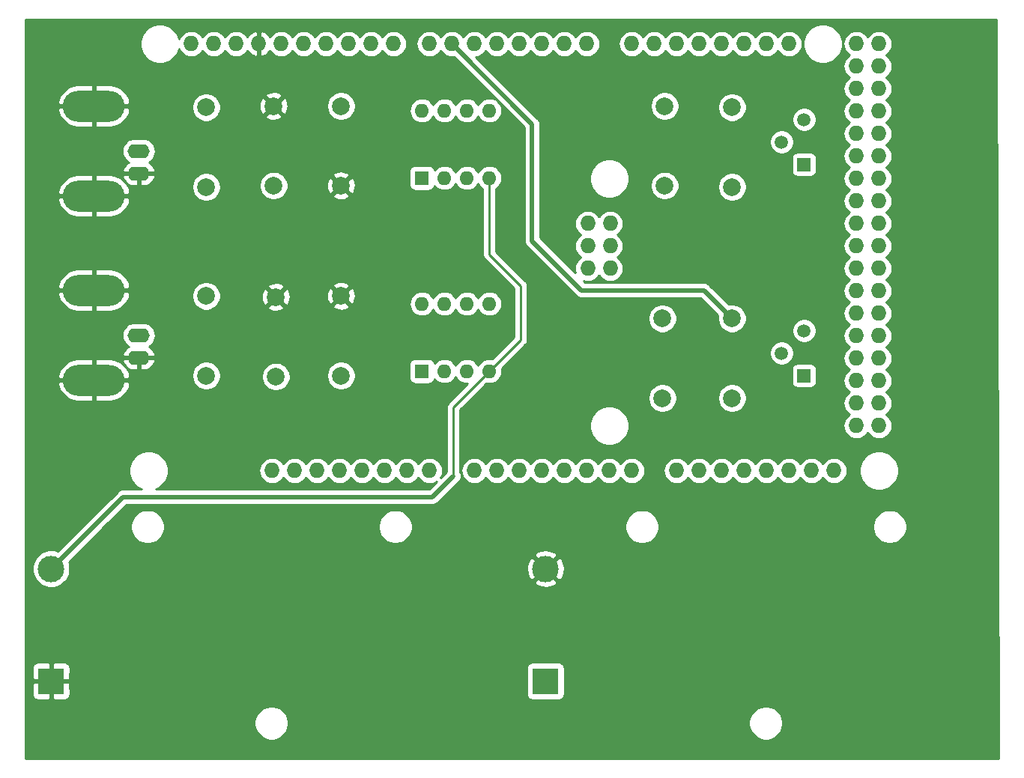
<source format=gbr>
G04 #@! TF.GenerationSoftware,KiCad,Pcbnew,5.1.4-e60b266~84~ubuntu18.04.1*
G04 #@! TF.CreationDate,2019-10-23T15:59:47+01:00*
G04 #@! TF.ProjectId,trans_switch_volt_amp,7472616e-735f-4737-9769-7463685f766f,rev?*
G04 #@! TF.SameCoordinates,Original*
G04 #@! TF.FileFunction,Copper,L2,Bot*
G04 #@! TF.FilePolarity,Positive*
%FSLAX46Y46*%
G04 Gerber Fmt 4.6, Leading zero omitted, Abs format (unit mm)*
G04 Created by KiCad (PCBNEW 5.1.4-e60b266~84~ubuntu18.04.1) date 2019-10-23 15:59:47*
%MOMM*%
%LPD*%
G04 APERTURE LIST*
%ADD10R,3.000000X3.000000*%
%ADD11C,3.000000*%
%ADD12O,1.727200X1.727200*%
%ADD13C,2.000000*%
%ADD14O,7.000000X3.500000*%
%ADD15O,2.500000X1.600000*%
%ADD16R,1.500000X1.500000*%
%ADD17C,1.500000*%
%ADD18R,1.600000X1.600000*%
%ADD19O,1.600000X1.600000*%
%ADD20C,0.250000*%
%ADD21C,0.500000*%
%ADD22C,0.254000*%
G04 APERTURE END LIST*
D10*
X138938000Y-140716000D03*
D11*
X138938000Y-128016000D03*
D12*
X143712001Y-94055001D03*
X146252001Y-94055001D03*
X146252001Y-91515001D03*
X143712001Y-91515001D03*
X146252001Y-88975001D03*
X130885001Y-116915001D03*
X125805001Y-116915001D03*
X123265001Y-116915001D03*
X120725001Y-116915001D03*
X118185001Y-116915001D03*
X115645001Y-116915001D03*
X113105001Y-116915001D03*
X110565001Y-116915001D03*
X166445001Y-68655001D03*
X163905001Y-68655001D03*
X161365001Y-68655001D03*
X158825001Y-68655001D03*
X156285001Y-68655001D03*
X153745001Y-68655001D03*
X151205001Y-68655001D03*
X148665001Y-68655001D03*
X143585001Y-68655001D03*
X141045001Y-68655001D03*
X138505001Y-68655001D03*
X135965001Y-68655001D03*
X133425001Y-68655001D03*
X130885001Y-68655001D03*
X128345001Y-68655001D03*
X125805001Y-68655001D03*
X106501001Y-68655001D03*
X121741001Y-68655001D03*
X119201001Y-68655001D03*
X116661001Y-68655001D03*
X98881001Y-68655001D03*
X101421001Y-68655001D03*
X103961001Y-68655001D03*
X109041001Y-68655001D03*
X111581001Y-68655001D03*
X114121001Y-68655001D03*
X108025001Y-116915001D03*
X133425001Y-116915001D03*
X135965001Y-116915001D03*
X138505001Y-116915001D03*
X141045001Y-116915001D03*
X143585001Y-116915001D03*
X146125001Y-116915001D03*
X148665001Y-116915001D03*
X153745001Y-116915001D03*
X156285001Y-116915001D03*
X158825001Y-116915001D03*
X161365001Y-116915001D03*
X163905001Y-116915001D03*
X166445001Y-116915001D03*
X168985001Y-116915001D03*
X171525001Y-116915001D03*
X174065001Y-68655001D03*
X176605001Y-68655001D03*
X174065001Y-71195001D03*
X176605001Y-71195001D03*
X174065001Y-73735001D03*
X176605001Y-73735001D03*
X174065001Y-76275001D03*
X176605001Y-76275001D03*
X174065001Y-78815001D03*
X176605001Y-78815001D03*
X174065001Y-81355001D03*
X176605001Y-81355001D03*
X174065001Y-83895001D03*
X176605001Y-83895001D03*
X174065001Y-86435001D03*
X176605001Y-86435001D03*
X174065001Y-88975001D03*
X176605001Y-88975001D03*
X174065001Y-91515001D03*
X176605001Y-91515001D03*
X174065001Y-94055001D03*
X176605001Y-94055001D03*
X174065001Y-96595001D03*
X176605001Y-96595001D03*
X174065001Y-99135001D03*
X176605001Y-99135001D03*
X174065001Y-101675001D03*
X176605001Y-101675001D03*
X174065001Y-104215001D03*
X176605001Y-104215001D03*
X174065001Y-106755001D03*
X176605001Y-106755001D03*
X174065001Y-109295001D03*
X176605001Y-109295001D03*
X174065001Y-111835001D03*
X176605001Y-111835001D03*
X143712001Y-88975001D03*
D13*
X108204000Y-84692000D03*
X108204000Y-75692000D03*
D11*
X83058000Y-128016000D03*
D10*
X83058000Y-140716000D03*
D14*
X87884000Y-106680000D03*
X87884000Y-96520000D03*
D15*
X92964000Y-101600000D03*
X92964000Y-104140000D03*
X92964000Y-83312000D03*
X92964000Y-80772000D03*
D14*
X87884000Y-75692000D03*
X87884000Y-85852000D03*
D16*
X168148000Y-106172000D03*
D17*
X168148000Y-101092000D03*
X165608000Y-103632000D03*
X165608000Y-79756000D03*
X168148000Y-77216000D03*
D16*
X168148000Y-82296000D03*
D13*
X160020000Y-99712000D03*
X160020000Y-108712000D03*
X115824000Y-106172000D03*
X115824000Y-97172000D03*
X152146000Y-99712000D03*
X152146000Y-108712000D03*
X100584000Y-106172000D03*
X100584000Y-97172000D03*
X108458000Y-97282000D03*
X108458000Y-106282000D03*
X152400000Y-75692000D03*
X152400000Y-84692000D03*
X100584000Y-75836000D03*
X100584000Y-84836000D03*
X115824000Y-84692000D03*
X115824000Y-75692000D03*
X160020000Y-84836000D03*
X160020000Y-75836000D03*
D18*
X124968000Y-105664000D03*
D19*
X132588000Y-98044000D03*
X127508000Y-105664000D03*
X130048000Y-98044000D03*
X130048000Y-105664000D03*
X127508000Y-98044000D03*
X132588000Y-105664000D03*
X124968000Y-98044000D03*
X124968000Y-76200000D03*
X132588000Y-83820000D03*
X127508000Y-76200000D03*
X130048000Y-83820000D03*
X130048000Y-76200000D03*
X127508000Y-83820000D03*
X132588000Y-76200000D03*
D18*
X124968000Y-83820000D03*
D20*
X128524000Y-117516872D02*
X128524000Y-109728000D01*
X128524000Y-109728000D02*
X132588000Y-105664000D01*
X132588000Y-105664000D02*
X136144000Y-102108000D01*
X136144000Y-102108000D02*
X136144000Y-96012000D01*
X136144000Y-96012000D02*
X132588000Y-92456000D01*
X132588000Y-91948000D02*
X132588000Y-83820000D01*
X132588000Y-92456000D02*
X132588000Y-91948000D01*
D21*
X91186000Y-119888000D02*
X83058000Y-128016000D01*
X128524000Y-117516872D02*
X126152872Y-119888000D01*
X126152872Y-119888000D02*
X91186000Y-119888000D01*
X156828000Y-96520000D02*
X160020000Y-99712000D01*
X143002000Y-96520000D02*
X156828000Y-96520000D01*
X137414000Y-90932000D02*
X143002000Y-96520000D01*
X128345001Y-68655001D02*
X137414000Y-77724000D01*
X137414000Y-77724000D02*
X137414000Y-90932000D01*
D22*
G36*
X190118539Y-149454000D02*
G01*
X80162000Y-149454000D01*
X80162000Y-145275419D01*
X106023000Y-145275419D01*
X106023000Y-145656581D01*
X106097361Y-146030419D01*
X106243225Y-146382566D01*
X106454987Y-146699491D01*
X106724509Y-146969013D01*
X107041434Y-147180775D01*
X107393581Y-147326639D01*
X107767419Y-147401000D01*
X108148581Y-147401000D01*
X108522419Y-147326639D01*
X108874566Y-147180775D01*
X109191491Y-146969013D01*
X109461013Y-146699491D01*
X109672775Y-146382566D01*
X109818639Y-146030419D01*
X109893000Y-145656581D01*
X109893000Y-145275419D01*
X161903000Y-145275419D01*
X161903000Y-145656581D01*
X161977361Y-146030419D01*
X162123225Y-146382566D01*
X162334987Y-146699491D01*
X162604509Y-146969013D01*
X162921434Y-147180775D01*
X163273581Y-147326639D01*
X163647419Y-147401000D01*
X164028581Y-147401000D01*
X164402419Y-147326639D01*
X164754566Y-147180775D01*
X165071491Y-146969013D01*
X165341013Y-146699491D01*
X165552775Y-146382566D01*
X165698639Y-146030419D01*
X165773000Y-145656581D01*
X165773000Y-145275419D01*
X165698639Y-144901581D01*
X165552775Y-144549434D01*
X165341013Y-144232509D01*
X165071491Y-143962987D01*
X164754566Y-143751225D01*
X164402419Y-143605361D01*
X164028581Y-143531000D01*
X163647419Y-143531000D01*
X163273581Y-143605361D01*
X162921434Y-143751225D01*
X162604509Y-143962987D01*
X162334987Y-144232509D01*
X162123225Y-144549434D01*
X161977361Y-144901581D01*
X161903000Y-145275419D01*
X109893000Y-145275419D01*
X109818639Y-144901581D01*
X109672775Y-144549434D01*
X109461013Y-144232509D01*
X109191491Y-143962987D01*
X108874566Y-143751225D01*
X108522419Y-143605361D01*
X108148581Y-143531000D01*
X107767419Y-143531000D01*
X107393581Y-143605361D01*
X107041434Y-143751225D01*
X106724509Y-143962987D01*
X106454987Y-144232509D01*
X106243225Y-144549434D01*
X106097361Y-144901581D01*
X106023000Y-145275419D01*
X80162000Y-145275419D01*
X80162000Y-142216000D01*
X80919928Y-142216000D01*
X80932188Y-142340482D01*
X80968498Y-142460180D01*
X81027463Y-142570494D01*
X81106815Y-142667185D01*
X81203506Y-142746537D01*
X81313820Y-142805502D01*
X81433518Y-142841812D01*
X81558000Y-142854072D01*
X82772250Y-142851000D01*
X82931000Y-142692250D01*
X82931000Y-140843000D01*
X83185000Y-140843000D01*
X83185000Y-142692250D01*
X83343750Y-142851000D01*
X84558000Y-142854072D01*
X84682482Y-142841812D01*
X84802180Y-142805502D01*
X84912494Y-142746537D01*
X85009185Y-142667185D01*
X85088537Y-142570494D01*
X85147502Y-142460180D01*
X85183812Y-142340482D01*
X85196072Y-142216000D01*
X85193000Y-141001750D01*
X85034250Y-140843000D01*
X83185000Y-140843000D01*
X82931000Y-140843000D01*
X81081750Y-140843000D01*
X80923000Y-141001750D01*
X80919928Y-142216000D01*
X80162000Y-142216000D01*
X80162000Y-139216000D01*
X80919928Y-139216000D01*
X80923000Y-140430250D01*
X81081750Y-140589000D01*
X82931000Y-140589000D01*
X82931000Y-138739750D01*
X83185000Y-138739750D01*
X83185000Y-140589000D01*
X85034250Y-140589000D01*
X85193000Y-140430250D01*
X85196072Y-139216000D01*
X136799928Y-139216000D01*
X136799928Y-142216000D01*
X136812188Y-142340482D01*
X136848498Y-142460180D01*
X136907463Y-142570494D01*
X136986815Y-142667185D01*
X137083506Y-142746537D01*
X137193820Y-142805502D01*
X137313518Y-142841812D01*
X137438000Y-142854072D01*
X140438000Y-142854072D01*
X140562482Y-142841812D01*
X140682180Y-142805502D01*
X140792494Y-142746537D01*
X140889185Y-142667185D01*
X140968537Y-142570494D01*
X141027502Y-142460180D01*
X141063812Y-142340482D01*
X141076072Y-142216000D01*
X141076072Y-139216000D01*
X141063812Y-139091518D01*
X141027502Y-138971820D01*
X140968537Y-138861506D01*
X140889185Y-138764815D01*
X140792494Y-138685463D01*
X140682180Y-138626498D01*
X140562482Y-138590188D01*
X140438000Y-138577928D01*
X137438000Y-138577928D01*
X137313518Y-138590188D01*
X137193820Y-138626498D01*
X137083506Y-138685463D01*
X136986815Y-138764815D01*
X136907463Y-138861506D01*
X136848498Y-138971820D01*
X136812188Y-139091518D01*
X136799928Y-139216000D01*
X85196072Y-139216000D01*
X85183812Y-139091518D01*
X85147502Y-138971820D01*
X85088537Y-138861506D01*
X85009185Y-138764815D01*
X84912494Y-138685463D01*
X84802180Y-138626498D01*
X84682482Y-138590188D01*
X84558000Y-138577928D01*
X83343750Y-138581000D01*
X83185000Y-138739750D01*
X82931000Y-138739750D01*
X82772250Y-138581000D01*
X81558000Y-138577928D01*
X81433518Y-138590188D01*
X81313820Y-138626498D01*
X81203506Y-138685463D01*
X81106815Y-138764815D01*
X81027463Y-138861506D01*
X80968498Y-138971820D01*
X80932188Y-139091518D01*
X80919928Y-139216000D01*
X80162000Y-139216000D01*
X80162000Y-127805721D01*
X80923000Y-127805721D01*
X80923000Y-128226279D01*
X81005047Y-128638756D01*
X81165988Y-129027302D01*
X81399637Y-129376983D01*
X81697017Y-129674363D01*
X82046698Y-129908012D01*
X82435244Y-130068953D01*
X82847721Y-130151000D01*
X83268279Y-130151000D01*
X83680756Y-130068953D01*
X84069302Y-129908012D01*
X84418983Y-129674363D01*
X84585693Y-129507653D01*
X137625952Y-129507653D01*
X137781962Y-129823214D01*
X138156745Y-130014020D01*
X138561551Y-130128044D01*
X138980824Y-130160902D01*
X139398451Y-130111334D01*
X139798383Y-129981243D01*
X140094038Y-129823214D01*
X140250048Y-129507653D01*
X138938000Y-128195605D01*
X137625952Y-129507653D01*
X84585693Y-129507653D01*
X84716363Y-129376983D01*
X84950012Y-129027302D01*
X85110953Y-128638756D01*
X85193000Y-128226279D01*
X85193000Y-128058824D01*
X136793098Y-128058824D01*
X136842666Y-128476451D01*
X136972757Y-128876383D01*
X137130786Y-129172038D01*
X137446347Y-129328048D01*
X138758395Y-128016000D01*
X139117605Y-128016000D01*
X140429653Y-129328048D01*
X140745214Y-129172038D01*
X140936020Y-128797255D01*
X141050044Y-128392449D01*
X141082902Y-127973176D01*
X141033334Y-127555549D01*
X140903243Y-127155617D01*
X140745214Y-126859962D01*
X140429653Y-126703952D01*
X139117605Y-128016000D01*
X138758395Y-128016000D01*
X137446347Y-126703952D01*
X137130786Y-126859962D01*
X136939980Y-127234745D01*
X136825956Y-127639551D01*
X136793098Y-128058824D01*
X85193000Y-128058824D01*
X85193000Y-127805721D01*
X85110953Y-127393244D01*
X85058637Y-127266941D01*
X85801231Y-126524347D01*
X137625952Y-126524347D01*
X138938000Y-127836395D01*
X140250048Y-126524347D01*
X140094038Y-126208786D01*
X139719255Y-126017980D01*
X139314449Y-125903956D01*
X138895176Y-125871098D01*
X138477549Y-125920666D01*
X138077617Y-126050757D01*
X137781962Y-126208786D01*
X137625952Y-126524347D01*
X85801231Y-126524347D01*
X89250159Y-123075419D01*
X92023000Y-123075419D01*
X92023000Y-123456581D01*
X92097361Y-123830419D01*
X92243225Y-124182566D01*
X92454987Y-124499491D01*
X92724509Y-124769013D01*
X93041434Y-124980775D01*
X93393581Y-125126639D01*
X93767419Y-125201000D01*
X94148581Y-125201000D01*
X94522419Y-125126639D01*
X94874566Y-124980775D01*
X95191491Y-124769013D01*
X95461013Y-124499491D01*
X95672775Y-124182566D01*
X95818639Y-123830419D01*
X95893000Y-123456581D01*
X95893000Y-123075419D01*
X120023000Y-123075419D01*
X120023000Y-123456581D01*
X120097361Y-123830419D01*
X120243225Y-124182566D01*
X120454987Y-124499491D01*
X120724509Y-124769013D01*
X121041434Y-124980775D01*
X121393581Y-125126639D01*
X121767419Y-125201000D01*
X122148581Y-125201000D01*
X122522419Y-125126639D01*
X122874566Y-124980775D01*
X123191491Y-124769013D01*
X123461013Y-124499491D01*
X123672775Y-124182566D01*
X123818639Y-123830419D01*
X123893000Y-123456581D01*
X123893000Y-123075419D01*
X147903000Y-123075419D01*
X147903000Y-123456581D01*
X147977361Y-123830419D01*
X148123225Y-124182566D01*
X148334987Y-124499491D01*
X148604509Y-124769013D01*
X148921434Y-124980775D01*
X149273581Y-125126639D01*
X149647419Y-125201000D01*
X150028581Y-125201000D01*
X150402419Y-125126639D01*
X150754566Y-124980775D01*
X151071491Y-124769013D01*
X151341013Y-124499491D01*
X151552775Y-124182566D01*
X151698639Y-123830419D01*
X151773000Y-123456581D01*
X151773000Y-123075419D01*
X175903000Y-123075419D01*
X175903000Y-123456581D01*
X175977361Y-123830419D01*
X176123225Y-124182566D01*
X176334987Y-124499491D01*
X176604509Y-124769013D01*
X176921434Y-124980775D01*
X177273581Y-125126639D01*
X177647419Y-125201000D01*
X178028581Y-125201000D01*
X178402419Y-125126639D01*
X178754566Y-124980775D01*
X179071491Y-124769013D01*
X179341013Y-124499491D01*
X179552775Y-124182566D01*
X179698639Y-123830419D01*
X179773000Y-123456581D01*
X179773000Y-123075419D01*
X179698639Y-122701581D01*
X179552775Y-122349434D01*
X179341013Y-122032509D01*
X179071491Y-121762987D01*
X178754566Y-121551225D01*
X178402419Y-121405361D01*
X178028581Y-121331000D01*
X177647419Y-121331000D01*
X177273581Y-121405361D01*
X176921434Y-121551225D01*
X176604509Y-121762987D01*
X176334987Y-122032509D01*
X176123225Y-122349434D01*
X175977361Y-122701581D01*
X175903000Y-123075419D01*
X151773000Y-123075419D01*
X151698639Y-122701581D01*
X151552775Y-122349434D01*
X151341013Y-122032509D01*
X151071491Y-121762987D01*
X150754566Y-121551225D01*
X150402419Y-121405361D01*
X150028581Y-121331000D01*
X149647419Y-121331000D01*
X149273581Y-121405361D01*
X148921434Y-121551225D01*
X148604509Y-121762987D01*
X148334987Y-122032509D01*
X148123225Y-122349434D01*
X147977361Y-122701581D01*
X147903000Y-123075419D01*
X123893000Y-123075419D01*
X123818639Y-122701581D01*
X123672775Y-122349434D01*
X123461013Y-122032509D01*
X123191491Y-121762987D01*
X122874566Y-121551225D01*
X122522419Y-121405361D01*
X122148581Y-121331000D01*
X121767419Y-121331000D01*
X121393581Y-121405361D01*
X121041434Y-121551225D01*
X120724509Y-121762987D01*
X120454987Y-122032509D01*
X120243225Y-122349434D01*
X120097361Y-122701581D01*
X120023000Y-123075419D01*
X95893000Y-123075419D01*
X95818639Y-122701581D01*
X95672775Y-122349434D01*
X95461013Y-122032509D01*
X95191491Y-121762987D01*
X94874566Y-121551225D01*
X94522419Y-121405361D01*
X94148581Y-121331000D01*
X93767419Y-121331000D01*
X93393581Y-121405361D01*
X93041434Y-121551225D01*
X92724509Y-121762987D01*
X92454987Y-122032509D01*
X92243225Y-122349434D01*
X92097361Y-122701581D01*
X92023000Y-123075419D01*
X89250159Y-123075419D01*
X91552579Y-120773000D01*
X126109403Y-120773000D01*
X126152872Y-120777281D01*
X126196341Y-120773000D01*
X126196349Y-120773000D01*
X126326362Y-120760195D01*
X126493185Y-120709589D01*
X126646931Y-120627411D01*
X126781689Y-120516817D01*
X126809406Y-120483044D01*
X129180532Y-118111919D01*
X129263410Y-118010932D01*
X129345588Y-117857186D01*
X129396194Y-117690363D01*
X129413281Y-117516873D01*
X129396194Y-117343383D01*
X129345588Y-117176559D01*
X129284000Y-117061335D01*
X129284000Y-116915001D01*
X129379150Y-116915001D01*
X129408085Y-117208778D01*
X129493776Y-117491265D01*
X129632932Y-117751607D01*
X129820204Y-117979798D01*
X130048395Y-118167070D01*
X130308737Y-118306226D01*
X130591224Y-118391917D01*
X130811382Y-118413601D01*
X130958620Y-118413601D01*
X131178778Y-118391917D01*
X131461265Y-118306226D01*
X131721607Y-118167070D01*
X131949798Y-117979798D01*
X132137070Y-117751607D01*
X132155001Y-117718061D01*
X132172932Y-117751607D01*
X132360204Y-117979798D01*
X132588395Y-118167070D01*
X132848737Y-118306226D01*
X133131224Y-118391917D01*
X133351382Y-118413601D01*
X133498620Y-118413601D01*
X133718778Y-118391917D01*
X134001265Y-118306226D01*
X134261607Y-118167070D01*
X134489798Y-117979798D01*
X134677070Y-117751607D01*
X134695001Y-117718061D01*
X134712932Y-117751607D01*
X134900204Y-117979798D01*
X135128395Y-118167070D01*
X135388737Y-118306226D01*
X135671224Y-118391917D01*
X135891382Y-118413601D01*
X136038620Y-118413601D01*
X136258778Y-118391917D01*
X136541265Y-118306226D01*
X136801607Y-118167070D01*
X137029798Y-117979798D01*
X137217070Y-117751607D01*
X137235001Y-117718061D01*
X137252932Y-117751607D01*
X137440204Y-117979798D01*
X137668395Y-118167070D01*
X137928737Y-118306226D01*
X138211224Y-118391917D01*
X138431382Y-118413601D01*
X138578620Y-118413601D01*
X138798778Y-118391917D01*
X139081265Y-118306226D01*
X139341607Y-118167070D01*
X139569798Y-117979798D01*
X139757070Y-117751607D01*
X139775001Y-117718061D01*
X139792932Y-117751607D01*
X139980204Y-117979798D01*
X140208395Y-118167070D01*
X140468737Y-118306226D01*
X140751224Y-118391917D01*
X140971382Y-118413601D01*
X141118620Y-118413601D01*
X141338778Y-118391917D01*
X141621265Y-118306226D01*
X141881607Y-118167070D01*
X142109798Y-117979798D01*
X142297070Y-117751607D01*
X142315001Y-117718061D01*
X142332932Y-117751607D01*
X142520204Y-117979798D01*
X142748395Y-118167070D01*
X143008737Y-118306226D01*
X143291224Y-118391917D01*
X143511382Y-118413601D01*
X143658620Y-118413601D01*
X143878778Y-118391917D01*
X144161265Y-118306226D01*
X144421607Y-118167070D01*
X144649798Y-117979798D01*
X144837070Y-117751607D01*
X144855001Y-117718061D01*
X144872932Y-117751607D01*
X145060204Y-117979798D01*
X145288395Y-118167070D01*
X145548737Y-118306226D01*
X145831224Y-118391917D01*
X146051382Y-118413601D01*
X146198620Y-118413601D01*
X146418778Y-118391917D01*
X146701265Y-118306226D01*
X146961607Y-118167070D01*
X147189798Y-117979798D01*
X147377070Y-117751607D01*
X147395001Y-117718061D01*
X147412932Y-117751607D01*
X147600204Y-117979798D01*
X147828395Y-118167070D01*
X148088737Y-118306226D01*
X148371224Y-118391917D01*
X148591382Y-118413601D01*
X148738620Y-118413601D01*
X148958778Y-118391917D01*
X149241265Y-118306226D01*
X149501607Y-118167070D01*
X149729798Y-117979798D01*
X149917070Y-117751607D01*
X150056226Y-117491265D01*
X150141917Y-117208778D01*
X150170852Y-116915001D01*
X152239150Y-116915001D01*
X152268085Y-117208778D01*
X152353776Y-117491265D01*
X152492932Y-117751607D01*
X152680204Y-117979798D01*
X152908395Y-118167070D01*
X153168737Y-118306226D01*
X153451224Y-118391917D01*
X153671382Y-118413601D01*
X153818620Y-118413601D01*
X154038778Y-118391917D01*
X154321265Y-118306226D01*
X154581607Y-118167070D01*
X154809798Y-117979798D01*
X154997070Y-117751607D01*
X155015001Y-117718061D01*
X155032932Y-117751607D01*
X155220204Y-117979798D01*
X155448395Y-118167070D01*
X155708737Y-118306226D01*
X155991224Y-118391917D01*
X156211382Y-118413601D01*
X156358620Y-118413601D01*
X156578778Y-118391917D01*
X156861265Y-118306226D01*
X157121607Y-118167070D01*
X157349798Y-117979798D01*
X157537070Y-117751607D01*
X157555001Y-117718061D01*
X157572932Y-117751607D01*
X157760204Y-117979798D01*
X157988395Y-118167070D01*
X158248737Y-118306226D01*
X158531224Y-118391917D01*
X158751382Y-118413601D01*
X158898620Y-118413601D01*
X159118778Y-118391917D01*
X159401265Y-118306226D01*
X159661607Y-118167070D01*
X159889798Y-117979798D01*
X160077070Y-117751607D01*
X160095001Y-117718061D01*
X160112932Y-117751607D01*
X160300204Y-117979798D01*
X160528395Y-118167070D01*
X160788737Y-118306226D01*
X161071224Y-118391917D01*
X161291382Y-118413601D01*
X161438620Y-118413601D01*
X161658778Y-118391917D01*
X161941265Y-118306226D01*
X162201607Y-118167070D01*
X162429798Y-117979798D01*
X162617070Y-117751607D01*
X162635001Y-117718061D01*
X162652932Y-117751607D01*
X162840204Y-117979798D01*
X163068395Y-118167070D01*
X163328737Y-118306226D01*
X163611224Y-118391917D01*
X163831382Y-118413601D01*
X163978620Y-118413601D01*
X164198778Y-118391917D01*
X164481265Y-118306226D01*
X164741607Y-118167070D01*
X164969798Y-117979798D01*
X165157070Y-117751607D01*
X165175001Y-117718061D01*
X165192932Y-117751607D01*
X165380204Y-117979798D01*
X165608395Y-118167070D01*
X165868737Y-118306226D01*
X166151224Y-118391917D01*
X166371382Y-118413601D01*
X166518620Y-118413601D01*
X166738778Y-118391917D01*
X167021265Y-118306226D01*
X167281607Y-118167070D01*
X167509798Y-117979798D01*
X167697070Y-117751607D01*
X167715001Y-117718061D01*
X167732932Y-117751607D01*
X167920204Y-117979798D01*
X168148395Y-118167070D01*
X168408737Y-118306226D01*
X168691224Y-118391917D01*
X168911382Y-118413601D01*
X169058620Y-118413601D01*
X169278778Y-118391917D01*
X169561265Y-118306226D01*
X169821607Y-118167070D01*
X170049798Y-117979798D01*
X170237070Y-117751607D01*
X170255001Y-117718061D01*
X170272932Y-117751607D01*
X170460204Y-117979798D01*
X170688395Y-118167070D01*
X170948737Y-118306226D01*
X171231224Y-118391917D01*
X171451382Y-118413601D01*
X171598620Y-118413601D01*
X171818778Y-118391917D01*
X172101265Y-118306226D01*
X172361607Y-118167070D01*
X172589798Y-117979798D01*
X172777070Y-117751607D01*
X172916226Y-117491265D01*
X173001917Y-117208778D01*
X173030852Y-116915001D01*
X173009171Y-116694873D01*
X174370001Y-116694873D01*
X174370001Y-117135129D01*
X174455891Y-117566926D01*
X174624370Y-117973670D01*
X174868963Y-118339730D01*
X175180272Y-118651039D01*
X175546332Y-118895632D01*
X175953076Y-119064111D01*
X176384873Y-119150001D01*
X176825129Y-119150001D01*
X177256926Y-119064111D01*
X177663670Y-118895632D01*
X178029730Y-118651039D01*
X178341039Y-118339730D01*
X178585632Y-117973670D01*
X178754111Y-117566926D01*
X178840001Y-117135129D01*
X178840001Y-116694873D01*
X178754111Y-116263076D01*
X178585632Y-115856332D01*
X178341039Y-115490272D01*
X178029730Y-115178963D01*
X177663670Y-114934370D01*
X177256926Y-114765891D01*
X176825129Y-114680001D01*
X176384873Y-114680001D01*
X175953076Y-114765891D01*
X175546332Y-114934370D01*
X175180272Y-115178963D01*
X174868963Y-115490272D01*
X174624370Y-115856332D01*
X174455891Y-116263076D01*
X174370001Y-116694873D01*
X173009171Y-116694873D01*
X173001917Y-116621224D01*
X172916226Y-116338737D01*
X172777070Y-116078395D01*
X172589798Y-115850204D01*
X172361607Y-115662932D01*
X172101265Y-115523776D01*
X171818778Y-115438085D01*
X171598620Y-115416401D01*
X171451382Y-115416401D01*
X171231224Y-115438085D01*
X170948737Y-115523776D01*
X170688395Y-115662932D01*
X170460204Y-115850204D01*
X170272932Y-116078395D01*
X170255001Y-116111941D01*
X170237070Y-116078395D01*
X170049798Y-115850204D01*
X169821607Y-115662932D01*
X169561265Y-115523776D01*
X169278778Y-115438085D01*
X169058620Y-115416401D01*
X168911382Y-115416401D01*
X168691224Y-115438085D01*
X168408737Y-115523776D01*
X168148395Y-115662932D01*
X167920204Y-115850204D01*
X167732932Y-116078395D01*
X167715001Y-116111941D01*
X167697070Y-116078395D01*
X167509798Y-115850204D01*
X167281607Y-115662932D01*
X167021265Y-115523776D01*
X166738778Y-115438085D01*
X166518620Y-115416401D01*
X166371382Y-115416401D01*
X166151224Y-115438085D01*
X165868737Y-115523776D01*
X165608395Y-115662932D01*
X165380204Y-115850204D01*
X165192932Y-116078395D01*
X165175001Y-116111941D01*
X165157070Y-116078395D01*
X164969798Y-115850204D01*
X164741607Y-115662932D01*
X164481265Y-115523776D01*
X164198778Y-115438085D01*
X163978620Y-115416401D01*
X163831382Y-115416401D01*
X163611224Y-115438085D01*
X163328737Y-115523776D01*
X163068395Y-115662932D01*
X162840204Y-115850204D01*
X162652932Y-116078395D01*
X162635001Y-116111941D01*
X162617070Y-116078395D01*
X162429798Y-115850204D01*
X162201607Y-115662932D01*
X161941265Y-115523776D01*
X161658778Y-115438085D01*
X161438620Y-115416401D01*
X161291382Y-115416401D01*
X161071224Y-115438085D01*
X160788737Y-115523776D01*
X160528395Y-115662932D01*
X160300204Y-115850204D01*
X160112932Y-116078395D01*
X160095001Y-116111941D01*
X160077070Y-116078395D01*
X159889798Y-115850204D01*
X159661607Y-115662932D01*
X159401265Y-115523776D01*
X159118778Y-115438085D01*
X158898620Y-115416401D01*
X158751382Y-115416401D01*
X158531224Y-115438085D01*
X158248737Y-115523776D01*
X157988395Y-115662932D01*
X157760204Y-115850204D01*
X157572932Y-116078395D01*
X157555001Y-116111941D01*
X157537070Y-116078395D01*
X157349798Y-115850204D01*
X157121607Y-115662932D01*
X156861265Y-115523776D01*
X156578778Y-115438085D01*
X156358620Y-115416401D01*
X156211382Y-115416401D01*
X155991224Y-115438085D01*
X155708737Y-115523776D01*
X155448395Y-115662932D01*
X155220204Y-115850204D01*
X155032932Y-116078395D01*
X155015001Y-116111941D01*
X154997070Y-116078395D01*
X154809798Y-115850204D01*
X154581607Y-115662932D01*
X154321265Y-115523776D01*
X154038778Y-115438085D01*
X153818620Y-115416401D01*
X153671382Y-115416401D01*
X153451224Y-115438085D01*
X153168737Y-115523776D01*
X152908395Y-115662932D01*
X152680204Y-115850204D01*
X152492932Y-116078395D01*
X152353776Y-116338737D01*
X152268085Y-116621224D01*
X152239150Y-116915001D01*
X150170852Y-116915001D01*
X150141917Y-116621224D01*
X150056226Y-116338737D01*
X149917070Y-116078395D01*
X149729798Y-115850204D01*
X149501607Y-115662932D01*
X149241265Y-115523776D01*
X148958778Y-115438085D01*
X148738620Y-115416401D01*
X148591382Y-115416401D01*
X148371224Y-115438085D01*
X148088737Y-115523776D01*
X147828395Y-115662932D01*
X147600204Y-115850204D01*
X147412932Y-116078395D01*
X147395001Y-116111941D01*
X147377070Y-116078395D01*
X147189798Y-115850204D01*
X146961607Y-115662932D01*
X146701265Y-115523776D01*
X146418778Y-115438085D01*
X146198620Y-115416401D01*
X146051382Y-115416401D01*
X145831224Y-115438085D01*
X145548737Y-115523776D01*
X145288395Y-115662932D01*
X145060204Y-115850204D01*
X144872932Y-116078395D01*
X144855001Y-116111941D01*
X144837070Y-116078395D01*
X144649798Y-115850204D01*
X144421607Y-115662932D01*
X144161265Y-115523776D01*
X143878778Y-115438085D01*
X143658620Y-115416401D01*
X143511382Y-115416401D01*
X143291224Y-115438085D01*
X143008737Y-115523776D01*
X142748395Y-115662932D01*
X142520204Y-115850204D01*
X142332932Y-116078395D01*
X142315001Y-116111941D01*
X142297070Y-116078395D01*
X142109798Y-115850204D01*
X141881607Y-115662932D01*
X141621265Y-115523776D01*
X141338778Y-115438085D01*
X141118620Y-115416401D01*
X140971382Y-115416401D01*
X140751224Y-115438085D01*
X140468737Y-115523776D01*
X140208395Y-115662932D01*
X139980204Y-115850204D01*
X139792932Y-116078395D01*
X139775001Y-116111941D01*
X139757070Y-116078395D01*
X139569798Y-115850204D01*
X139341607Y-115662932D01*
X139081265Y-115523776D01*
X138798778Y-115438085D01*
X138578620Y-115416401D01*
X138431382Y-115416401D01*
X138211224Y-115438085D01*
X137928737Y-115523776D01*
X137668395Y-115662932D01*
X137440204Y-115850204D01*
X137252932Y-116078395D01*
X137235001Y-116111941D01*
X137217070Y-116078395D01*
X137029798Y-115850204D01*
X136801607Y-115662932D01*
X136541265Y-115523776D01*
X136258778Y-115438085D01*
X136038620Y-115416401D01*
X135891382Y-115416401D01*
X135671224Y-115438085D01*
X135388737Y-115523776D01*
X135128395Y-115662932D01*
X134900204Y-115850204D01*
X134712932Y-116078395D01*
X134695001Y-116111941D01*
X134677070Y-116078395D01*
X134489798Y-115850204D01*
X134261607Y-115662932D01*
X134001265Y-115523776D01*
X133718778Y-115438085D01*
X133498620Y-115416401D01*
X133351382Y-115416401D01*
X133131224Y-115438085D01*
X132848737Y-115523776D01*
X132588395Y-115662932D01*
X132360204Y-115850204D01*
X132172932Y-116078395D01*
X132155001Y-116111941D01*
X132137070Y-116078395D01*
X131949798Y-115850204D01*
X131721607Y-115662932D01*
X131461265Y-115523776D01*
X131178778Y-115438085D01*
X130958620Y-115416401D01*
X130811382Y-115416401D01*
X130591224Y-115438085D01*
X130308737Y-115523776D01*
X130048395Y-115662932D01*
X129820204Y-115850204D01*
X129632932Y-116078395D01*
X129493776Y-116338737D01*
X129408085Y-116621224D01*
X129379150Y-116915001D01*
X129284000Y-116915001D01*
X129284000Y-111614873D01*
X143890001Y-111614873D01*
X143890001Y-112055129D01*
X143975891Y-112486926D01*
X144144370Y-112893670D01*
X144388963Y-113259730D01*
X144700272Y-113571039D01*
X145066332Y-113815632D01*
X145473076Y-113984111D01*
X145904873Y-114070001D01*
X146345129Y-114070001D01*
X146776926Y-113984111D01*
X147183670Y-113815632D01*
X147549730Y-113571039D01*
X147861039Y-113259730D01*
X148105632Y-112893670D01*
X148274111Y-112486926D01*
X148360001Y-112055129D01*
X148360001Y-111614873D01*
X148274111Y-111183076D01*
X148105632Y-110776332D01*
X147861039Y-110410272D01*
X147549730Y-110098963D01*
X147183670Y-109854370D01*
X146776926Y-109685891D01*
X146345129Y-109600001D01*
X145904873Y-109600001D01*
X145473076Y-109685891D01*
X145066332Y-109854370D01*
X144700272Y-110098963D01*
X144388963Y-110410272D01*
X144144370Y-110776332D01*
X143975891Y-111183076D01*
X143890001Y-111614873D01*
X129284000Y-111614873D01*
X129284000Y-110042801D01*
X130775834Y-108550967D01*
X150511000Y-108550967D01*
X150511000Y-108873033D01*
X150573832Y-109188912D01*
X150697082Y-109486463D01*
X150876013Y-109754252D01*
X151103748Y-109981987D01*
X151371537Y-110160918D01*
X151669088Y-110284168D01*
X151984967Y-110347000D01*
X152307033Y-110347000D01*
X152622912Y-110284168D01*
X152920463Y-110160918D01*
X153188252Y-109981987D01*
X153415987Y-109754252D01*
X153594918Y-109486463D01*
X153718168Y-109188912D01*
X153781000Y-108873033D01*
X153781000Y-108550967D01*
X158385000Y-108550967D01*
X158385000Y-108873033D01*
X158447832Y-109188912D01*
X158571082Y-109486463D01*
X158750013Y-109754252D01*
X158977748Y-109981987D01*
X159245537Y-110160918D01*
X159543088Y-110284168D01*
X159858967Y-110347000D01*
X160181033Y-110347000D01*
X160496912Y-110284168D01*
X160794463Y-110160918D01*
X161062252Y-109981987D01*
X161289987Y-109754252D01*
X161468918Y-109486463D01*
X161592168Y-109188912D01*
X161655000Y-108873033D01*
X161655000Y-108550967D01*
X161592168Y-108235088D01*
X161468918Y-107937537D01*
X161289987Y-107669748D01*
X161062252Y-107442013D01*
X160794463Y-107263082D01*
X160496912Y-107139832D01*
X160181033Y-107077000D01*
X159858967Y-107077000D01*
X159543088Y-107139832D01*
X159245537Y-107263082D01*
X158977748Y-107442013D01*
X158750013Y-107669748D01*
X158571082Y-107937537D01*
X158447832Y-108235088D01*
X158385000Y-108550967D01*
X153781000Y-108550967D01*
X153718168Y-108235088D01*
X153594918Y-107937537D01*
X153415987Y-107669748D01*
X153188252Y-107442013D01*
X152920463Y-107263082D01*
X152622912Y-107139832D01*
X152307033Y-107077000D01*
X151984967Y-107077000D01*
X151669088Y-107139832D01*
X151371537Y-107263082D01*
X151103748Y-107442013D01*
X150876013Y-107669748D01*
X150697082Y-107937537D01*
X150573832Y-108235088D01*
X150511000Y-108550967D01*
X130775834Y-108550967D01*
X132262094Y-107064708D01*
X132306691Y-107078236D01*
X132517508Y-107099000D01*
X132658492Y-107099000D01*
X132869309Y-107078236D01*
X133139808Y-106996182D01*
X133389101Y-106862932D01*
X133607608Y-106683608D01*
X133786932Y-106465101D01*
X133920182Y-106215808D01*
X134002236Y-105945309D01*
X134029943Y-105664000D01*
X134006108Y-105422000D01*
X166759928Y-105422000D01*
X166759928Y-106922000D01*
X166772188Y-107046482D01*
X166808498Y-107166180D01*
X166867463Y-107276494D01*
X166946815Y-107373185D01*
X167043506Y-107452537D01*
X167153820Y-107511502D01*
X167273518Y-107547812D01*
X167398000Y-107560072D01*
X168898000Y-107560072D01*
X169022482Y-107547812D01*
X169142180Y-107511502D01*
X169252494Y-107452537D01*
X169349185Y-107373185D01*
X169428537Y-107276494D01*
X169487502Y-107166180D01*
X169523812Y-107046482D01*
X169536072Y-106922000D01*
X169536072Y-105422000D01*
X169523812Y-105297518D01*
X169487502Y-105177820D01*
X169428537Y-105067506D01*
X169349185Y-104970815D01*
X169252494Y-104891463D01*
X169142180Y-104832498D01*
X169022482Y-104796188D01*
X168898000Y-104783928D01*
X167398000Y-104783928D01*
X167273518Y-104796188D01*
X167153820Y-104832498D01*
X167043506Y-104891463D01*
X166946815Y-104970815D01*
X166867463Y-105067506D01*
X166808498Y-105177820D01*
X166772188Y-105297518D01*
X166759928Y-105422000D01*
X134006108Y-105422000D01*
X134002236Y-105382691D01*
X133988708Y-105338094D01*
X135831213Y-103495589D01*
X164223000Y-103495589D01*
X164223000Y-103768411D01*
X164276225Y-104035989D01*
X164380629Y-104288043D01*
X164532201Y-104514886D01*
X164725114Y-104707799D01*
X164951957Y-104859371D01*
X165204011Y-104963775D01*
X165471589Y-105017000D01*
X165744411Y-105017000D01*
X166011989Y-104963775D01*
X166264043Y-104859371D01*
X166490886Y-104707799D01*
X166683799Y-104514886D01*
X166835371Y-104288043D01*
X166939775Y-104035989D01*
X166993000Y-103768411D01*
X166993000Y-103495589D01*
X166939775Y-103228011D01*
X166835371Y-102975957D01*
X166683799Y-102749114D01*
X166490886Y-102556201D01*
X166264043Y-102404629D01*
X166011989Y-102300225D01*
X165744411Y-102247000D01*
X165471589Y-102247000D01*
X165204011Y-102300225D01*
X164951957Y-102404629D01*
X164725114Y-102556201D01*
X164532201Y-102749114D01*
X164380629Y-102975957D01*
X164276225Y-103228011D01*
X164223000Y-103495589D01*
X135831213Y-103495589D01*
X136655009Y-102671794D01*
X136684001Y-102648001D01*
X136707795Y-102619008D01*
X136707799Y-102619004D01*
X136778973Y-102532277D01*
X136778974Y-102532276D01*
X136849546Y-102400247D01*
X136893003Y-102256986D01*
X136904000Y-102145333D01*
X136904000Y-102145324D01*
X136907676Y-102108001D01*
X136904000Y-102070678D01*
X136904000Y-99550967D01*
X150511000Y-99550967D01*
X150511000Y-99873033D01*
X150573832Y-100188912D01*
X150697082Y-100486463D01*
X150876013Y-100754252D01*
X151103748Y-100981987D01*
X151371537Y-101160918D01*
X151669088Y-101284168D01*
X151984967Y-101347000D01*
X152307033Y-101347000D01*
X152622912Y-101284168D01*
X152920463Y-101160918D01*
X153188252Y-100981987D01*
X153415987Y-100754252D01*
X153594918Y-100486463D01*
X153718168Y-100188912D01*
X153781000Y-99873033D01*
X153781000Y-99550967D01*
X153718168Y-99235088D01*
X153594918Y-98937537D01*
X153415987Y-98669748D01*
X153188252Y-98442013D01*
X152920463Y-98263082D01*
X152622912Y-98139832D01*
X152307033Y-98077000D01*
X151984967Y-98077000D01*
X151669088Y-98139832D01*
X151371537Y-98263082D01*
X151103748Y-98442013D01*
X150876013Y-98669748D01*
X150697082Y-98937537D01*
X150573832Y-99235088D01*
X150511000Y-99550967D01*
X136904000Y-99550967D01*
X136904000Y-96049322D01*
X136907676Y-96011999D01*
X136904000Y-95974676D01*
X136904000Y-95974667D01*
X136893003Y-95863014D01*
X136849546Y-95719753D01*
X136778974Y-95587724D01*
X136737346Y-95537000D01*
X136707799Y-95500996D01*
X136707795Y-95500992D01*
X136684001Y-95471999D01*
X136655008Y-95448205D01*
X133348000Y-92141199D01*
X133348000Y-85040901D01*
X133389101Y-85018932D01*
X133607608Y-84839608D01*
X133786932Y-84621101D01*
X133920182Y-84371808D01*
X134002236Y-84101309D01*
X134029943Y-83820000D01*
X134002236Y-83538691D01*
X133920182Y-83268192D01*
X133786932Y-83018899D01*
X133607608Y-82800392D01*
X133389101Y-82621068D01*
X133139808Y-82487818D01*
X132869309Y-82405764D01*
X132658492Y-82385000D01*
X132517508Y-82385000D01*
X132306691Y-82405764D01*
X132036192Y-82487818D01*
X131786899Y-82621068D01*
X131568392Y-82800392D01*
X131389068Y-83018899D01*
X131318000Y-83151858D01*
X131246932Y-83018899D01*
X131067608Y-82800392D01*
X130849101Y-82621068D01*
X130599808Y-82487818D01*
X130329309Y-82405764D01*
X130118492Y-82385000D01*
X129977508Y-82385000D01*
X129766691Y-82405764D01*
X129496192Y-82487818D01*
X129246899Y-82621068D01*
X129028392Y-82800392D01*
X128849068Y-83018899D01*
X128778000Y-83151858D01*
X128706932Y-83018899D01*
X128527608Y-82800392D01*
X128309101Y-82621068D01*
X128059808Y-82487818D01*
X127789309Y-82405764D01*
X127578492Y-82385000D01*
X127437508Y-82385000D01*
X127226691Y-82405764D01*
X126956192Y-82487818D01*
X126706899Y-82621068D01*
X126488392Y-82800392D01*
X126395581Y-82913482D01*
X126393812Y-82895518D01*
X126357502Y-82775820D01*
X126298537Y-82665506D01*
X126219185Y-82568815D01*
X126122494Y-82489463D01*
X126012180Y-82430498D01*
X125892482Y-82394188D01*
X125768000Y-82381928D01*
X124168000Y-82381928D01*
X124043518Y-82394188D01*
X123923820Y-82430498D01*
X123813506Y-82489463D01*
X123716815Y-82568815D01*
X123637463Y-82665506D01*
X123578498Y-82775820D01*
X123542188Y-82895518D01*
X123529928Y-83020000D01*
X123529928Y-84620000D01*
X123542188Y-84744482D01*
X123578498Y-84864180D01*
X123637463Y-84974494D01*
X123716815Y-85071185D01*
X123813506Y-85150537D01*
X123923820Y-85209502D01*
X124043518Y-85245812D01*
X124168000Y-85258072D01*
X125768000Y-85258072D01*
X125892482Y-85245812D01*
X126012180Y-85209502D01*
X126122494Y-85150537D01*
X126219185Y-85071185D01*
X126298537Y-84974494D01*
X126357502Y-84864180D01*
X126393812Y-84744482D01*
X126395581Y-84726518D01*
X126488392Y-84839608D01*
X126706899Y-85018932D01*
X126956192Y-85152182D01*
X127226691Y-85234236D01*
X127437508Y-85255000D01*
X127578492Y-85255000D01*
X127789309Y-85234236D01*
X128059808Y-85152182D01*
X128309101Y-85018932D01*
X128527608Y-84839608D01*
X128706932Y-84621101D01*
X128778000Y-84488142D01*
X128849068Y-84621101D01*
X129028392Y-84839608D01*
X129246899Y-85018932D01*
X129496192Y-85152182D01*
X129766691Y-85234236D01*
X129977508Y-85255000D01*
X130118492Y-85255000D01*
X130329309Y-85234236D01*
X130599808Y-85152182D01*
X130849101Y-85018932D01*
X131067608Y-84839608D01*
X131246932Y-84621101D01*
X131318000Y-84488142D01*
X131389068Y-84621101D01*
X131568392Y-84839608D01*
X131786899Y-85018932D01*
X131828001Y-85040901D01*
X131828000Y-91910667D01*
X131828000Y-92418678D01*
X131824324Y-92456000D01*
X131828000Y-92493322D01*
X131828000Y-92493332D01*
X131838997Y-92604985D01*
X131853728Y-92653546D01*
X131882454Y-92748246D01*
X131953026Y-92880276D01*
X131974323Y-92906226D01*
X132047999Y-92996001D01*
X132077003Y-93019804D01*
X135384001Y-96326804D01*
X135384000Y-101793197D01*
X132913906Y-104263292D01*
X132869309Y-104249764D01*
X132658492Y-104229000D01*
X132517508Y-104229000D01*
X132306691Y-104249764D01*
X132036192Y-104331818D01*
X131786899Y-104465068D01*
X131568392Y-104644392D01*
X131389068Y-104862899D01*
X131318000Y-104995858D01*
X131246932Y-104862899D01*
X131067608Y-104644392D01*
X130849101Y-104465068D01*
X130599808Y-104331818D01*
X130329309Y-104249764D01*
X130118492Y-104229000D01*
X129977508Y-104229000D01*
X129766691Y-104249764D01*
X129496192Y-104331818D01*
X129246899Y-104465068D01*
X129028392Y-104644392D01*
X128849068Y-104862899D01*
X128778000Y-104995858D01*
X128706932Y-104862899D01*
X128527608Y-104644392D01*
X128309101Y-104465068D01*
X128059808Y-104331818D01*
X127789309Y-104249764D01*
X127578492Y-104229000D01*
X127437508Y-104229000D01*
X127226691Y-104249764D01*
X126956192Y-104331818D01*
X126706899Y-104465068D01*
X126488392Y-104644392D01*
X126395581Y-104757482D01*
X126393812Y-104739518D01*
X126357502Y-104619820D01*
X126298537Y-104509506D01*
X126219185Y-104412815D01*
X126122494Y-104333463D01*
X126012180Y-104274498D01*
X125892482Y-104238188D01*
X125768000Y-104225928D01*
X124168000Y-104225928D01*
X124043518Y-104238188D01*
X123923820Y-104274498D01*
X123813506Y-104333463D01*
X123716815Y-104412815D01*
X123637463Y-104509506D01*
X123578498Y-104619820D01*
X123542188Y-104739518D01*
X123529928Y-104864000D01*
X123529928Y-106464000D01*
X123542188Y-106588482D01*
X123578498Y-106708180D01*
X123637463Y-106818494D01*
X123716815Y-106915185D01*
X123813506Y-106994537D01*
X123923820Y-107053502D01*
X124043518Y-107089812D01*
X124168000Y-107102072D01*
X125768000Y-107102072D01*
X125892482Y-107089812D01*
X126012180Y-107053502D01*
X126122494Y-106994537D01*
X126219185Y-106915185D01*
X126298537Y-106818494D01*
X126357502Y-106708180D01*
X126393812Y-106588482D01*
X126395581Y-106570518D01*
X126488392Y-106683608D01*
X126706899Y-106862932D01*
X126956192Y-106996182D01*
X127226691Y-107078236D01*
X127437508Y-107099000D01*
X127578492Y-107099000D01*
X127789309Y-107078236D01*
X128059808Y-106996182D01*
X128309101Y-106862932D01*
X128527608Y-106683608D01*
X128706932Y-106465101D01*
X128778000Y-106332142D01*
X128849068Y-106465101D01*
X129028392Y-106683608D01*
X129246899Y-106862932D01*
X129496192Y-106996182D01*
X129766691Y-107078236D01*
X129977508Y-107099000D01*
X130078198Y-107099000D01*
X128012998Y-109164201D01*
X127984000Y-109187999D01*
X127960202Y-109216997D01*
X127960201Y-109216998D01*
X127889026Y-109303724D01*
X127818454Y-109435754D01*
X127774998Y-109579015D01*
X127760324Y-109728000D01*
X127764001Y-109765332D01*
X127764000Y-117025293D01*
X127079328Y-117709965D01*
X127196226Y-117491265D01*
X127281917Y-117208778D01*
X127310852Y-116915001D01*
X127281917Y-116621224D01*
X127196226Y-116338737D01*
X127057070Y-116078395D01*
X126869798Y-115850204D01*
X126641607Y-115662932D01*
X126381265Y-115523776D01*
X126098778Y-115438085D01*
X125878620Y-115416401D01*
X125731382Y-115416401D01*
X125511224Y-115438085D01*
X125228737Y-115523776D01*
X124968395Y-115662932D01*
X124740204Y-115850204D01*
X124552932Y-116078395D01*
X124535001Y-116111941D01*
X124517070Y-116078395D01*
X124329798Y-115850204D01*
X124101607Y-115662932D01*
X123841265Y-115523776D01*
X123558778Y-115438085D01*
X123338620Y-115416401D01*
X123191382Y-115416401D01*
X122971224Y-115438085D01*
X122688737Y-115523776D01*
X122428395Y-115662932D01*
X122200204Y-115850204D01*
X122012932Y-116078395D01*
X121995001Y-116111941D01*
X121977070Y-116078395D01*
X121789798Y-115850204D01*
X121561607Y-115662932D01*
X121301265Y-115523776D01*
X121018778Y-115438085D01*
X120798620Y-115416401D01*
X120651382Y-115416401D01*
X120431224Y-115438085D01*
X120148737Y-115523776D01*
X119888395Y-115662932D01*
X119660204Y-115850204D01*
X119472932Y-116078395D01*
X119455001Y-116111941D01*
X119437070Y-116078395D01*
X119249798Y-115850204D01*
X119021607Y-115662932D01*
X118761265Y-115523776D01*
X118478778Y-115438085D01*
X118258620Y-115416401D01*
X118111382Y-115416401D01*
X117891224Y-115438085D01*
X117608737Y-115523776D01*
X117348395Y-115662932D01*
X117120204Y-115850204D01*
X116932932Y-116078395D01*
X116915001Y-116111941D01*
X116897070Y-116078395D01*
X116709798Y-115850204D01*
X116481607Y-115662932D01*
X116221265Y-115523776D01*
X115938778Y-115438085D01*
X115718620Y-115416401D01*
X115571382Y-115416401D01*
X115351224Y-115438085D01*
X115068737Y-115523776D01*
X114808395Y-115662932D01*
X114580204Y-115850204D01*
X114392932Y-116078395D01*
X114375001Y-116111941D01*
X114357070Y-116078395D01*
X114169798Y-115850204D01*
X113941607Y-115662932D01*
X113681265Y-115523776D01*
X113398778Y-115438085D01*
X113178620Y-115416401D01*
X113031382Y-115416401D01*
X112811224Y-115438085D01*
X112528737Y-115523776D01*
X112268395Y-115662932D01*
X112040204Y-115850204D01*
X111852932Y-116078395D01*
X111835001Y-116111941D01*
X111817070Y-116078395D01*
X111629798Y-115850204D01*
X111401607Y-115662932D01*
X111141265Y-115523776D01*
X110858778Y-115438085D01*
X110638620Y-115416401D01*
X110491382Y-115416401D01*
X110271224Y-115438085D01*
X109988737Y-115523776D01*
X109728395Y-115662932D01*
X109500204Y-115850204D01*
X109312932Y-116078395D01*
X109295001Y-116111941D01*
X109277070Y-116078395D01*
X109089798Y-115850204D01*
X108861607Y-115662932D01*
X108601265Y-115523776D01*
X108318778Y-115438085D01*
X108098620Y-115416401D01*
X107951382Y-115416401D01*
X107731224Y-115438085D01*
X107448737Y-115523776D01*
X107188395Y-115662932D01*
X106960204Y-115850204D01*
X106772932Y-116078395D01*
X106633776Y-116338737D01*
X106548085Y-116621224D01*
X106519150Y-116915001D01*
X106548085Y-117208778D01*
X106633776Y-117491265D01*
X106772932Y-117751607D01*
X106960204Y-117979798D01*
X107188395Y-118167070D01*
X107448737Y-118306226D01*
X107731224Y-118391917D01*
X107951382Y-118413601D01*
X108098620Y-118413601D01*
X108318778Y-118391917D01*
X108601265Y-118306226D01*
X108861607Y-118167070D01*
X109089798Y-117979798D01*
X109277070Y-117751607D01*
X109295001Y-117718061D01*
X109312932Y-117751607D01*
X109500204Y-117979798D01*
X109728395Y-118167070D01*
X109988737Y-118306226D01*
X110271224Y-118391917D01*
X110491382Y-118413601D01*
X110638620Y-118413601D01*
X110858778Y-118391917D01*
X111141265Y-118306226D01*
X111401607Y-118167070D01*
X111629798Y-117979798D01*
X111817070Y-117751607D01*
X111835001Y-117718061D01*
X111852932Y-117751607D01*
X112040204Y-117979798D01*
X112268395Y-118167070D01*
X112528737Y-118306226D01*
X112811224Y-118391917D01*
X113031382Y-118413601D01*
X113178620Y-118413601D01*
X113398778Y-118391917D01*
X113681265Y-118306226D01*
X113941607Y-118167070D01*
X114169798Y-117979798D01*
X114357070Y-117751607D01*
X114375001Y-117718061D01*
X114392932Y-117751607D01*
X114580204Y-117979798D01*
X114808395Y-118167070D01*
X115068737Y-118306226D01*
X115351224Y-118391917D01*
X115571382Y-118413601D01*
X115718620Y-118413601D01*
X115938778Y-118391917D01*
X116221265Y-118306226D01*
X116481607Y-118167070D01*
X116709798Y-117979798D01*
X116897070Y-117751607D01*
X116915001Y-117718061D01*
X116932932Y-117751607D01*
X117120204Y-117979798D01*
X117348395Y-118167070D01*
X117608737Y-118306226D01*
X117891224Y-118391917D01*
X118111382Y-118413601D01*
X118258620Y-118413601D01*
X118478778Y-118391917D01*
X118761265Y-118306226D01*
X119021607Y-118167070D01*
X119249798Y-117979798D01*
X119437070Y-117751607D01*
X119455001Y-117718061D01*
X119472932Y-117751607D01*
X119660204Y-117979798D01*
X119888395Y-118167070D01*
X120148737Y-118306226D01*
X120431224Y-118391917D01*
X120651382Y-118413601D01*
X120798620Y-118413601D01*
X121018778Y-118391917D01*
X121301265Y-118306226D01*
X121561607Y-118167070D01*
X121789798Y-117979798D01*
X121977070Y-117751607D01*
X121995001Y-117718061D01*
X122012932Y-117751607D01*
X122200204Y-117979798D01*
X122428395Y-118167070D01*
X122688737Y-118306226D01*
X122971224Y-118391917D01*
X123191382Y-118413601D01*
X123338620Y-118413601D01*
X123558778Y-118391917D01*
X123841265Y-118306226D01*
X124101607Y-118167070D01*
X124329798Y-117979798D01*
X124517070Y-117751607D01*
X124535001Y-117718061D01*
X124552932Y-117751607D01*
X124740204Y-117979798D01*
X124968395Y-118167070D01*
X125228737Y-118306226D01*
X125511224Y-118391917D01*
X125731382Y-118413601D01*
X125878620Y-118413601D01*
X126098778Y-118391917D01*
X126381265Y-118306226D01*
X126599966Y-118189328D01*
X125786294Y-119003000D01*
X94854461Y-119003000D01*
X95113670Y-118895632D01*
X95479730Y-118651039D01*
X95791039Y-118339730D01*
X96035632Y-117973670D01*
X96204111Y-117566926D01*
X96290001Y-117135129D01*
X96290001Y-116694873D01*
X96204111Y-116263076D01*
X96035632Y-115856332D01*
X95791039Y-115490272D01*
X95479730Y-115178963D01*
X95113670Y-114934370D01*
X94706926Y-114765891D01*
X94275129Y-114680001D01*
X93834873Y-114680001D01*
X93403076Y-114765891D01*
X92996332Y-114934370D01*
X92630272Y-115178963D01*
X92318963Y-115490272D01*
X92074370Y-115856332D01*
X91905891Y-116263076D01*
X91820001Y-116694873D01*
X91820001Y-117135129D01*
X91905891Y-117566926D01*
X92074370Y-117973670D01*
X92318963Y-118339730D01*
X92630272Y-118651039D01*
X92996332Y-118895632D01*
X93255541Y-119003000D01*
X91229469Y-119003000D01*
X91186000Y-118998719D01*
X91142531Y-119003000D01*
X91142523Y-119003000D01*
X91012510Y-119015805D01*
X90845687Y-119066411D01*
X90691941Y-119148589D01*
X90590953Y-119231468D01*
X90590951Y-119231470D01*
X90557183Y-119259183D01*
X90529470Y-119292951D01*
X83807059Y-126015363D01*
X83680756Y-125963047D01*
X83268279Y-125881000D01*
X82847721Y-125881000D01*
X82435244Y-125963047D01*
X82046698Y-126123988D01*
X81697017Y-126357637D01*
X81399637Y-126655017D01*
X81165988Y-127004698D01*
X81005047Y-127393244D01*
X80923000Y-127805721D01*
X80162000Y-127805721D01*
X80162000Y-107178003D01*
X83801573Y-107178003D01*
X83881947Y-107475368D01*
X84080388Y-107899439D01*
X84357748Y-108276648D01*
X84703369Y-108592498D01*
X85103968Y-108834852D01*
X85544150Y-108994396D01*
X86007000Y-109065000D01*
X87757000Y-109065000D01*
X87757000Y-106807000D01*
X88011000Y-106807000D01*
X88011000Y-109065000D01*
X89761000Y-109065000D01*
X90223850Y-108994396D01*
X90664032Y-108834852D01*
X91064631Y-108592498D01*
X91410252Y-108276648D01*
X91687612Y-107899439D01*
X91886053Y-107475368D01*
X91966427Y-107178003D01*
X91856625Y-106807000D01*
X88011000Y-106807000D01*
X87757000Y-106807000D01*
X83911375Y-106807000D01*
X83801573Y-107178003D01*
X80162000Y-107178003D01*
X80162000Y-106181997D01*
X83801573Y-106181997D01*
X83911375Y-106553000D01*
X87757000Y-106553000D01*
X87757000Y-104295000D01*
X88011000Y-104295000D01*
X88011000Y-106553000D01*
X91856625Y-106553000D01*
X91966427Y-106181997D01*
X91920200Y-106010967D01*
X98949000Y-106010967D01*
X98949000Y-106333033D01*
X99011832Y-106648912D01*
X99135082Y-106946463D01*
X99314013Y-107214252D01*
X99541748Y-107441987D01*
X99809537Y-107620918D01*
X100107088Y-107744168D01*
X100422967Y-107807000D01*
X100745033Y-107807000D01*
X101060912Y-107744168D01*
X101358463Y-107620918D01*
X101626252Y-107441987D01*
X101853987Y-107214252D01*
X102032918Y-106946463D01*
X102156168Y-106648912D01*
X102219000Y-106333033D01*
X102219000Y-106120967D01*
X106823000Y-106120967D01*
X106823000Y-106443033D01*
X106885832Y-106758912D01*
X107009082Y-107056463D01*
X107188013Y-107324252D01*
X107415748Y-107551987D01*
X107683537Y-107730918D01*
X107981088Y-107854168D01*
X108296967Y-107917000D01*
X108619033Y-107917000D01*
X108934912Y-107854168D01*
X109232463Y-107730918D01*
X109500252Y-107551987D01*
X109727987Y-107324252D01*
X109906918Y-107056463D01*
X110030168Y-106758912D01*
X110093000Y-106443033D01*
X110093000Y-106120967D01*
X110071120Y-106010967D01*
X114189000Y-106010967D01*
X114189000Y-106333033D01*
X114251832Y-106648912D01*
X114375082Y-106946463D01*
X114554013Y-107214252D01*
X114781748Y-107441987D01*
X115049537Y-107620918D01*
X115347088Y-107744168D01*
X115662967Y-107807000D01*
X115985033Y-107807000D01*
X116300912Y-107744168D01*
X116598463Y-107620918D01*
X116866252Y-107441987D01*
X117093987Y-107214252D01*
X117272918Y-106946463D01*
X117396168Y-106648912D01*
X117459000Y-106333033D01*
X117459000Y-106010967D01*
X117396168Y-105695088D01*
X117272918Y-105397537D01*
X117093987Y-105129748D01*
X116866252Y-104902013D01*
X116598463Y-104723082D01*
X116300912Y-104599832D01*
X115985033Y-104537000D01*
X115662967Y-104537000D01*
X115347088Y-104599832D01*
X115049537Y-104723082D01*
X114781748Y-104902013D01*
X114554013Y-105129748D01*
X114375082Y-105397537D01*
X114251832Y-105695088D01*
X114189000Y-106010967D01*
X110071120Y-106010967D01*
X110030168Y-105805088D01*
X109906918Y-105507537D01*
X109727987Y-105239748D01*
X109500252Y-105012013D01*
X109232463Y-104833082D01*
X108934912Y-104709832D01*
X108619033Y-104647000D01*
X108296967Y-104647000D01*
X107981088Y-104709832D01*
X107683537Y-104833082D01*
X107415748Y-105012013D01*
X107188013Y-105239748D01*
X107009082Y-105507537D01*
X106885832Y-105805088D01*
X106823000Y-106120967D01*
X102219000Y-106120967D01*
X102219000Y-106010967D01*
X102156168Y-105695088D01*
X102032918Y-105397537D01*
X101853987Y-105129748D01*
X101626252Y-104902013D01*
X101358463Y-104723082D01*
X101060912Y-104599832D01*
X100745033Y-104537000D01*
X100422967Y-104537000D01*
X100107088Y-104599832D01*
X99809537Y-104723082D01*
X99541748Y-104902013D01*
X99314013Y-105129748D01*
X99135082Y-105397537D01*
X99011832Y-105695088D01*
X98949000Y-106010967D01*
X91920200Y-106010967D01*
X91886053Y-105884632D01*
X91687612Y-105460561D01*
X91410252Y-105083352D01*
X91064631Y-104767502D01*
X90664032Y-104525148D01*
X90564408Y-104489039D01*
X91122096Y-104489039D01*
X91139633Y-104571818D01*
X91250285Y-104831646D01*
X91409500Y-105064895D01*
X91611161Y-105262601D01*
X91847517Y-105417166D01*
X92109486Y-105522650D01*
X92387000Y-105575000D01*
X92837000Y-105575000D01*
X92837000Y-104267000D01*
X93091000Y-104267000D01*
X93091000Y-105575000D01*
X93541000Y-105575000D01*
X93818514Y-105522650D01*
X94080483Y-105417166D01*
X94316839Y-105262601D01*
X94518500Y-105064895D01*
X94677715Y-104831646D01*
X94788367Y-104571818D01*
X94805904Y-104489039D01*
X94683915Y-104267000D01*
X93091000Y-104267000D01*
X92837000Y-104267000D01*
X91244085Y-104267000D01*
X91122096Y-104489039D01*
X90564408Y-104489039D01*
X90223850Y-104365604D01*
X89761000Y-104295000D01*
X88011000Y-104295000D01*
X87757000Y-104295000D01*
X86007000Y-104295000D01*
X85544150Y-104365604D01*
X85103968Y-104525148D01*
X84703369Y-104767502D01*
X84357748Y-105083352D01*
X84080388Y-105460561D01*
X83881947Y-105884632D01*
X83801573Y-106181997D01*
X80162000Y-106181997D01*
X80162000Y-101600000D01*
X91072057Y-101600000D01*
X91099764Y-101881309D01*
X91181818Y-102151808D01*
X91315068Y-102401101D01*
X91494392Y-102619608D01*
X91712899Y-102798932D01*
X91840741Y-102867265D01*
X91611161Y-103017399D01*
X91409500Y-103215105D01*
X91250285Y-103448354D01*
X91139633Y-103708182D01*
X91122096Y-103790961D01*
X91244085Y-104013000D01*
X92837000Y-104013000D01*
X92837000Y-103993000D01*
X93091000Y-103993000D01*
X93091000Y-104013000D01*
X94683915Y-104013000D01*
X94805904Y-103790961D01*
X94788367Y-103708182D01*
X94677715Y-103448354D01*
X94518500Y-103215105D01*
X94316839Y-103017399D01*
X94087259Y-102867265D01*
X94215101Y-102798932D01*
X94433608Y-102619608D01*
X94612932Y-102401101D01*
X94746182Y-102151808D01*
X94828236Y-101881309D01*
X94855943Y-101600000D01*
X94828236Y-101318691D01*
X94746182Y-101048192D01*
X94612932Y-100798899D01*
X94433608Y-100580392D01*
X94215101Y-100401068D01*
X93965808Y-100267818D01*
X93695309Y-100185764D01*
X93484492Y-100165000D01*
X92443508Y-100165000D01*
X92232691Y-100185764D01*
X91962192Y-100267818D01*
X91712899Y-100401068D01*
X91494392Y-100580392D01*
X91315068Y-100798899D01*
X91181818Y-101048192D01*
X91099764Y-101318691D01*
X91072057Y-101600000D01*
X80162000Y-101600000D01*
X80162000Y-97018003D01*
X83801573Y-97018003D01*
X83881947Y-97315368D01*
X84080388Y-97739439D01*
X84357748Y-98116648D01*
X84703369Y-98432498D01*
X85103968Y-98674852D01*
X85544150Y-98834396D01*
X86007000Y-98905000D01*
X87757000Y-98905000D01*
X87757000Y-96647000D01*
X88011000Y-96647000D01*
X88011000Y-98905000D01*
X89761000Y-98905000D01*
X90223850Y-98834396D01*
X90664032Y-98674852D01*
X91064631Y-98432498D01*
X91410252Y-98116648D01*
X91687612Y-97739439D01*
X91886053Y-97315368D01*
X91966427Y-97018003D01*
X91964345Y-97010967D01*
X98949000Y-97010967D01*
X98949000Y-97333033D01*
X99011832Y-97648912D01*
X99135082Y-97946463D01*
X99314013Y-98214252D01*
X99541748Y-98441987D01*
X99809537Y-98620918D01*
X100107088Y-98744168D01*
X100422967Y-98807000D01*
X100745033Y-98807000D01*
X101060912Y-98744168D01*
X101358463Y-98620918D01*
X101626252Y-98441987D01*
X101650826Y-98417413D01*
X107502192Y-98417413D01*
X107597956Y-98681814D01*
X107887571Y-98822704D01*
X108199108Y-98904384D01*
X108520595Y-98923718D01*
X108839675Y-98879961D01*
X109144088Y-98774795D01*
X109318044Y-98681814D01*
X109413808Y-98417413D01*
X109303808Y-98307413D01*
X114868192Y-98307413D01*
X114963956Y-98571814D01*
X115253571Y-98712704D01*
X115565108Y-98794384D01*
X115886595Y-98813718D01*
X116205675Y-98769961D01*
X116510088Y-98664795D01*
X116684044Y-98571814D01*
X116779808Y-98307413D01*
X115824000Y-97351605D01*
X114868192Y-98307413D01*
X109303808Y-98307413D01*
X108458000Y-97461605D01*
X107502192Y-98417413D01*
X101650826Y-98417413D01*
X101853987Y-98214252D01*
X102032918Y-97946463D01*
X102156168Y-97648912D01*
X102216700Y-97344595D01*
X106816282Y-97344595D01*
X106860039Y-97663675D01*
X106965205Y-97968088D01*
X107058186Y-98142044D01*
X107322587Y-98237808D01*
X108278395Y-97282000D01*
X108637605Y-97282000D01*
X109593413Y-98237808D01*
X109857814Y-98142044D01*
X109998704Y-97852429D01*
X110080384Y-97540892D01*
X110098804Y-97234595D01*
X114182282Y-97234595D01*
X114226039Y-97553675D01*
X114331205Y-97858088D01*
X114424186Y-98032044D01*
X114688587Y-98127808D01*
X115644395Y-97172000D01*
X116003605Y-97172000D01*
X116959413Y-98127808D01*
X117190803Y-98044000D01*
X123526057Y-98044000D01*
X123553764Y-98325309D01*
X123635818Y-98595808D01*
X123769068Y-98845101D01*
X123948392Y-99063608D01*
X124166899Y-99242932D01*
X124416192Y-99376182D01*
X124686691Y-99458236D01*
X124897508Y-99479000D01*
X125038492Y-99479000D01*
X125249309Y-99458236D01*
X125519808Y-99376182D01*
X125769101Y-99242932D01*
X125987608Y-99063608D01*
X126166932Y-98845101D01*
X126238000Y-98712142D01*
X126309068Y-98845101D01*
X126488392Y-99063608D01*
X126706899Y-99242932D01*
X126956192Y-99376182D01*
X127226691Y-99458236D01*
X127437508Y-99479000D01*
X127578492Y-99479000D01*
X127789309Y-99458236D01*
X128059808Y-99376182D01*
X128309101Y-99242932D01*
X128527608Y-99063608D01*
X128706932Y-98845101D01*
X128778000Y-98712142D01*
X128849068Y-98845101D01*
X129028392Y-99063608D01*
X129246899Y-99242932D01*
X129496192Y-99376182D01*
X129766691Y-99458236D01*
X129977508Y-99479000D01*
X130118492Y-99479000D01*
X130329309Y-99458236D01*
X130599808Y-99376182D01*
X130849101Y-99242932D01*
X131067608Y-99063608D01*
X131246932Y-98845101D01*
X131318000Y-98712142D01*
X131389068Y-98845101D01*
X131568392Y-99063608D01*
X131786899Y-99242932D01*
X132036192Y-99376182D01*
X132306691Y-99458236D01*
X132517508Y-99479000D01*
X132658492Y-99479000D01*
X132869309Y-99458236D01*
X133139808Y-99376182D01*
X133389101Y-99242932D01*
X133607608Y-99063608D01*
X133786932Y-98845101D01*
X133920182Y-98595808D01*
X134002236Y-98325309D01*
X134029943Y-98044000D01*
X134002236Y-97762691D01*
X133920182Y-97492192D01*
X133786932Y-97242899D01*
X133607608Y-97024392D01*
X133389101Y-96845068D01*
X133139808Y-96711818D01*
X132869309Y-96629764D01*
X132658492Y-96609000D01*
X132517508Y-96609000D01*
X132306691Y-96629764D01*
X132036192Y-96711818D01*
X131786899Y-96845068D01*
X131568392Y-97024392D01*
X131389068Y-97242899D01*
X131318000Y-97375858D01*
X131246932Y-97242899D01*
X131067608Y-97024392D01*
X130849101Y-96845068D01*
X130599808Y-96711818D01*
X130329309Y-96629764D01*
X130118492Y-96609000D01*
X129977508Y-96609000D01*
X129766691Y-96629764D01*
X129496192Y-96711818D01*
X129246899Y-96845068D01*
X129028392Y-97024392D01*
X128849068Y-97242899D01*
X128778000Y-97375858D01*
X128706932Y-97242899D01*
X128527608Y-97024392D01*
X128309101Y-96845068D01*
X128059808Y-96711818D01*
X127789309Y-96629764D01*
X127578492Y-96609000D01*
X127437508Y-96609000D01*
X127226691Y-96629764D01*
X126956192Y-96711818D01*
X126706899Y-96845068D01*
X126488392Y-97024392D01*
X126309068Y-97242899D01*
X126238000Y-97375858D01*
X126166932Y-97242899D01*
X125987608Y-97024392D01*
X125769101Y-96845068D01*
X125519808Y-96711818D01*
X125249309Y-96629764D01*
X125038492Y-96609000D01*
X124897508Y-96609000D01*
X124686691Y-96629764D01*
X124416192Y-96711818D01*
X124166899Y-96845068D01*
X123948392Y-97024392D01*
X123769068Y-97242899D01*
X123635818Y-97492192D01*
X123553764Y-97762691D01*
X123526057Y-98044000D01*
X117190803Y-98044000D01*
X117223814Y-98032044D01*
X117364704Y-97742429D01*
X117446384Y-97430892D01*
X117465718Y-97109405D01*
X117421961Y-96790325D01*
X117316795Y-96485912D01*
X117223814Y-96311956D01*
X116959413Y-96216192D01*
X116003605Y-97172000D01*
X115644395Y-97172000D01*
X114688587Y-96216192D01*
X114424186Y-96311956D01*
X114283296Y-96601571D01*
X114201616Y-96913108D01*
X114182282Y-97234595D01*
X110098804Y-97234595D01*
X110099718Y-97219405D01*
X110055961Y-96900325D01*
X109950795Y-96595912D01*
X109857814Y-96421956D01*
X109593413Y-96326192D01*
X108637605Y-97282000D01*
X108278395Y-97282000D01*
X107322587Y-96326192D01*
X107058186Y-96421956D01*
X106917296Y-96711571D01*
X106835616Y-97023108D01*
X106816282Y-97344595D01*
X102216700Y-97344595D01*
X102219000Y-97333033D01*
X102219000Y-97010967D01*
X102156168Y-96695088D01*
X102032918Y-96397537D01*
X101865239Y-96146587D01*
X107502192Y-96146587D01*
X108458000Y-97102395D01*
X109413808Y-96146587D01*
X109373967Y-96036587D01*
X114868192Y-96036587D01*
X115824000Y-96992395D01*
X116779808Y-96036587D01*
X116684044Y-95772186D01*
X116394429Y-95631296D01*
X116082892Y-95549616D01*
X115761405Y-95530282D01*
X115442325Y-95574039D01*
X115137912Y-95679205D01*
X114963956Y-95772186D01*
X114868192Y-96036587D01*
X109373967Y-96036587D01*
X109318044Y-95882186D01*
X109028429Y-95741296D01*
X108716892Y-95659616D01*
X108395405Y-95640282D01*
X108076325Y-95684039D01*
X107771912Y-95789205D01*
X107597956Y-95882186D01*
X107502192Y-96146587D01*
X101865239Y-96146587D01*
X101853987Y-96129748D01*
X101626252Y-95902013D01*
X101358463Y-95723082D01*
X101060912Y-95599832D01*
X100745033Y-95537000D01*
X100422967Y-95537000D01*
X100107088Y-95599832D01*
X99809537Y-95723082D01*
X99541748Y-95902013D01*
X99314013Y-96129748D01*
X99135082Y-96397537D01*
X99011832Y-96695088D01*
X98949000Y-97010967D01*
X91964345Y-97010967D01*
X91856625Y-96647000D01*
X88011000Y-96647000D01*
X87757000Y-96647000D01*
X83911375Y-96647000D01*
X83801573Y-97018003D01*
X80162000Y-97018003D01*
X80162000Y-96021997D01*
X83801573Y-96021997D01*
X83911375Y-96393000D01*
X87757000Y-96393000D01*
X87757000Y-94135000D01*
X88011000Y-94135000D01*
X88011000Y-96393000D01*
X91856625Y-96393000D01*
X91966427Y-96021997D01*
X91886053Y-95724632D01*
X91687612Y-95300561D01*
X91410252Y-94923352D01*
X91064631Y-94607502D01*
X90664032Y-94365148D01*
X90223850Y-94205604D01*
X89761000Y-94135000D01*
X88011000Y-94135000D01*
X87757000Y-94135000D01*
X86007000Y-94135000D01*
X85544150Y-94205604D01*
X85103968Y-94365148D01*
X84703369Y-94607502D01*
X84357748Y-94923352D01*
X84080388Y-95300561D01*
X83881947Y-95724632D01*
X83801573Y-96021997D01*
X80162000Y-96021997D01*
X80162000Y-86350003D01*
X83801573Y-86350003D01*
X83881947Y-86647368D01*
X84080388Y-87071439D01*
X84357748Y-87448648D01*
X84703369Y-87764498D01*
X85103968Y-88006852D01*
X85544150Y-88166396D01*
X86007000Y-88237000D01*
X87757000Y-88237000D01*
X87757000Y-85979000D01*
X88011000Y-85979000D01*
X88011000Y-88237000D01*
X89761000Y-88237000D01*
X90223850Y-88166396D01*
X90664032Y-88006852D01*
X91064631Y-87764498D01*
X91410252Y-87448648D01*
X91687612Y-87071439D01*
X91886053Y-86647368D01*
X91966427Y-86350003D01*
X91856625Y-85979000D01*
X88011000Y-85979000D01*
X87757000Y-85979000D01*
X83911375Y-85979000D01*
X83801573Y-86350003D01*
X80162000Y-86350003D01*
X80162000Y-85353997D01*
X83801573Y-85353997D01*
X83911375Y-85725000D01*
X87757000Y-85725000D01*
X87757000Y-83467000D01*
X88011000Y-83467000D01*
X88011000Y-85725000D01*
X91856625Y-85725000D01*
X91966427Y-85353997D01*
X91886053Y-85056632D01*
X91687612Y-84632561D01*
X91410252Y-84255352D01*
X91064631Y-83939502D01*
X90664032Y-83697148D01*
X90564408Y-83661039D01*
X91122096Y-83661039D01*
X91139633Y-83743818D01*
X91250285Y-84003646D01*
X91409500Y-84236895D01*
X91611161Y-84434601D01*
X91847517Y-84589166D01*
X92109486Y-84694650D01*
X92387000Y-84747000D01*
X92837000Y-84747000D01*
X92837000Y-83439000D01*
X93091000Y-83439000D01*
X93091000Y-84747000D01*
X93541000Y-84747000D01*
X93818514Y-84694650D01*
X93867396Y-84674967D01*
X98949000Y-84674967D01*
X98949000Y-84997033D01*
X99011832Y-85312912D01*
X99135082Y-85610463D01*
X99314013Y-85878252D01*
X99541748Y-86105987D01*
X99809537Y-86284918D01*
X100107088Y-86408168D01*
X100422967Y-86471000D01*
X100745033Y-86471000D01*
X101060912Y-86408168D01*
X101358463Y-86284918D01*
X101626252Y-86105987D01*
X101853987Y-85878252D01*
X102032918Y-85610463D01*
X102156168Y-85312912D01*
X102219000Y-84997033D01*
X102219000Y-84674967D01*
X102190357Y-84530967D01*
X106569000Y-84530967D01*
X106569000Y-84853033D01*
X106631832Y-85168912D01*
X106755082Y-85466463D01*
X106934013Y-85734252D01*
X107161748Y-85961987D01*
X107429537Y-86140918D01*
X107727088Y-86264168D01*
X108042967Y-86327000D01*
X108365033Y-86327000D01*
X108680912Y-86264168D01*
X108978463Y-86140918D01*
X109246252Y-85961987D01*
X109380826Y-85827413D01*
X114868192Y-85827413D01*
X114963956Y-86091814D01*
X115253571Y-86232704D01*
X115565108Y-86314384D01*
X115886595Y-86333718D01*
X116205675Y-86289961D01*
X116510088Y-86184795D01*
X116684044Y-86091814D01*
X116779808Y-85827413D01*
X115824000Y-84871605D01*
X114868192Y-85827413D01*
X109380826Y-85827413D01*
X109473987Y-85734252D01*
X109652918Y-85466463D01*
X109776168Y-85168912D01*
X109839000Y-84853033D01*
X109839000Y-84754595D01*
X114182282Y-84754595D01*
X114226039Y-85073675D01*
X114331205Y-85378088D01*
X114424186Y-85552044D01*
X114688587Y-85647808D01*
X115644395Y-84692000D01*
X116003605Y-84692000D01*
X116959413Y-85647808D01*
X117223814Y-85552044D01*
X117364704Y-85262429D01*
X117446384Y-84950892D01*
X117465718Y-84629405D01*
X117421961Y-84310325D01*
X117316795Y-84005912D01*
X117223814Y-83831956D01*
X116959413Y-83736192D01*
X116003605Y-84692000D01*
X115644395Y-84692000D01*
X114688587Y-83736192D01*
X114424186Y-83831956D01*
X114283296Y-84121571D01*
X114201616Y-84433108D01*
X114182282Y-84754595D01*
X109839000Y-84754595D01*
X109839000Y-84530967D01*
X109776168Y-84215088D01*
X109652918Y-83917537D01*
X109473987Y-83649748D01*
X109380826Y-83556587D01*
X114868192Y-83556587D01*
X115824000Y-84512395D01*
X116779808Y-83556587D01*
X116684044Y-83292186D01*
X116394429Y-83151296D01*
X116082892Y-83069616D01*
X115761405Y-83050282D01*
X115442325Y-83094039D01*
X115137912Y-83199205D01*
X114963956Y-83292186D01*
X114868192Y-83556587D01*
X109380826Y-83556587D01*
X109246252Y-83422013D01*
X108978463Y-83243082D01*
X108680912Y-83119832D01*
X108365033Y-83057000D01*
X108042967Y-83057000D01*
X107727088Y-83119832D01*
X107429537Y-83243082D01*
X107161748Y-83422013D01*
X106934013Y-83649748D01*
X106755082Y-83917537D01*
X106631832Y-84215088D01*
X106569000Y-84530967D01*
X102190357Y-84530967D01*
X102156168Y-84359088D01*
X102032918Y-84061537D01*
X101853987Y-83793748D01*
X101626252Y-83566013D01*
X101358463Y-83387082D01*
X101060912Y-83263832D01*
X100745033Y-83201000D01*
X100422967Y-83201000D01*
X100107088Y-83263832D01*
X99809537Y-83387082D01*
X99541748Y-83566013D01*
X99314013Y-83793748D01*
X99135082Y-84061537D01*
X99011832Y-84359088D01*
X98949000Y-84674967D01*
X93867396Y-84674967D01*
X94080483Y-84589166D01*
X94316839Y-84434601D01*
X94518500Y-84236895D01*
X94677715Y-84003646D01*
X94788367Y-83743818D01*
X94805904Y-83661039D01*
X94683915Y-83439000D01*
X93091000Y-83439000D01*
X92837000Y-83439000D01*
X91244085Y-83439000D01*
X91122096Y-83661039D01*
X90564408Y-83661039D01*
X90223850Y-83537604D01*
X89761000Y-83467000D01*
X88011000Y-83467000D01*
X87757000Y-83467000D01*
X86007000Y-83467000D01*
X85544150Y-83537604D01*
X85103968Y-83697148D01*
X84703369Y-83939502D01*
X84357748Y-84255352D01*
X84080388Y-84632561D01*
X83881947Y-85056632D01*
X83801573Y-85353997D01*
X80162000Y-85353997D01*
X80162000Y-80772000D01*
X91072057Y-80772000D01*
X91099764Y-81053309D01*
X91181818Y-81323808D01*
X91315068Y-81573101D01*
X91494392Y-81791608D01*
X91712899Y-81970932D01*
X91840741Y-82039265D01*
X91611161Y-82189399D01*
X91409500Y-82387105D01*
X91250285Y-82620354D01*
X91139633Y-82880182D01*
X91122096Y-82962961D01*
X91244085Y-83185000D01*
X92837000Y-83185000D01*
X92837000Y-83165000D01*
X93091000Y-83165000D01*
X93091000Y-83185000D01*
X94683915Y-83185000D01*
X94805904Y-82962961D01*
X94788367Y-82880182D01*
X94677715Y-82620354D01*
X94518500Y-82387105D01*
X94316839Y-82189399D01*
X94087259Y-82039265D01*
X94215101Y-81970932D01*
X94433608Y-81791608D01*
X94612932Y-81573101D01*
X94746182Y-81323808D01*
X94828236Y-81053309D01*
X94855943Y-80772000D01*
X94828236Y-80490691D01*
X94746182Y-80220192D01*
X94612932Y-79970899D01*
X94433608Y-79752392D01*
X94215101Y-79573068D01*
X93965808Y-79439818D01*
X93695309Y-79357764D01*
X93484492Y-79337000D01*
X92443508Y-79337000D01*
X92232691Y-79357764D01*
X91962192Y-79439818D01*
X91712899Y-79573068D01*
X91494392Y-79752392D01*
X91315068Y-79970899D01*
X91181818Y-80220192D01*
X91099764Y-80490691D01*
X91072057Y-80772000D01*
X80162000Y-80772000D01*
X80162000Y-76190003D01*
X83801573Y-76190003D01*
X83881947Y-76487368D01*
X84080388Y-76911439D01*
X84357748Y-77288648D01*
X84703369Y-77604498D01*
X85103968Y-77846852D01*
X85544150Y-78006396D01*
X86007000Y-78077000D01*
X87757000Y-78077000D01*
X87757000Y-75819000D01*
X88011000Y-75819000D01*
X88011000Y-78077000D01*
X89761000Y-78077000D01*
X90223850Y-78006396D01*
X90664032Y-77846852D01*
X91064631Y-77604498D01*
X91410252Y-77288648D01*
X91687612Y-76911439D01*
X91886053Y-76487368D01*
X91966427Y-76190003D01*
X91856625Y-75819000D01*
X88011000Y-75819000D01*
X87757000Y-75819000D01*
X83911375Y-75819000D01*
X83801573Y-76190003D01*
X80162000Y-76190003D01*
X80162000Y-75674967D01*
X98949000Y-75674967D01*
X98949000Y-75997033D01*
X99011832Y-76312912D01*
X99135082Y-76610463D01*
X99314013Y-76878252D01*
X99541748Y-77105987D01*
X99809537Y-77284918D01*
X100107088Y-77408168D01*
X100422967Y-77471000D01*
X100745033Y-77471000D01*
X101060912Y-77408168D01*
X101358463Y-77284918D01*
X101626252Y-77105987D01*
X101853987Y-76878252D01*
X101887956Y-76827413D01*
X107248192Y-76827413D01*
X107343956Y-77091814D01*
X107633571Y-77232704D01*
X107945108Y-77314384D01*
X108266595Y-77333718D01*
X108585675Y-77289961D01*
X108890088Y-77184795D01*
X109064044Y-77091814D01*
X109159808Y-76827413D01*
X108204000Y-75871605D01*
X107248192Y-76827413D01*
X101887956Y-76827413D01*
X102032918Y-76610463D01*
X102156168Y-76312912D01*
X102219000Y-75997033D01*
X102219000Y-75754595D01*
X106562282Y-75754595D01*
X106606039Y-76073675D01*
X106711205Y-76378088D01*
X106804186Y-76552044D01*
X107068587Y-76647808D01*
X108024395Y-75692000D01*
X108383605Y-75692000D01*
X109339413Y-76647808D01*
X109603814Y-76552044D01*
X109744704Y-76262429D01*
X109826384Y-75950892D01*
X109845718Y-75629405D01*
X109832219Y-75530967D01*
X114189000Y-75530967D01*
X114189000Y-75853033D01*
X114251832Y-76168912D01*
X114375082Y-76466463D01*
X114554013Y-76734252D01*
X114781748Y-76961987D01*
X115049537Y-77140918D01*
X115347088Y-77264168D01*
X115662967Y-77327000D01*
X115985033Y-77327000D01*
X116300912Y-77264168D01*
X116598463Y-77140918D01*
X116866252Y-76961987D01*
X117093987Y-76734252D01*
X117272918Y-76466463D01*
X117383290Y-76200000D01*
X123526057Y-76200000D01*
X123553764Y-76481309D01*
X123635818Y-76751808D01*
X123769068Y-77001101D01*
X123948392Y-77219608D01*
X124166899Y-77398932D01*
X124416192Y-77532182D01*
X124686691Y-77614236D01*
X124897508Y-77635000D01*
X125038492Y-77635000D01*
X125249309Y-77614236D01*
X125519808Y-77532182D01*
X125769101Y-77398932D01*
X125987608Y-77219608D01*
X126166932Y-77001101D01*
X126238000Y-76868142D01*
X126309068Y-77001101D01*
X126488392Y-77219608D01*
X126706899Y-77398932D01*
X126956192Y-77532182D01*
X127226691Y-77614236D01*
X127437508Y-77635000D01*
X127578492Y-77635000D01*
X127789309Y-77614236D01*
X128059808Y-77532182D01*
X128309101Y-77398932D01*
X128527608Y-77219608D01*
X128706932Y-77001101D01*
X128778000Y-76868142D01*
X128849068Y-77001101D01*
X129028392Y-77219608D01*
X129246899Y-77398932D01*
X129496192Y-77532182D01*
X129766691Y-77614236D01*
X129977508Y-77635000D01*
X130118492Y-77635000D01*
X130329309Y-77614236D01*
X130599808Y-77532182D01*
X130849101Y-77398932D01*
X131067608Y-77219608D01*
X131246932Y-77001101D01*
X131318000Y-76868142D01*
X131389068Y-77001101D01*
X131568392Y-77219608D01*
X131786899Y-77398932D01*
X132036192Y-77532182D01*
X132306691Y-77614236D01*
X132517508Y-77635000D01*
X132658492Y-77635000D01*
X132869309Y-77614236D01*
X133139808Y-77532182D01*
X133389101Y-77398932D01*
X133607608Y-77219608D01*
X133786932Y-77001101D01*
X133920182Y-76751808D01*
X134002236Y-76481309D01*
X134029943Y-76200000D01*
X134002236Y-75918691D01*
X133920182Y-75648192D01*
X133786932Y-75398899D01*
X133607608Y-75180392D01*
X133389101Y-75001068D01*
X133139808Y-74867818D01*
X132869309Y-74785764D01*
X132658492Y-74765000D01*
X132517508Y-74765000D01*
X132306691Y-74785764D01*
X132036192Y-74867818D01*
X131786899Y-75001068D01*
X131568392Y-75180392D01*
X131389068Y-75398899D01*
X131318000Y-75531858D01*
X131246932Y-75398899D01*
X131067608Y-75180392D01*
X130849101Y-75001068D01*
X130599808Y-74867818D01*
X130329309Y-74785764D01*
X130118492Y-74765000D01*
X129977508Y-74765000D01*
X129766691Y-74785764D01*
X129496192Y-74867818D01*
X129246899Y-75001068D01*
X129028392Y-75180392D01*
X128849068Y-75398899D01*
X128778000Y-75531858D01*
X128706932Y-75398899D01*
X128527608Y-75180392D01*
X128309101Y-75001068D01*
X128059808Y-74867818D01*
X127789309Y-74785764D01*
X127578492Y-74765000D01*
X127437508Y-74765000D01*
X127226691Y-74785764D01*
X126956192Y-74867818D01*
X126706899Y-75001068D01*
X126488392Y-75180392D01*
X126309068Y-75398899D01*
X126238000Y-75531858D01*
X126166932Y-75398899D01*
X125987608Y-75180392D01*
X125769101Y-75001068D01*
X125519808Y-74867818D01*
X125249309Y-74785764D01*
X125038492Y-74765000D01*
X124897508Y-74765000D01*
X124686691Y-74785764D01*
X124416192Y-74867818D01*
X124166899Y-75001068D01*
X123948392Y-75180392D01*
X123769068Y-75398899D01*
X123635818Y-75648192D01*
X123553764Y-75918691D01*
X123526057Y-76200000D01*
X117383290Y-76200000D01*
X117396168Y-76168912D01*
X117459000Y-75853033D01*
X117459000Y-75530967D01*
X117396168Y-75215088D01*
X117272918Y-74917537D01*
X117093987Y-74649748D01*
X116866252Y-74422013D01*
X116598463Y-74243082D01*
X116300912Y-74119832D01*
X115985033Y-74057000D01*
X115662967Y-74057000D01*
X115347088Y-74119832D01*
X115049537Y-74243082D01*
X114781748Y-74422013D01*
X114554013Y-74649748D01*
X114375082Y-74917537D01*
X114251832Y-75215088D01*
X114189000Y-75530967D01*
X109832219Y-75530967D01*
X109801961Y-75310325D01*
X109696795Y-75005912D01*
X109603814Y-74831956D01*
X109339413Y-74736192D01*
X108383605Y-75692000D01*
X108024395Y-75692000D01*
X107068587Y-74736192D01*
X106804186Y-74831956D01*
X106663296Y-75121571D01*
X106581616Y-75433108D01*
X106562282Y-75754595D01*
X102219000Y-75754595D01*
X102219000Y-75674967D01*
X102156168Y-75359088D01*
X102032918Y-75061537D01*
X101853987Y-74793748D01*
X101626252Y-74566013D01*
X101612146Y-74556587D01*
X107248192Y-74556587D01*
X108204000Y-75512395D01*
X109159808Y-74556587D01*
X109064044Y-74292186D01*
X108774429Y-74151296D01*
X108462892Y-74069616D01*
X108141405Y-74050282D01*
X107822325Y-74094039D01*
X107517912Y-74199205D01*
X107343956Y-74292186D01*
X107248192Y-74556587D01*
X101612146Y-74556587D01*
X101358463Y-74387082D01*
X101060912Y-74263832D01*
X100745033Y-74201000D01*
X100422967Y-74201000D01*
X100107088Y-74263832D01*
X99809537Y-74387082D01*
X99541748Y-74566013D01*
X99314013Y-74793748D01*
X99135082Y-75061537D01*
X99011832Y-75359088D01*
X98949000Y-75674967D01*
X80162000Y-75674967D01*
X80162000Y-75193997D01*
X83801573Y-75193997D01*
X83911375Y-75565000D01*
X87757000Y-75565000D01*
X87757000Y-73307000D01*
X88011000Y-73307000D01*
X88011000Y-75565000D01*
X91856625Y-75565000D01*
X91966427Y-75193997D01*
X91886053Y-74896632D01*
X91687612Y-74472561D01*
X91410252Y-74095352D01*
X91064631Y-73779502D01*
X90664032Y-73537148D01*
X90223850Y-73377604D01*
X89761000Y-73307000D01*
X88011000Y-73307000D01*
X87757000Y-73307000D01*
X86007000Y-73307000D01*
X85544150Y-73377604D01*
X85103968Y-73537148D01*
X84703369Y-73779502D01*
X84357748Y-74095352D01*
X84080388Y-74472561D01*
X83881947Y-74896632D01*
X83801573Y-75193997D01*
X80162000Y-75193997D01*
X80162000Y-68434873D01*
X93090001Y-68434873D01*
X93090001Y-68875129D01*
X93175891Y-69306926D01*
X93344370Y-69713670D01*
X93588963Y-70079730D01*
X93900272Y-70391039D01*
X94266332Y-70635632D01*
X94673076Y-70804111D01*
X95104873Y-70890001D01*
X95545129Y-70890001D01*
X95976926Y-70804111D01*
X96383670Y-70635632D01*
X96749730Y-70391039D01*
X97061039Y-70079730D01*
X97305632Y-69713670D01*
X97474111Y-69306926D01*
X97489405Y-69230040D01*
X97489776Y-69231265D01*
X97628932Y-69491607D01*
X97816204Y-69719798D01*
X98044395Y-69907070D01*
X98304737Y-70046226D01*
X98587224Y-70131917D01*
X98807382Y-70153601D01*
X98954620Y-70153601D01*
X99174778Y-70131917D01*
X99457265Y-70046226D01*
X99717607Y-69907070D01*
X99945798Y-69719798D01*
X100133070Y-69491607D01*
X100151001Y-69458061D01*
X100168932Y-69491607D01*
X100356204Y-69719798D01*
X100584395Y-69907070D01*
X100844737Y-70046226D01*
X101127224Y-70131917D01*
X101347382Y-70153601D01*
X101494620Y-70153601D01*
X101714778Y-70131917D01*
X101997265Y-70046226D01*
X102257607Y-69907070D01*
X102485798Y-69719798D01*
X102673070Y-69491607D01*
X102691001Y-69458061D01*
X102708932Y-69491607D01*
X102896204Y-69719798D01*
X103124395Y-69907070D01*
X103384737Y-70046226D01*
X103667224Y-70131917D01*
X103887382Y-70153601D01*
X104034620Y-70153601D01*
X104254778Y-70131917D01*
X104537265Y-70046226D01*
X104797607Y-69907070D01*
X105025798Y-69719798D01*
X105213070Y-69491607D01*
X105234471Y-69451568D01*
X105394147Y-69665294D01*
X105612513Y-69861818D01*
X105865023Y-70011965D01*
X106141974Y-70109964D01*
X106374001Y-69989465D01*
X106374001Y-68782001D01*
X106354001Y-68782001D01*
X106354001Y-68528001D01*
X106374001Y-68528001D01*
X106374001Y-67320537D01*
X106628001Y-67320537D01*
X106628001Y-68528001D01*
X106648001Y-68528001D01*
X106648001Y-68782001D01*
X106628001Y-68782001D01*
X106628001Y-69989465D01*
X106860028Y-70109964D01*
X107136979Y-70011965D01*
X107389489Y-69861818D01*
X107607855Y-69665294D01*
X107767531Y-69451568D01*
X107788932Y-69491607D01*
X107976204Y-69719798D01*
X108204395Y-69907070D01*
X108464737Y-70046226D01*
X108747224Y-70131917D01*
X108967382Y-70153601D01*
X109114620Y-70153601D01*
X109334778Y-70131917D01*
X109617265Y-70046226D01*
X109877607Y-69907070D01*
X110105798Y-69719798D01*
X110293070Y-69491607D01*
X110311001Y-69458061D01*
X110328932Y-69491607D01*
X110516204Y-69719798D01*
X110744395Y-69907070D01*
X111004737Y-70046226D01*
X111287224Y-70131917D01*
X111507382Y-70153601D01*
X111654620Y-70153601D01*
X111874778Y-70131917D01*
X112157265Y-70046226D01*
X112417607Y-69907070D01*
X112645798Y-69719798D01*
X112833070Y-69491607D01*
X112851001Y-69458061D01*
X112868932Y-69491607D01*
X113056204Y-69719798D01*
X113284395Y-69907070D01*
X113544737Y-70046226D01*
X113827224Y-70131917D01*
X114047382Y-70153601D01*
X114194620Y-70153601D01*
X114414778Y-70131917D01*
X114697265Y-70046226D01*
X114957607Y-69907070D01*
X115185798Y-69719798D01*
X115373070Y-69491607D01*
X115391001Y-69458061D01*
X115408932Y-69491607D01*
X115596204Y-69719798D01*
X115824395Y-69907070D01*
X116084737Y-70046226D01*
X116367224Y-70131917D01*
X116587382Y-70153601D01*
X116734620Y-70153601D01*
X116954778Y-70131917D01*
X117237265Y-70046226D01*
X117497607Y-69907070D01*
X117725798Y-69719798D01*
X117913070Y-69491607D01*
X117931001Y-69458061D01*
X117948932Y-69491607D01*
X118136204Y-69719798D01*
X118364395Y-69907070D01*
X118624737Y-70046226D01*
X118907224Y-70131917D01*
X119127382Y-70153601D01*
X119274620Y-70153601D01*
X119494778Y-70131917D01*
X119777265Y-70046226D01*
X120037607Y-69907070D01*
X120265798Y-69719798D01*
X120453070Y-69491607D01*
X120471001Y-69458061D01*
X120488932Y-69491607D01*
X120676204Y-69719798D01*
X120904395Y-69907070D01*
X121164737Y-70046226D01*
X121447224Y-70131917D01*
X121667382Y-70153601D01*
X121814620Y-70153601D01*
X122034778Y-70131917D01*
X122317265Y-70046226D01*
X122577607Y-69907070D01*
X122805798Y-69719798D01*
X122993070Y-69491607D01*
X123132226Y-69231265D01*
X123217917Y-68948778D01*
X123246852Y-68655001D01*
X124299150Y-68655001D01*
X124328085Y-68948778D01*
X124413776Y-69231265D01*
X124552932Y-69491607D01*
X124740204Y-69719798D01*
X124968395Y-69907070D01*
X125228737Y-70046226D01*
X125511224Y-70131917D01*
X125731382Y-70153601D01*
X125878620Y-70153601D01*
X126098778Y-70131917D01*
X126381265Y-70046226D01*
X126641607Y-69907070D01*
X126869798Y-69719798D01*
X127057070Y-69491607D01*
X127075001Y-69458061D01*
X127092932Y-69491607D01*
X127280204Y-69719798D01*
X127508395Y-69907070D01*
X127768737Y-70046226D01*
X128051224Y-70131917D01*
X128271382Y-70153601D01*
X128418620Y-70153601D01*
X128576475Y-70138053D01*
X136529000Y-78090579D01*
X136529001Y-90888521D01*
X136524719Y-90932000D01*
X136541805Y-91105490D01*
X136592412Y-91272313D01*
X136674590Y-91426059D01*
X136757468Y-91527046D01*
X136757471Y-91527049D01*
X136785184Y-91560817D01*
X136818952Y-91588530D01*
X142345470Y-97115049D01*
X142373183Y-97148817D01*
X142406951Y-97176530D01*
X142406953Y-97176532D01*
X142459194Y-97219405D01*
X142507941Y-97259411D01*
X142661687Y-97341589D01*
X142828510Y-97392195D01*
X142958523Y-97405000D01*
X142958533Y-97405000D01*
X143001999Y-97409281D01*
X143045465Y-97405000D01*
X156461422Y-97405000D01*
X158421896Y-99365475D01*
X158385000Y-99550967D01*
X158385000Y-99873033D01*
X158447832Y-100188912D01*
X158571082Y-100486463D01*
X158750013Y-100754252D01*
X158977748Y-100981987D01*
X159245537Y-101160918D01*
X159543088Y-101284168D01*
X159858967Y-101347000D01*
X160181033Y-101347000D01*
X160496912Y-101284168D01*
X160794463Y-101160918D01*
X161062252Y-100981987D01*
X161088650Y-100955589D01*
X166763000Y-100955589D01*
X166763000Y-101228411D01*
X166816225Y-101495989D01*
X166920629Y-101748043D01*
X167072201Y-101974886D01*
X167265114Y-102167799D01*
X167491957Y-102319371D01*
X167744011Y-102423775D01*
X168011589Y-102477000D01*
X168284411Y-102477000D01*
X168551989Y-102423775D01*
X168804043Y-102319371D01*
X169030886Y-102167799D01*
X169223799Y-101974886D01*
X169375371Y-101748043D01*
X169479775Y-101495989D01*
X169533000Y-101228411D01*
X169533000Y-100955589D01*
X169479775Y-100688011D01*
X169375371Y-100435957D01*
X169223799Y-100209114D01*
X169030886Y-100016201D01*
X168804043Y-99864629D01*
X168551989Y-99760225D01*
X168284411Y-99707000D01*
X168011589Y-99707000D01*
X167744011Y-99760225D01*
X167491957Y-99864629D01*
X167265114Y-100016201D01*
X167072201Y-100209114D01*
X166920629Y-100435957D01*
X166816225Y-100688011D01*
X166763000Y-100955589D01*
X161088650Y-100955589D01*
X161289987Y-100754252D01*
X161468918Y-100486463D01*
X161592168Y-100188912D01*
X161655000Y-99873033D01*
X161655000Y-99550967D01*
X161592168Y-99235088D01*
X161468918Y-98937537D01*
X161289987Y-98669748D01*
X161062252Y-98442013D01*
X160794463Y-98263082D01*
X160496912Y-98139832D01*
X160181033Y-98077000D01*
X159858967Y-98077000D01*
X159673475Y-98113896D01*
X157484534Y-95924956D01*
X157456817Y-95891183D01*
X157322059Y-95780589D01*
X157168313Y-95698411D01*
X157001490Y-95647805D01*
X156871477Y-95635000D01*
X156871469Y-95635000D01*
X156828000Y-95630719D01*
X156784531Y-95635000D01*
X143368579Y-95635000D01*
X143198993Y-95465415D01*
X143418224Y-95531917D01*
X143638382Y-95553601D01*
X143785620Y-95553601D01*
X144005778Y-95531917D01*
X144288265Y-95446226D01*
X144548607Y-95307070D01*
X144776798Y-95119798D01*
X144964070Y-94891607D01*
X144982001Y-94858061D01*
X144999932Y-94891607D01*
X145187204Y-95119798D01*
X145415395Y-95307070D01*
X145675737Y-95446226D01*
X145958224Y-95531917D01*
X146178382Y-95553601D01*
X146325620Y-95553601D01*
X146545778Y-95531917D01*
X146828265Y-95446226D01*
X147088607Y-95307070D01*
X147316798Y-95119798D01*
X147504070Y-94891607D01*
X147643226Y-94631265D01*
X147728917Y-94348778D01*
X147757852Y-94055001D01*
X147728917Y-93761224D01*
X147643226Y-93478737D01*
X147504070Y-93218395D01*
X147316798Y-92990204D01*
X147088607Y-92802932D01*
X147055061Y-92785001D01*
X147088607Y-92767070D01*
X147316798Y-92579798D01*
X147504070Y-92351607D01*
X147643226Y-92091265D01*
X147728917Y-91808778D01*
X147757852Y-91515001D01*
X147728917Y-91221224D01*
X147643226Y-90938737D01*
X147504070Y-90678395D01*
X147316798Y-90450204D01*
X147088607Y-90262932D01*
X147055061Y-90245001D01*
X147088607Y-90227070D01*
X147316798Y-90039798D01*
X147504070Y-89811607D01*
X147643226Y-89551265D01*
X147728917Y-89268778D01*
X147757852Y-88975001D01*
X147728917Y-88681224D01*
X147643226Y-88398737D01*
X147504070Y-88138395D01*
X147316798Y-87910204D01*
X147088607Y-87722932D01*
X146828265Y-87583776D01*
X146545778Y-87498085D01*
X146325620Y-87476401D01*
X146178382Y-87476401D01*
X145958224Y-87498085D01*
X145675737Y-87583776D01*
X145415395Y-87722932D01*
X145187204Y-87910204D01*
X144999932Y-88138395D01*
X144982001Y-88171941D01*
X144964070Y-88138395D01*
X144776798Y-87910204D01*
X144548607Y-87722932D01*
X144288265Y-87583776D01*
X144005778Y-87498085D01*
X143785620Y-87476401D01*
X143638382Y-87476401D01*
X143418224Y-87498085D01*
X143135737Y-87583776D01*
X142875395Y-87722932D01*
X142647204Y-87910204D01*
X142459932Y-88138395D01*
X142320776Y-88398737D01*
X142235085Y-88681224D01*
X142206150Y-88975001D01*
X142235085Y-89268778D01*
X142320776Y-89551265D01*
X142459932Y-89811607D01*
X142647204Y-90039798D01*
X142875395Y-90227070D01*
X142908941Y-90245001D01*
X142875395Y-90262932D01*
X142647204Y-90450204D01*
X142459932Y-90678395D01*
X142320776Y-90938737D01*
X142235085Y-91221224D01*
X142206150Y-91515001D01*
X142235085Y-91808778D01*
X142320776Y-92091265D01*
X142459932Y-92351607D01*
X142647204Y-92579798D01*
X142875395Y-92767070D01*
X142908941Y-92785001D01*
X142875395Y-92802932D01*
X142647204Y-92990204D01*
X142459932Y-93218395D01*
X142320776Y-93478737D01*
X142235085Y-93761224D01*
X142206150Y-94055001D01*
X142235085Y-94348778D01*
X142301588Y-94568009D01*
X138299000Y-90565422D01*
X138299000Y-83674873D01*
X143890001Y-83674873D01*
X143890001Y-84115129D01*
X143975891Y-84546926D01*
X144144370Y-84953670D01*
X144388963Y-85319730D01*
X144700272Y-85631039D01*
X145066332Y-85875632D01*
X145473076Y-86044111D01*
X145904873Y-86130001D01*
X146345129Y-86130001D01*
X146776926Y-86044111D01*
X147183670Y-85875632D01*
X147549730Y-85631039D01*
X147861039Y-85319730D01*
X148105632Y-84953670D01*
X148274111Y-84546926D01*
X148277285Y-84530967D01*
X150765000Y-84530967D01*
X150765000Y-84853033D01*
X150827832Y-85168912D01*
X150951082Y-85466463D01*
X151130013Y-85734252D01*
X151357748Y-85961987D01*
X151625537Y-86140918D01*
X151923088Y-86264168D01*
X152238967Y-86327000D01*
X152561033Y-86327000D01*
X152876912Y-86264168D01*
X153174463Y-86140918D01*
X153442252Y-85961987D01*
X153669987Y-85734252D01*
X153848918Y-85466463D01*
X153972168Y-85168912D01*
X154035000Y-84853033D01*
X154035000Y-84674967D01*
X158385000Y-84674967D01*
X158385000Y-84997033D01*
X158447832Y-85312912D01*
X158571082Y-85610463D01*
X158750013Y-85878252D01*
X158977748Y-86105987D01*
X159245537Y-86284918D01*
X159543088Y-86408168D01*
X159858967Y-86471000D01*
X160181033Y-86471000D01*
X160496912Y-86408168D01*
X160794463Y-86284918D01*
X161062252Y-86105987D01*
X161289987Y-85878252D01*
X161468918Y-85610463D01*
X161592168Y-85312912D01*
X161655000Y-84997033D01*
X161655000Y-84674967D01*
X161592168Y-84359088D01*
X161468918Y-84061537D01*
X161289987Y-83793748D01*
X161062252Y-83566013D01*
X160794463Y-83387082D01*
X160496912Y-83263832D01*
X160181033Y-83201000D01*
X159858967Y-83201000D01*
X159543088Y-83263832D01*
X159245537Y-83387082D01*
X158977748Y-83566013D01*
X158750013Y-83793748D01*
X158571082Y-84061537D01*
X158447832Y-84359088D01*
X158385000Y-84674967D01*
X154035000Y-84674967D01*
X154035000Y-84530967D01*
X153972168Y-84215088D01*
X153848918Y-83917537D01*
X153669987Y-83649748D01*
X153442252Y-83422013D01*
X153174463Y-83243082D01*
X152876912Y-83119832D01*
X152561033Y-83057000D01*
X152238967Y-83057000D01*
X151923088Y-83119832D01*
X151625537Y-83243082D01*
X151357748Y-83422013D01*
X151130013Y-83649748D01*
X150951082Y-83917537D01*
X150827832Y-84215088D01*
X150765000Y-84530967D01*
X148277285Y-84530967D01*
X148360001Y-84115129D01*
X148360001Y-83674873D01*
X148274111Y-83243076D01*
X148105632Y-82836332D01*
X147861039Y-82470272D01*
X147549730Y-82158963D01*
X147183670Y-81914370D01*
X146776926Y-81745891D01*
X146345129Y-81660001D01*
X145904873Y-81660001D01*
X145473076Y-81745891D01*
X145066332Y-81914370D01*
X144700272Y-82158963D01*
X144388963Y-82470272D01*
X144144370Y-82836332D01*
X143975891Y-83243076D01*
X143890001Y-83674873D01*
X138299000Y-83674873D01*
X138299000Y-81546000D01*
X166759928Y-81546000D01*
X166759928Y-83046000D01*
X166772188Y-83170482D01*
X166808498Y-83290180D01*
X166867463Y-83400494D01*
X166946815Y-83497185D01*
X167043506Y-83576537D01*
X167153820Y-83635502D01*
X167273518Y-83671812D01*
X167398000Y-83684072D01*
X168898000Y-83684072D01*
X169022482Y-83671812D01*
X169142180Y-83635502D01*
X169252494Y-83576537D01*
X169349185Y-83497185D01*
X169428537Y-83400494D01*
X169487502Y-83290180D01*
X169523812Y-83170482D01*
X169536072Y-83046000D01*
X169536072Y-81546000D01*
X169523812Y-81421518D01*
X169487502Y-81301820D01*
X169428537Y-81191506D01*
X169349185Y-81094815D01*
X169252494Y-81015463D01*
X169142180Y-80956498D01*
X169022482Y-80920188D01*
X168898000Y-80907928D01*
X167398000Y-80907928D01*
X167273518Y-80920188D01*
X167153820Y-80956498D01*
X167043506Y-81015463D01*
X166946815Y-81094815D01*
X166867463Y-81191506D01*
X166808498Y-81301820D01*
X166772188Y-81421518D01*
X166759928Y-81546000D01*
X138299000Y-81546000D01*
X138299000Y-79619589D01*
X164223000Y-79619589D01*
X164223000Y-79892411D01*
X164276225Y-80159989D01*
X164380629Y-80412043D01*
X164532201Y-80638886D01*
X164725114Y-80831799D01*
X164951957Y-80983371D01*
X165204011Y-81087775D01*
X165471589Y-81141000D01*
X165744411Y-81141000D01*
X166011989Y-81087775D01*
X166264043Y-80983371D01*
X166490886Y-80831799D01*
X166683799Y-80638886D01*
X166835371Y-80412043D01*
X166939775Y-80159989D01*
X166993000Y-79892411D01*
X166993000Y-79619589D01*
X166939775Y-79352011D01*
X166835371Y-79099957D01*
X166683799Y-78873114D01*
X166490886Y-78680201D01*
X166264043Y-78528629D01*
X166011989Y-78424225D01*
X165744411Y-78371000D01*
X165471589Y-78371000D01*
X165204011Y-78424225D01*
X164951957Y-78528629D01*
X164725114Y-78680201D01*
X164532201Y-78873114D01*
X164380629Y-79099957D01*
X164276225Y-79352011D01*
X164223000Y-79619589D01*
X138299000Y-79619589D01*
X138299000Y-77767465D01*
X138303281Y-77723999D01*
X138299000Y-77680533D01*
X138299000Y-77680523D01*
X138286195Y-77550510D01*
X138235589Y-77383687D01*
X138153411Y-77229941D01*
X138042817Y-77095183D01*
X138009051Y-77067472D01*
X136472546Y-75530967D01*
X150765000Y-75530967D01*
X150765000Y-75853033D01*
X150827832Y-76168912D01*
X150951082Y-76466463D01*
X151130013Y-76734252D01*
X151357748Y-76961987D01*
X151625537Y-77140918D01*
X151923088Y-77264168D01*
X152238967Y-77327000D01*
X152561033Y-77327000D01*
X152876912Y-77264168D01*
X153174463Y-77140918D01*
X153442252Y-76961987D01*
X153669987Y-76734252D01*
X153848918Y-76466463D01*
X153972168Y-76168912D01*
X154035000Y-75853033D01*
X154035000Y-75674967D01*
X158385000Y-75674967D01*
X158385000Y-75997033D01*
X158447832Y-76312912D01*
X158571082Y-76610463D01*
X158750013Y-76878252D01*
X158977748Y-77105987D01*
X159245537Y-77284918D01*
X159543088Y-77408168D01*
X159858967Y-77471000D01*
X160181033Y-77471000D01*
X160496912Y-77408168D01*
X160794463Y-77284918D01*
X161062252Y-77105987D01*
X161088650Y-77079589D01*
X166763000Y-77079589D01*
X166763000Y-77352411D01*
X166816225Y-77619989D01*
X166920629Y-77872043D01*
X167072201Y-78098886D01*
X167265114Y-78291799D01*
X167491957Y-78443371D01*
X167744011Y-78547775D01*
X168011589Y-78601000D01*
X168284411Y-78601000D01*
X168551989Y-78547775D01*
X168804043Y-78443371D01*
X169030886Y-78291799D01*
X169223799Y-78098886D01*
X169375371Y-77872043D01*
X169479775Y-77619989D01*
X169533000Y-77352411D01*
X169533000Y-77079589D01*
X169479775Y-76812011D01*
X169375371Y-76559957D01*
X169223799Y-76333114D01*
X169030886Y-76140201D01*
X168804043Y-75988629D01*
X168551989Y-75884225D01*
X168284411Y-75831000D01*
X168011589Y-75831000D01*
X167744011Y-75884225D01*
X167491957Y-75988629D01*
X167265114Y-76140201D01*
X167072201Y-76333114D01*
X166920629Y-76559957D01*
X166816225Y-76812011D01*
X166763000Y-77079589D01*
X161088650Y-77079589D01*
X161289987Y-76878252D01*
X161468918Y-76610463D01*
X161592168Y-76312912D01*
X161655000Y-75997033D01*
X161655000Y-75674967D01*
X161592168Y-75359088D01*
X161468918Y-75061537D01*
X161289987Y-74793748D01*
X161062252Y-74566013D01*
X160794463Y-74387082D01*
X160496912Y-74263832D01*
X160181033Y-74201000D01*
X159858967Y-74201000D01*
X159543088Y-74263832D01*
X159245537Y-74387082D01*
X158977748Y-74566013D01*
X158750013Y-74793748D01*
X158571082Y-75061537D01*
X158447832Y-75359088D01*
X158385000Y-75674967D01*
X154035000Y-75674967D01*
X154035000Y-75530967D01*
X153972168Y-75215088D01*
X153848918Y-74917537D01*
X153669987Y-74649748D01*
X153442252Y-74422013D01*
X153174463Y-74243082D01*
X152876912Y-74119832D01*
X152561033Y-74057000D01*
X152238967Y-74057000D01*
X151923088Y-74119832D01*
X151625537Y-74243082D01*
X151357748Y-74422013D01*
X151130013Y-74649748D01*
X150951082Y-74917537D01*
X150827832Y-75215088D01*
X150765000Y-75530967D01*
X136472546Y-75530967D01*
X131082935Y-70141357D01*
X131178778Y-70131917D01*
X131461265Y-70046226D01*
X131721607Y-69907070D01*
X131949798Y-69719798D01*
X132137070Y-69491607D01*
X132155001Y-69458061D01*
X132172932Y-69491607D01*
X132360204Y-69719798D01*
X132588395Y-69907070D01*
X132848737Y-70046226D01*
X133131224Y-70131917D01*
X133351382Y-70153601D01*
X133498620Y-70153601D01*
X133718778Y-70131917D01*
X134001265Y-70046226D01*
X134261607Y-69907070D01*
X134489798Y-69719798D01*
X134677070Y-69491607D01*
X134695001Y-69458061D01*
X134712932Y-69491607D01*
X134900204Y-69719798D01*
X135128395Y-69907070D01*
X135388737Y-70046226D01*
X135671224Y-70131917D01*
X135891382Y-70153601D01*
X136038620Y-70153601D01*
X136258778Y-70131917D01*
X136541265Y-70046226D01*
X136801607Y-69907070D01*
X137029798Y-69719798D01*
X137217070Y-69491607D01*
X137235001Y-69458061D01*
X137252932Y-69491607D01*
X137440204Y-69719798D01*
X137668395Y-69907070D01*
X137928737Y-70046226D01*
X138211224Y-70131917D01*
X138431382Y-70153601D01*
X138578620Y-70153601D01*
X138798778Y-70131917D01*
X139081265Y-70046226D01*
X139341607Y-69907070D01*
X139569798Y-69719798D01*
X139757070Y-69491607D01*
X139775001Y-69458061D01*
X139792932Y-69491607D01*
X139980204Y-69719798D01*
X140208395Y-69907070D01*
X140468737Y-70046226D01*
X140751224Y-70131917D01*
X140971382Y-70153601D01*
X141118620Y-70153601D01*
X141338778Y-70131917D01*
X141621265Y-70046226D01*
X141881607Y-69907070D01*
X142109798Y-69719798D01*
X142297070Y-69491607D01*
X142315001Y-69458061D01*
X142332932Y-69491607D01*
X142520204Y-69719798D01*
X142748395Y-69907070D01*
X143008737Y-70046226D01*
X143291224Y-70131917D01*
X143511382Y-70153601D01*
X143658620Y-70153601D01*
X143878778Y-70131917D01*
X144161265Y-70046226D01*
X144421607Y-69907070D01*
X144649798Y-69719798D01*
X144837070Y-69491607D01*
X144976226Y-69231265D01*
X145061917Y-68948778D01*
X145090852Y-68655001D01*
X147159150Y-68655001D01*
X147188085Y-68948778D01*
X147273776Y-69231265D01*
X147412932Y-69491607D01*
X147600204Y-69719798D01*
X147828395Y-69907070D01*
X148088737Y-70046226D01*
X148371224Y-70131917D01*
X148591382Y-70153601D01*
X148738620Y-70153601D01*
X148958778Y-70131917D01*
X149241265Y-70046226D01*
X149501607Y-69907070D01*
X149729798Y-69719798D01*
X149917070Y-69491607D01*
X149935001Y-69458061D01*
X149952932Y-69491607D01*
X150140204Y-69719798D01*
X150368395Y-69907070D01*
X150628737Y-70046226D01*
X150911224Y-70131917D01*
X151131382Y-70153601D01*
X151278620Y-70153601D01*
X151498778Y-70131917D01*
X151781265Y-70046226D01*
X152041607Y-69907070D01*
X152269798Y-69719798D01*
X152457070Y-69491607D01*
X152475001Y-69458061D01*
X152492932Y-69491607D01*
X152680204Y-69719798D01*
X152908395Y-69907070D01*
X153168737Y-70046226D01*
X153451224Y-70131917D01*
X153671382Y-70153601D01*
X153818620Y-70153601D01*
X154038778Y-70131917D01*
X154321265Y-70046226D01*
X154581607Y-69907070D01*
X154809798Y-69719798D01*
X154997070Y-69491607D01*
X155015001Y-69458061D01*
X155032932Y-69491607D01*
X155220204Y-69719798D01*
X155448395Y-69907070D01*
X155708737Y-70046226D01*
X155991224Y-70131917D01*
X156211382Y-70153601D01*
X156358620Y-70153601D01*
X156578778Y-70131917D01*
X156861265Y-70046226D01*
X157121607Y-69907070D01*
X157349798Y-69719798D01*
X157537070Y-69491607D01*
X157555001Y-69458061D01*
X157572932Y-69491607D01*
X157760204Y-69719798D01*
X157988395Y-69907070D01*
X158248737Y-70046226D01*
X158531224Y-70131917D01*
X158751382Y-70153601D01*
X158898620Y-70153601D01*
X159118778Y-70131917D01*
X159401265Y-70046226D01*
X159661607Y-69907070D01*
X159889798Y-69719798D01*
X160077070Y-69491607D01*
X160095001Y-69458061D01*
X160112932Y-69491607D01*
X160300204Y-69719798D01*
X160528395Y-69907070D01*
X160788737Y-70046226D01*
X161071224Y-70131917D01*
X161291382Y-70153601D01*
X161438620Y-70153601D01*
X161658778Y-70131917D01*
X161941265Y-70046226D01*
X162201607Y-69907070D01*
X162429798Y-69719798D01*
X162617070Y-69491607D01*
X162635001Y-69458061D01*
X162652932Y-69491607D01*
X162840204Y-69719798D01*
X163068395Y-69907070D01*
X163328737Y-70046226D01*
X163611224Y-70131917D01*
X163831382Y-70153601D01*
X163978620Y-70153601D01*
X164198778Y-70131917D01*
X164481265Y-70046226D01*
X164741607Y-69907070D01*
X164969798Y-69719798D01*
X165157070Y-69491607D01*
X165175001Y-69458061D01*
X165192932Y-69491607D01*
X165380204Y-69719798D01*
X165608395Y-69907070D01*
X165868737Y-70046226D01*
X166151224Y-70131917D01*
X166371382Y-70153601D01*
X166518620Y-70153601D01*
X166738778Y-70131917D01*
X167021265Y-70046226D01*
X167281607Y-69907070D01*
X167509798Y-69719798D01*
X167697070Y-69491607D01*
X167836226Y-69231265D01*
X167921917Y-68948778D01*
X167950852Y-68655001D01*
X167929171Y-68434873D01*
X168020001Y-68434873D01*
X168020001Y-68875129D01*
X168105891Y-69306926D01*
X168274370Y-69713670D01*
X168518963Y-70079730D01*
X168830272Y-70391039D01*
X169196332Y-70635632D01*
X169603076Y-70804111D01*
X170034873Y-70890001D01*
X170475129Y-70890001D01*
X170906926Y-70804111D01*
X171313670Y-70635632D01*
X171679730Y-70391039D01*
X171991039Y-70079730D01*
X172235632Y-69713670D01*
X172404111Y-69306926D01*
X172490001Y-68875129D01*
X172490001Y-68655001D01*
X172559150Y-68655001D01*
X172588085Y-68948778D01*
X172673776Y-69231265D01*
X172812932Y-69491607D01*
X173000204Y-69719798D01*
X173228395Y-69907070D01*
X173261941Y-69925001D01*
X173228395Y-69942932D01*
X173000204Y-70130204D01*
X172812932Y-70358395D01*
X172673776Y-70618737D01*
X172588085Y-70901224D01*
X172559150Y-71195001D01*
X172588085Y-71488778D01*
X172673776Y-71771265D01*
X172812932Y-72031607D01*
X173000204Y-72259798D01*
X173228395Y-72447070D01*
X173261941Y-72465001D01*
X173228395Y-72482932D01*
X173000204Y-72670204D01*
X172812932Y-72898395D01*
X172673776Y-73158737D01*
X172588085Y-73441224D01*
X172559150Y-73735001D01*
X172588085Y-74028778D01*
X172673776Y-74311265D01*
X172812932Y-74571607D01*
X173000204Y-74799798D01*
X173228395Y-74987070D01*
X173261941Y-75005001D01*
X173228395Y-75022932D01*
X173000204Y-75210204D01*
X172812932Y-75438395D01*
X172673776Y-75698737D01*
X172588085Y-75981224D01*
X172559150Y-76275001D01*
X172588085Y-76568778D01*
X172673776Y-76851265D01*
X172812932Y-77111607D01*
X173000204Y-77339798D01*
X173228395Y-77527070D01*
X173261941Y-77545001D01*
X173228395Y-77562932D01*
X173000204Y-77750204D01*
X172812932Y-77978395D01*
X172673776Y-78238737D01*
X172588085Y-78521224D01*
X172559150Y-78815001D01*
X172588085Y-79108778D01*
X172673776Y-79391265D01*
X172812932Y-79651607D01*
X173000204Y-79879798D01*
X173228395Y-80067070D01*
X173261941Y-80085001D01*
X173228395Y-80102932D01*
X173000204Y-80290204D01*
X172812932Y-80518395D01*
X172673776Y-80778737D01*
X172588085Y-81061224D01*
X172559150Y-81355001D01*
X172588085Y-81648778D01*
X172673776Y-81931265D01*
X172812932Y-82191607D01*
X173000204Y-82419798D01*
X173228395Y-82607070D01*
X173261941Y-82625001D01*
X173228395Y-82642932D01*
X173000204Y-82830204D01*
X172812932Y-83058395D01*
X172673776Y-83318737D01*
X172588085Y-83601224D01*
X172559150Y-83895001D01*
X172588085Y-84188778D01*
X172673776Y-84471265D01*
X172812932Y-84731607D01*
X173000204Y-84959798D01*
X173228395Y-85147070D01*
X173261941Y-85165001D01*
X173228395Y-85182932D01*
X173000204Y-85370204D01*
X172812932Y-85598395D01*
X172673776Y-85858737D01*
X172588085Y-86141224D01*
X172559150Y-86435001D01*
X172588085Y-86728778D01*
X172673776Y-87011265D01*
X172812932Y-87271607D01*
X173000204Y-87499798D01*
X173228395Y-87687070D01*
X173261941Y-87705001D01*
X173228395Y-87722932D01*
X173000204Y-87910204D01*
X172812932Y-88138395D01*
X172673776Y-88398737D01*
X172588085Y-88681224D01*
X172559150Y-88975001D01*
X172588085Y-89268778D01*
X172673776Y-89551265D01*
X172812932Y-89811607D01*
X173000204Y-90039798D01*
X173228395Y-90227070D01*
X173261941Y-90245001D01*
X173228395Y-90262932D01*
X173000204Y-90450204D01*
X172812932Y-90678395D01*
X172673776Y-90938737D01*
X172588085Y-91221224D01*
X172559150Y-91515001D01*
X172588085Y-91808778D01*
X172673776Y-92091265D01*
X172812932Y-92351607D01*
X173000204Y-92579798D01*
X173228395Y-92767070D01*
X173261941Y-92785001D01*
X173228395Y-92802932D01*
X173000204Y-92990204D01*
X172812932Y-93218395D01*
X172673776Y-93478737D01*
X172588085Y-93761224D01*
X172559150Y-94055001D01*
X172588085Y-94348778D01*
X172673776Y-94631265D01*
X172812932Y-94891607D01*
X173000204Y-95119798D01*
X173228395Y-95307070D01*
X173261941Y-95325001D01*
X173228395Y-95342932D01*
X173000204Y-95530204D01*
X172812932Y-95758395D01*
X172673776Y-96018737D01*
X172588085Y-96301224D01*
X172559150Y-96595001D01*
X172588085Y-96888778D01*
X172673776Y-97171265D01*
X172812932Y-97431607D01*
X173000204Y-97659798D01*
X173228395Y-97847070D01*
X173261941Y-97865001D01*
X173228395Y-97882932D01*
X173000204Y-98070204D01*
X172812932Y-98298395D01*
X172673776Y-98558737D01*
X172588085Y-98841224D01*
X172559150Y-99135001D01*
X172588085Y-99428778D01*
X172673776Y-99711265D01*
X172812932Y-99971607D01*
X173000204Y-100199798D01*
X173228395Y-100387070D01*
X173261941Y-100405001D01*
X173228395Y-100422932D01*
X173000204Y-100610204D01*
X172812932Y-100838395D01*
X172673776Y-101098737D01*
X172588085Y-101381224D01*
X172559150Y-101675001D01*
X172588085Y-101968778D01*
X172673776Y-102251265D01*
X172812932Y-102511607D01*
X173000204Y-102739798D01*
X173228395Y-102927070D01*
X173261941Y-102945001D01*
X173228395Y-102962932D01*
X173000204Y-103150204D01*
X172812932Y-103378395D01*
X172673776Y-103638737D01*
X172588085Y-103921224D01*
X172559150Y-104215001D01*
X172588085Y-104508778D01*
X172673776Y-104791265D01*
X172812932Y-105051607D01*
X173000204Y-105279798D01*
X173228395Y-105467070D01*
X173261941Y-105485001D01*
X173228395Y-105502932D01*
X173000204Y-105690204D01*
X172812932Y-105918395D01*
X172673776Y-106178737D01*
X172588085Y-106461224D01*
X172559150Y-106755001D01*
X172588085Y-107048778D01*
X172673776Y-107331265D01*
X172812932Y-107591607D01*
X173000204Y-107819798D01*
X173228395Y-108007070D01*
X173261941Y-108025001D01*
X173228395Y-108042932D01*
X173000204Y-108230204D01*
X172812932Y-108458395D01*
X172673776Y-108718737D01*
X172588085Y-109001224D01*
X172559150Y-109295001D01*
X172588085Y-109588778D01*
X172673776Y-109871265D01*
X172812932Y-110131607D01*
X173000204Y-110359798D01*
X173228395Y-110547070D01*
X173261941Y-110565001D01*
X173228395Y-110582932D01*
X173000204Y-110770204D01*
X172812932Y-110998395D01*
X172673776Y-111258737D01*
X172588085Y-111541224D01*
X172559150Y-111835001D01*
X172588085Y-112128778D01*
X172673776Y-112411265D01*
X172812932Y-112671607D01*
X173000204Y-112899798D01*
X173228395Y-113087070D01*
X173488737Y-113226226D01*
X173771224Y-113311917D01*
X173991382Y-113333601D01*
X174138620Y-113333601D01*
X174358778Y-113311917D01*
X174641265Y-113226226D01*
X174901607Y-113087070D01*
X175129798Y-112899798D01*
X175317070Y-112671607D01*
X175335001Y-112638061D01*
X175352932Y-112671607D01*
X175540204Y-112899798D01*
X175768395Y-113087070D01*
X176028737Y-113226226D01*
X176311224Y-113311917D01*
X176531382Y-113333601D01*
X176678620Y-113333601D01*
X176898778Y-113311917D01*
X177181265Y-113226226D01*
X177441607Y-113087070D01*
X177669798Y-112899798D01*
X177857070Y-112671607D01*
X177996226Y-112411265D01*
X178081917Y-112128778D01*
X178110852Y-111835001D01*
X178081917Y-111541224D01*
X177996226Y-111258737D01*
X177857070Y-110998395D01*
X177669798Y-110770204D01*
X177441607Y-110582932D01*
X177408061Y-110565001D01*
X177441607Y-110547070D01*
X177669798Y-110359798D01*
X177857070Y-110131607D01*
X177996226Y-109871265D01*
X178081917Y-109588778D01*
X178110852Y-109295001D01*
X178081917Y-109001224D01*
X177996226Y-108718737D01*
X177857070Y-108458395D01*
X177669798Y-108230204D01*
X177441607Y-108042932D01*
X177408061Y-108025001D01*
X177441607Y-108007070D01*
X177669798Y-107819798D01*
X177857070Y-107591607D01*
X177996226Y-107331265D01*
X178081917Y-107048778D01*
X178110852Y-106755001D01*
X178081917Y-106461224D01*
X177996226Y-106178737D01*
X177857070Y-105918395D01*
X177669798Y-105690204D01*
X177441607Y-105502932D01*
X177408061Y-105485001D01*
X177441607Y-105467070D01*
X177669798Y-105279798D01*
X177857070Y-105051607D01*
X177996226Y-104791265D01*
X178081917Y-104508778D01*
X178110852Y-104215001D01*
X178081917Y-103921224D01*
X177996226Y-103638737D01*
X177857070Y-103378395D01*
X177669798Y-103150204D01*
X177441607Y-102962932D01*
X177408061Y-102945001D01*
X177441607Y-102927070D01*
X177669798Y-102739798D01*
X177857070Y-102511607D01*
X177996226Y-102251265D01*
X178081917Y-101968778D01*
X178110852Y-101675001D01*
X178081917Y-101381224D01*
X177996226Y-101098737D01*
X177857070Y-100838395D01*
X177669798Y-100610204D01*
X177441607Y-100422932D01*
X177408061Y-100405001D01*
X177441607Y-100387070D01*
X177669798Y-100199798D01*
X177857070Y-99971607D01*
X177996226Y-99711265D01*
X178081917Y-99428778D01*
X178110852Y-99135001D01*
X178081917Y-98841224D01*
X177996226Y-98558737D01*
X177857070Y-98298395D01*
X177669798Y-98070204D01*
X177441607Y-97882932D01*
X177408061Y-97865001D01*
X177441607Y-97847070D01*
X177669798Y-97659798D01*
X177857070Y-97431607D01*
X177996226Y-97171265D01*
X178081917Y-96888778D01*
X178110852Y-96595001D01*
X178081917Y-96301224D01*
X177996226Y-96018737D01*
X177857070Y-95758395D01*
X177669798Y-95530204D01*
X177441607Y-95342932D01*
X177408061Y-95325001D01*
X177441607Y-95307070D01*
X177669798Y-95119798D01*
X177857070Y-94891607D01*
X177996226Y-94631265D01*
X178081917Y-94348778D01*
X178110852Y-94055001D01*
X178081917Y-93761224D01*
X177996226Y-93478737D01*
X177857070Y-93218395D01*
X177669798Y-92990204D01*
X177441607Y-92802932D01*
X177408061Y-92785001D01*
X177441607Y-92767070D01*
X177669798Y-92579798D01*
X177857070Y-92351607D01*
X177996226Y-92091265D01*
X178081917Y-91808778D01*
X178110852Y-91515001D01*
X178081917Y-91221224D01*
X177996226Y-90938737D01*
X177857070Y-90678395D01*
X177669798Y-90450204D01*
X177441607Y-90262932D01*
X177408061Y-90245001D01*
X177441607Y-90227070D01*
X177669798Y-90039798D01*
X177857070Y-89811607D01*
X177996226Y-89551265D01*
X178081917Y-89268778D01*
X178110852Y-88975001D01*
X178081917Y-88681224D01*
X177996226Y-88398737D01*
X177857070Y-88138395D01*
X177669798Y-87910204D01*
X177441607Y-87722932D01*
X177408061Y-87705001D01*
X177441607Y-87687070D01*
X177669798Y-87499798D01*
X177857070Y-87271607D01*
X177996226Y-87011265D01*
X178081917Y-86728778D01*
X178110852Y-86435001D01*
X178081917Y-86141224D01*
X177996226Y-85858737D01*
X177857070Y-85598395D01*
X177669798Y-85370204D01*
X177441607Y-85182932D01*
X177408061Y-85165001D01*
X177441607Y-85147070D01*
X177669798Y-84959798D01*
X177857070Y-84731607D01*
X177996226Y-84471265D01*
X178081917Y-84188778D01*
X178110852Y-83895001D01*
X178081917Y-83601224D01*
X177996226Y-83318737D01*
X177857070Y-83058395D01*
X177669798Y-82830204D01*
X177441607Y-82642932D01*
X177408061Y-82625001D01*
X177441607Y-82607070D01*
X177669798Y-82419798D01*
X177857070Y-82191607D01*
X177996226Y-81931265D01*
X178081917Y-81648778D01*
X178110852Y-81355001D01*
X178081917Y-81061224D01*
X177996226Y-80778737D01*
X177857070Y-80518395D01*
X177669798Y-80290204D01*
X177441607Y-80102932D01*
X177408061Y-80085001D01*
X177441607Y-80067070D01*
X177669798Y-79879798D01*
X177857070Y-79651607D01*
X177996226Y-79391265D01*
X178081917Y-79108778D01*
X178110852Y-78815001D01*
X178081917Y-78521224D01*
X177996226Y-78238737D01*
X177857070Y-77978395D01*
X177669798Y-77750204D01*
X177441607Y-77562932D01*
X177408061Y-77545001D01*
X177441607Y-77527070D01*
X177669798Y-77339798D01*
X177857070Y-77111607D01*
X177996226Y-76851265D01*
X178081917Y-76568778D01*
X178110852Y-76275001D01*
X178081917Y-75981224D01*
X177996226Y-75698737D01*
X177857070Y-75438395D01*
X177669798Y-75210204D01*
X177441607Y-75022932D01*
X177408061Y-75005001D01*
X177441607Y-74987070D01*
X177669798Y-74799798D01*
X177857070Y-74571607D01*
X177996226Y-74311265D01*
X178081917Y-74028778D01*
X178110852Y-73735001D01*
X178081917Y-73441224D01*
X177996226Y-73158737D01*
X177857070Y-72898395D01*
X177669798Y-72670204D01*
X177441607Y-72482932D01*
X177408061Y-72465001D01*
X177441607Y-72447070D01*
X177669798Y-72259798D01*
X177857070Y-72031607D01*
X177996226Y-71771265D01*
X178081917Y-71488778D01*
X178110852Y-71195001D01*
X178081917Y-70901224D01*
X177996226Y-70618737D01*
X177857070Y-70358395D01*
X177669798Y-70130204D01*
X177441607Y-69942932D01*
X177408061Y-69925001D01*
X177441607Y-69907070D01*
X177669798Y-69719798D01*
X177857070Y-69491607D01*
X177996226Y-69231265D01*
X178081917Y-68948778D01*
X178110852Y-68655001D01*
X178081917Y-68361224D01*
X177996226Y-68078737D01*
X177857070Y-67818395D01*
X177669798Y-67590204D01*
X177441607Y-67402932D01*
X177181265Y-67263776D01*
X176898778Y-67178085D01*
X176678620Y-67156401D01*
X176531382Y-67156401D01*
X176311224Y-67178085D01*
X176028737Y-67263776D01*
X175768395Y-67402932D01*
X175540204Y-67590204D01*
X175352932Y-67818395D01*
X175335001Y-67851941D01*
X175317070Y-67818395D01*
X175129798Y-67590204D01*
X174901607Y-67402932D01*
X174641265Y-67263776D01*
X174358778Y-67178085D01*
X174138620Y-67156401D01*
X173991382Y-67156401D01*
X173771224Y-67178085D01*
X173488737Y-67263776D01*
X173228395Y-67402932D01*
X173000204Y-67590204D01*
X172812932Y-67818395D01*
X172673776Y-68078737D01*
X172588085Y-68361224D01*
X172559150Y-68655001D01*
X172490001Y-68655001D01*
X172490001Y-68434873D01*
X172404111Y-68003076D01*
X172235632Y-67596332D01*
X171991039Y-67230272D01*
X171679730Y-66918963D01*
X171313670Y-66674370D01*
X170906926Y-66505891D01*
X170475129Y-66420001D01*
X170034873Y-66420001D01*
X169603076Y-66505891D01*
X169196332Y-66674370D01*
X168830272Y-66918963D01*
X168518963Y-67230272D01*
X168274370Y-67596332D01*
X168105891Y-68003076D01*
X168020001Y-68434873D01*
X167929171Y-68434873D01*
X167921917Y-68361224D01*
X167836226Y-68078737D01*
X167697070Y-67818395D01*
X167509798Y-67590204D01*
X167281607Y-67402932D01*
X167021265Y-67263776D01*
X166738778Y-67178085D01*
X166518620Y-67156401D01*
X166371382Y-67156401D01*
X166151224Y-67178085D01*
X165868737Y-67263776D01*
X165608395Y-67402932D01*
X165380204Y-67590204D01*
X165192932Y-67818395D01*
X165175001Y-67851941D01*
X165157070Y-67818395D01*
X164969798Y-67590204D01*
X164741607Y-67402932D01*
X164481265Y-67263776D01*
X164198778Y-67178085D01*
X163978620Y-67156401D01*
X163831382Y-67156401D01*
X163611224Y-67178085D01*
X163328737Y-67263776D01*
X163068395Y-67402932D01*
X162840204Y-67590204D01*
X162652932Y-67818395D01*
X162635001Y-67851941D01*
X162617070Y-67818395D01*
X162429798Y-67590204D01*
X162201607Y-67402932D01*
X161941265Y-67263776D01*
X161658778Y-67178085D01*
X161438620Y-67156401D01*
X161291382Y-67156401D01*
X161071224Y-67178085D01*
X160788737Y-67263776D01*
X160528395Y-67402932D01*
X160300204Y-67590204D01*
X160112932Y-67818395D01*
X160095001Y-67851941D01*
X160077070Y-67818395D01*
X159889798Y-67590204D01*
X159661607Y-67402932D01*
X159401265Y-67263776D01*
X159118778Y-67178085D01*
X158898620Y-67156401D01*
X158751382Y-67156401D01*
X158531224Y-67178085D01*
X158248737Y-67263776D01*
X157988395Y-67402932D01*
X157760204Y-67590204D01*
X157572932Y-67818395D01*
X157555001Y-67851941D01*
X157537070Y-67818395D01*
X157349798Y-67590204D01*
X157121607Y-67402932D01*
X156861265Y-67263776D01*
X156578778Y-67178085D01*
X156358620Y-67156401D01*
X156211382Y-67156401D01*
X155991224Y-67178085D01*
X155708737Y-67263776D01*
X155448395Y-67402932D01*
X155220204Y-67590204D01*
X155032932Y-67818395D01*
X155015001Y-67851941D01*
X154997070Y-67818395D01*
X154809798Y-67590204D01*
X154581607Y-67402932D01*
X154321265Y-67263776D01*
X154038778Y-67178085D01*
X153818620Y-67156401D01*
X153671382Y-67156401D01*
X153451224Y-67178085D01*
X153168737Y-67263776D01*
X152908395Y-67402932D01*
X152680204Y-67590204D01*
X152492932Y-67818395D01*
X152475001Y-67851941D01*
X152457070Y-67818395D01*
X152269798Y-67590204D01*
X152041607Y-67402932D01*
X151781265Y-67263776D01*
X151498778Y-67178085D01*
X151278620Y-67156401D01*
X151131382Y-67156401D01*
X150911224Y-67178085D01*
X150628737Y-67263776D01*
X150368395Y-67402932D01*
X150140204Y-67590204D01*
X149952932Y-67818395D01*
X149935001Y-67851941D01*
X149917070Y-67818395D01*
X149729798Y-67590204D01*
X149501607Y-67402932D01*
X149241265Y-67263776D01*
X148958778Y-67178085D01*
X148738620Y-67156401D01*
X148591382Y-67156401D01*
X148371224Y-67178085D01*
X148088737Y-67263776D01*
X147828395Y-67402932D01*
X147600204Y-67590204D01*
X147412932Y-67818395D01*
X147273776Y-68078737D01*
X147188085Y-68361224D01*
X147159150Y-68655001D01*
X145090852Y-68655001D01*
X145061917Y-68361224D01*
X144976226Y-68078737D01*
X144837070Y-67818395D01*
X144649798Y-67590204D01*
X144421607Y-67402932D01*
X144161265Y-67263776D01*
X143878778Y-67178085D01*
X143658620Y-67156401D01*
X143511382Y-67156401D01*
X143291224Y-67178085D01*
X143008737Y-67263776D01*
X142748395Y-67402932D01*
X142520204Y-67590204D01*
X142332932Y-67818395D01*
X142315001Y-67851941D01*
X142297070Y-67818395D01*
X142109798Y-67590204D01*
X141881607Y-67402932D01*
X141621265Y-67263776D01*
X141338778Y-67178085D01*
X141118620Y-67156401D01*
X140971382Y-67156401D01*
X140751224Y-67178085D01*
X140468737Y-67263776D01*
X140208395Y-67402932D01*
X139980204Y-67590204D01*
X139792932Y-67818395D01*
X139775001Y-67851941D01*
X139757070Y-67818395D01*
X139569798Y-67590204D01*
X139341607Y-67402932D01*
X139081265Y-67263776D01*
X138798778Y-67178085D01*
X138578620Y-67156401D01*
X138431382Y-67156401D01*
X138211224Y-67178085D01*
X137928737Y-67263776D01*
X137668395Y-67402932D01*
X137440204Y-67590204D01*
X137252932Y-67818395D01*
X137235001Y-67851941D01*
X137217070Y-67818395D01*
X137029798Y-67590204D01*
X136801607Y-67402932D01*
X136541265Y-67263776D01*
X136258778Y-67178085D01*
X136038620Y-67156401D01*
X135891382Y-67156401D01*
X135671224Y-67178085D01*
X135388737Y-67263776D01*
X135128395Y-67402932D01*
X134900204Y-67590204D01*
X134712932Y-67818395D01*
X134695001Y-67851941D01*
X134677070Y-67818395D01*
X134489798Y-67590204D01*
X134261607Y-67402932D01*
X134001265Y-67263776D01*
X133718778Y-67178085D01*
X133498620Y-67156401D01*
X133351382Y-67156401D01*
X133131224Y-67178085D01*
X132848737Y-67263776D01*
X132588395Y-67402932D01*
X132360204Y-67590204D01*
X132172932Y-67818395D01*
X132155001Y-67851941D01*
X132137070Y-67818395D01*
X131949798Y-67590204D01*
X131721607Y-67402932D01*
X131461265Y-67263776D01*
X131178778Y-67178085D01*
X130958620Y-67156401D01*
X130811382Y-67156401D01*
X130591224Y-67178085D01*
X130308737Y-67263776D01*
X130048395Y-67402932D01*
X129820204Y-67590204D01*
X129632932Y-67818395D01*
X129615001Y-67851941D01*
X129597070Y-67818395D01*
X129409798Y-67590204D01*
X129181607Y-67402932D01*
X128921265Y-67263776D01*
X128638778Y-67178085D01*
X128418620Y-67156401D01*
X128271382Y-67156401D01*
X128051224Y-67178085D01*
X127768737Y-67263776D01*
X127508395Y-67402932D01*
X127280204Y-67590204D01*
X127092932Y-67818395D01*
X127075001Y-67851941D01*
X127057070Y-67818395D01*
X126869798Y-67590204D01*
X126641607Y-67402932D01*
X126381265Y-67263776D01*
X126098778Y-67178085D01*
X125878620Y-67156401D01*
X125731382Y-67156401D01*
X125511224Y-67178085D01*
X125228737Y-67263776D01*
X124968395Y-67402932D01*
X124740204Y-67590204D01*
X124552932Y-67818395D01*
X124413776Y-68078737D01*
X124328085Y-68361224D01*
X124299150Y-68655001D01*
X123246852Y-68655001D01*
X123217917Y-68361224D01*
X123132226Y-68078737D01*
X122993070Y-67818395D01*
X122805798Y-67590204D01*
X122577607Y-67402932D01*
X122317265Y-67263776D01*
X122034778Y-67178085D01*
X121814620Y-67156401D01*
X121667382Y-67156401D01*
X121447224Y-67178085D01*
X121164737Y-67263776D01*
X120904395Y-67402932D01*
X120676204Y-67590204D01*
X120488932Y-67818395D01*
X120471001Y-67851941D01*
X120453070Y-67818395D01*
X120265798Y-67590204D01*
X120037607Y-67402932D01*
X119777265Y-67263776D01*
X119494778Y-67178085D01*
X119274620Y-67156401D01*
X119127382Y-67156401D01*
X118907224Y-67178085D01*
X118624737Y-67263776D01*
X118364395Y-67402932D01*
X118136204Y-67590204D01*
X117948932Y-67818395D01*
X117931001Y-67851941D01*
X117913070Y-67818395D01*
X117725798Y-67590204D01*
X117497607Y-67402932D01*
X117237265Y-67263776D01*
X116954778Y-67178085D01*
X116734620Y-67156401D01*
X116587382Y-67156401D01*
X116367224Y-67178085D01*
X116084737Y-67263776D01*
X115824395Y-67402932D01*
X115596204Y-67590204D01*
X115408932Y-67818395D01*
X115391001Y-67851941D01*
X115373070Y-67818395D01*
X115185798Y-67590204D01*
X114957607Y-67402932D01*
X114697265Y-67263776D01*
X114414778Y-67178085D01*
X114194620Y-67156401D01*
X114047382Y-67156401D01*
X113827224Y-67178085D01*
X113544737Y-67263776D01*
X113284395Y-67402932D01*
X113056204Y-67590204D01*
X112868932Y-67818395D01*
X112851001Y-67851941D01*
X112833070Y-67818395D01*
X112645798Y-67590204D01*
X112417607Y-67402932D01*
X112157265Y-67263776D01*
X111874778Y-67178085D01*
X111654620Y-67156401D01*
X111507382Y-67156401D01*
X111287224Y-67178085D01*
X111004737Y-67263776D01*
X110744395Y-67402932D01*
X110516204Y-67590204D01*
X110328932Y-67818395D01*
X110311001Y-67851941D01*
X110293070Y-67818395D01*
X110105798Y-67590204D01*
X109877607Y-67402932D01*
X109617265Y-67263776D01*
X109334778Y-67178085D01*
X109114620Y-67156401D01*
X108967382Y-67156401D01*
X108747224Y-67178085D01*
X108464737Y-67263776D01*
X108204395Y-67402932D01*
X107976204Y-67590204D01*
X107788932Y-67818395D01*
X107767531Y-67858434D01*
X107607855Y-67644708D01*
X107389489Y-67448184D01*
X107136979Y-67298037D01*
X106860028Y-67200038D01*
X106628001Y-67320537D01*
X106374001Y-67320537D01*
X106141974Y-67200038D01*
X105865023Y-67298037D01*
X105612513Y-67448184D01*
X105394147Y-67644708D01*
X105234471Y-67858434D01*
X105213070Y-67818395D01*
X105025798Y-67590204D01*
X104797607Y-67402932D01*
X104537265Y-67263776D01*
X104254778Y-67178085D01*
X104034620Y-67156401D01*
X103887382Y-67156401D01*
X103667224Y-67178085D01*
X103384737Y-67263776D01*
X103124395Y-67402932D01*
X102896204Y-67590204D01*
X102708932Y-67818395D01*
X102691001Y-67851941D01*
X102673070Y-67818395D01*
X102485798Y-67590204D01*
X102257607Y-67402932D01*
X101997265Y-67263776D01*
X101714778Y-67178085D01*
X101494620Y-67156401D01*
X101347382Y-67156401D01*
X101127224Y-67178085D01*
X100844737Y-67263776D01*
X100584395Y-67402932D01*
X100356204Y-67590204D01*
X100168932Y-67818395D01*
X100151001Y-67851941D01*
X100133070Y-67818395D01*
X99945798Y-67590204D01*
X99717607Y-67402932D01*
X99457265Y-67263776D01*
X99174778Y-67178085D01*
X98954620Y-67156401D01*
X98807382Y-67156401D01*
X98587224Y-67178085D01*
X98304737Y-67263776D01*
X98044395Y-67402932D01*
X97816204Y-67590204D01*
X97628932Y-67818395D01*
X97489776Y-68078737D01*
X97489405Y-68079962D01*
X97474111Y-68003076D01*
X97305632Y-67596332D01*
X97061039Y-67230272D01*
X96749730Y-66918963D01*
X96383670Y-66674370D01*
X95976926Y-66505891D01*
X95545129Y-66420001D01*
X95104873Y-66420001D01*
X94673076Y-66505891D01*
X94266332Y-66674370D01*
X93900272Y-66918963D01*
X93588963Y-67230272D01*
X93344370Y-67596332D01*
X93175891Y-68003076D01*
X93090001Y-68434873D01*
X80162000Y-68434873D01*
X80162000Y-65913000D01*
X189865385Y-65913000D01*
X190118539Y-149454000D01*
X190118539Y-149454000D01*
G37*
X190118539Y-149454000D02*
X80162000Y-149454000D01*
X80162000Y-145275419D01*
X106023000Y-145275419D01*
X106023000Y-145656581D01*
X106097361Y-146030419D01*
X106243225Y-146382566D01*
X106454987Y-146699491D01*
X106724509Y-146969013D01*
X107041434Y-147180775D01*
X107393581Y-147326639D01*
X107767419Y-147401000D01*
X108148581Y-147401000D01*
X108522419Y-147326639D01*
X108874566Y-147180775D01*
X109191491Y-146969013D01*
X109461013Y-146699491D01*
X109672775Y-146382566D01*
X109818639Y-146030419D01*
X109893000Y-145656581D01*
X109893000Y-145275419D01*
X161903000Y-145275419D01*
X161903000Y-145656581D01*
X161977361Y-146030419D01*
X162123225Y-146382566D01*
X162334987Y-146699491D01*
X162604509Y-146969013D01*
X162921434Y-147180775D01*
X163273581Y-147326639D01*
X163647419Y-147401000D01*
X164028581Y-147401000D01*
X164402419Y-147326639D01*
X164754566Y-147180775D01*
X165071491Y-146969013D01*
X165341013Y-146699491D01*
X165552775Y-146382566D01*
X165698639Y-146030419D01*
X165773000Y-145656581D01*
X165773000Y-145275419D01*
X165698639Y-144901581D01*
X165552775Y-144549434D01*
X165341013Y-144232509D01*
X165071491Y-143962987D01*
X164754566Y-143751225D01*
X164402419Y-143605361D01*
X164028581Y-143531000D01*
X163647419Y-143531000D01*
X163273581Y-143605361D01*
X162921434Y-143751225D01*
X162604509Y-143962987D01*
X162334987Y-144232509D01*
X162123225Y-144549434D01*
X161977361Y-144901581D01*
X161903000Y-145275419D01*
X109893000Y-145275419D01*
X109818639Y-144901581D01*
X109672775Y-144549434D01*
X109461013Y-144232509D01*
X109191491Y-143962987D01*
X108874566Y-143751225D01*
X108522419Y-143605361D01*
X108148581Y-143531000D01*
X107767419Y-143531000D01*
X107393581Y-143605361D01*
X107041434Y-143751225D01*
X106724509Y-143962987D01*
X106454987Y-144232509D01*
X106243225Y-144549434D01*
X106097361Y-144901581D01*
X106023000Y-145275419D01*
X80162000Y-145275419D01*
X80162000Y-142216000D01*
X80919928Y-142216000D01*
X80932188Y-142340482D01*
X80968498Y-142460180D01*
X81027463Y-142570494D01*
X81106815Y-142667185D01*
X81203506Y-142746537D01*
X81313820Y-142805502D01*
X81433518Y-142841812D01*
X81558000Y-142854072D01*
X82772250Y-142851000D01*
X82931000Y-142692250D01*
X82931000Y-140843000D01*
X83185000Y-140843000D01*
X83185000Y-142692250D01*
X83343750Y-142851000D01*
X84558000Y-142854072D01*
X84682482Y-142841812D01*
X84802180Y-142805502D01*
X84912494Y-142746537D01*
X85009185Y-142667185D01*
X85088537Y-142570494D01*
X85147502Y-142460180D01*
X85183812Y-142340482D01*
X85196072Y-142216000D01*
X85193000Y-141001750D01*
X85034250Y-140843000D01*
X83185000Y-140843000D01*
X82931000Y-140843000D01*
X81081750Y-140843000D01*
X80923000Y-141001750D01*
X80919928Y-142216000D01*
X80162000Y-142216000D01*
X80162000Y-139216000D01*
X80919928Y-139216000D01*
X80923000Y-140430250D01*
X81081750Y-140589000D01*
X82931000Y-140589000D01*
X82931000Y-138739750D01*
X83185000Y-138739750D01*
X83185000Y-140589000D01*
X85034250Y-140589000D01*
X85193000Y-140430250D01*
X85196072Y-139216000D01*
X136799928Y-139216000D01*
X136799928Y-142216000D01*
X136812188Y-142340482D01*
X136848498Y-142460180D01*
X136907463Y-142570494D01*
X136986815Y-142667185D01*
X137083506Y-142746537D01*
X137193820Y-142805502D01*
X137313518Y-142841812D01*
X137438000Y-142854072D01*
X140438000Y-142854072D01*
X140562482Y-142841812D01*
X140682180Y-142805502D01*
X140792494Y-142746537D01*
X140889185Y-142667185D01*
X140968537Y-142570494D01*
X141027502Y-142460180D01*
X141063812Y-142340482D01*
X141076072Y-142216000D01*
X141076072Y-139216000D01*
X141063812Y-139091518D01*
X141027502Y-138971820D01*
X140968537Y-138861506D01*
X140889185Y-138764815D01*
X140792494Y-138685463D01*
X140682180Y-138626498D01*
X140562482Y-138590188D01*
X140438000Y-138577928D01*
X137438000Y-138577928D01*
X137313518Y-138590188D01*
X137193820Y-138626498D01*
X137083506Y-138685463D01*
X136986815Y-138764815D01*
X136907463Y-138861506D01*
X136848498Y-138971820D01*
X136812188Y-139091518D01*
X136799928Y-139216000D01*
X85196072Y-139216000D01*
X85183812Y-139091518D01*
X85147502Y-138971820D01*
X85088537Y-138861506D01*
X85009185Y-138764815D01*
X84912494Y-138685463D01*
X84802180Y-138626498D01*
X84682482Y-138590188D01*
X84558000Y-138577928D01*
X83343750Y-138581000D01*
X83185000Y-138739750D01*
X82931000Y-138739750D01*
X82772250Y-138581000D01*
X81558000Y-138577928D01*
X81433518Y-138590188D01*
X81313820Y-138626498D01*
X81203506Y-138685463D01*
X81106815Y-138764815D01*
X81027463Y-138861506D01*
X80968498Y-138971820D01*
X80932188Y-139091518D01*
X80919928Y-139216000D01*
X80162000Y-139216000D01*
X80162000Y-127805721D01*
X80923000Y-127805721D01*
X80923000Y-128226279D01*
X81005047Y-128638756D01*
X81165988Y-129027302D01*
X81399637Y-129376983D01*
X81697017Y-129674363D01*
X82046698Y-129908012D01*
X82435244Y-130068953D01*
X82847721Y-130151000D01*
X83268279Y-130151000D01*
X83680756Y-130068953D01*
X84069302Y-129908012D01*
X84418983Y-129674363D01*
X84585693Y-129507653D01*
X137625952Y-129507653D01*
X137781962Y-129823214D01*
X138156745Y-130014020D01*
X138561551Y-130128044D01*
X138980824Y-130160902D01*
X139398451Y-130111334D01*
X139798383Y-129981243D01*
X140094038Y-129823214D01*
X140250048Y-129507653D01*
X138938000Y-128195605D01*
X137625952Y-129507653D01*
X84585693Y-129507653D01*
X84716363Y-129376983D01*
X84950012Y-129027302D01*
X85110953Y-128638756D01*
X85193000Y-128226279D01*
X85193000Y-128058824D01*
X136793098Y-128058824D01*
X136842666Y-128476451D01*
X136972757Y-128876383D01*
X137130786Y-129172038D01*
X137446347Y-129328048D01*
X138758395Y-128016000D01*
X139117605Y-128016000D01*
X140429653Y-129328048D01*
X140745214Y-129172038D01*
X140936020Y-128797255D01*
X141050044Y-128392449D01*
X141082902Y-127973176D01*
X141033334Y-127555549D01*
X140903243Y-127155617D01*
X140745214Y-126859962D01*
X140429653Y-126703952D01*
X139117605Y-128016000D01*
X138758395Y-128016000D01*
X137446347Y-126703952D01*
X137130786Y-126859962D01*
X136939980Y-127234745D01*
X136825956Y-127639551D01*
X136793098Y-128058824D01*
X85193000Y-128058824D01*
X85193000Y-127805721D01*
X85110953Y-127393244D01*
X85058637Y-127266941D01*
X85801231Y-126524347D01*
X137625952Y-126524347D01*
X138938000Y-127836395D01*
X140250048Y-126524347D01*
X140094038Y-126208786D01*
X139719255Y-126017980D01*
X139314449Y-125903956D01*
X138895176Y-125871098D01*
X138477549Y-125920666D01*
X138077617Y-126050757D01*
X137781962Y-126208786D01*
X137625952Y-126524347D01*
X85801231Y-126524347D01*
X89250159Y-123075419D01*
X92023000Y-123075419D01*
X92023000Y-123456581D01*
X92097361Y-123830419D01*
X92243225Y-124182566D01*
X92454987Y-124499491D01*
X92724509Y-124769013D01*
X93041434Y-124980775D01*
X93393581Y-125126639D01*
X93767419Y-125201000D01*
X94148581Y-125201000D01*
X94522419Y-125126639D01*
X94874566Y-124980775D01*
X95191491Y-124769013D01*
X95461013Y-124499491D01*
X95672775Y-124182566D01*
X95818639Y-123830419D01*
X95893000Y-123456581D01*
X95893000Y-123075419D01*
X120023000Y-123075419D01*
X120023000Y-123456581D01*
X120097361Y-123830419D01*
X120243225Y-124182566D01*
X120454987Y-124499491D01*
X120724509Y-124769013D01*
X121041434Y-124980775D01*
X121393581Y-125126639D01*
X121767419Y-125201000D01*
X122148581Y-125201000D01*
X122522419Y-125126639D01*
X122874566Y-124980775D01*
X123191491Y-124769013D01*
X123461013Y-124499491D01*
X123672775Y-124182566D01*
X123818639Y-123830419D01*
X123893000Y-123456581D01*
X123893000Y-123075419D01*
X147903000Y-123075419D01*
X147903000Y-123456581D01*
X147977361Y-123830419D01*
X148123225Y-124182566D01*
X148334987Y-124499491D01*
X148604509Y-124769013D01*
X148921434Y-124980775D01*
X149273581Y-125126639D01*
X149647419Y-125201000D01*
X150028581Y-125201000D01*
X150402419Y-125126639D01*
X150754566Y-124980775D01*
X151071491Y-124769013D01*
X151341013Y-124499491D01*
X151552775Y-124182566D01*
X151698639Y-123830419D01*
X151773000Y-123456581D01*
X151773000Y-123075419D01*
X175903000Y-123075419D01*
X175903000Y-123456581D01*
X175977361Y-123830419D01*
X176123225Y-124182566D01*
X176334987Y-124499491D01*
X176604509Y-124769013D01*
X176921434Y-124980775D01*
X177273581Y-125126639D01*
X177647419Y-125201000D01*
X178028581Y-125201000D01*
X178402419Y-125126639D01*
X178754566Y-124980775D01*
X179071491Y-124769013D01*
X179341013Y-124499491D01*
X179552775Y-124182566D01*
X179698639Y-123830419D01*
X179773000Y-123456581D01*
X179773000Y-123075419D01*
X179698639Y-122701581D01*
X179552775Y-122349434D01*
X179341013Y-122032509D01*
X179071491Y-121762987D01*
X178754566Y-121551225D01*
X178402419Y-121405361D01*
X178028581Y-121331000D01*
X177647419Y-121331000D01*
X177273581Y-121405361D01*
X176921434Y-121551225D01*
X176604509Y-121762987D01*
X176334987Y-122032509D01*
X176123225Y-122349434D01*
X175977361Y-122701581D01*
X175903000Y-123075419D01*
X151773000Y-123075419D01*
X151698639Y-122701581D01*
X151552775Y-122349434D01*
X151341013Y-122032509D01*
X151071491Y-121762987D01*
X150754566Y-121551225D01*
X150402419Y-121405361D01*
X150028581Y-121331000D01*
X149647419Y-121331000D01*
X149273581Y-121405361D01*
X148921434Y-121551225D01*
X148604509Y-121762987D01*
X148334987Y-122032509D01*
X148123225Y-122349434D01*
X147977361Y-122701581D01*
X147903000Y-123075419D01*
X123893000Y-123075419D01*
X123818639Y-122701581D01*
X123672775Y-122349434D01*
X123461013Y-122032509D01*
X123191491Y-121762987D01*
X122874566Y-121551225D01*
X122522419Y-121405361D01*
X122148581Y-121331000D01*
X121767419Y-121331000D01*
X121393581Y-121405361D01*
X121041434Y-121551225D01*
X120724509Y-121762987D01*
X120454987Y-122032509D01*
X120243225Y-122349434D01*
X120097361Y-122701581D01*
X120023000Y-123075419D01*
X95893000Y-123075419D01*
X95818639Y-122701581D01*
X95672775Y-122349434D01*
X95461013Y-122032509D01*
X95191491Y-121762987D01*
X94874566Y-121551225D01*
X94522419Y-121405361D01*
X94148581Y-121331000D01*
X93767419Y-121331000D01*
X93393581Y-121405361D01*
X93041434Y-121551225D01*
X92724509Y-121762987D01*
X92454987Y-122032509D01*
X92243225Y-122349434D01*
X92097361Y-122701581D01*
X92023000Y-123075419D01*
X89250159Y-123075419D01*
X91552579Y-120773000D01*
X126109403Y-120773000D01*
X126152872Y-120777281D01*
X126196341Y-120773000D01*
X126196349Y-120773000D01*
X126326362Y-120760195D01*
X126493185Y-120709589D01*
X126646931Y-120627411D01*
X126781689Y-120516817D01*
X126809406Y-120483044D01*
X129180532Y-118111919D01*
X129263410Y-118010932D01*
X129345588Y-117857186D01*
X129396194Y-117690363D01*
X129413281Y-117516873D01*
X129396194Y-117343383D01*
X129345588Y-117176559D01*
X129284000Y-117061335D01*
X129284000Y-116915001D01*
X129379150Y-116915001D01*
X129408085Y-117208778D01*
X129493776Y-117491265D01*
X129632932Y-117751607D01*
X129820204Y-117979798D01*
X130048395Y-118167070D01*
X130308737Y-118306226D01*
X130591224Y-118391917D01*
X130811382Y-118413601D01*
X130958620Y-118413601D01*
X131178778Y-118391917D01*
X131461265Y-118306226D01*
X131721607Y-118167070D01*
X131949798Y-117979798D01*
X132137070Y-117751607D01*
X132155001Y-117718061D01*
X132172932Y-117751607D01*
X132360204Y-117979798D01*
X132588395Y-118167070D01*
X132848737Y-118306226D01*
X133131224Y-118391917D01*
X133351382Y-118413601D01*
X133498620Y-118413601D01*
X133718778Y-118391917D01*
X134001265Y-118306226D01*
X134261607Y-118167070D01*
X134489798Y-117979798D01*
X134677070Y-117751607D01*
X134695001Y-117718061D01*
X134712932Y-117751607D01*
X134900204Y-117979798D01*
X135128395Y-118167070D01*
X135388737Y-118306226D01*
X135671224Y-118391917D01*
X135891382Y-118413601D01*
X136038620Y-118413601D01*
X136258778Y-118391917D01*
X136541265Y-118306226D01*
X136801607Y-118167070D01*
X137029798Y-117979798D01*
X137217070Y-117751607D01*
X137235001Y-117718061D01*
X137252932Y-117751607D01*
X137440204Y-117979798D01*
X137668395Y-118167070D01*
X137928737Y-118306226D01*
X138211224Y-118391917D01*
X138431382Y-118413601D01*
X138578620Y-118413601D01*
X138798778Y-118391917D01*
X139081265Y-118306226D01*
X139341607Y-118167070D01*
X139569798Y-117979798D01*
X139757070Y-117751607D01*
X139775001Y-117718061D01*
X139792932Y-117751607D01*
X139980204Y-117979798D01*
X140208395Y-118167070D01*
X140468737Y-118306226D01*
X140751224Y-118391917D01*
X140971382Y-118413601D01*
X141118620Y-118413601D01*
X141338778Y-118391917D01*
X141621265Y-118306226D01*
X141881607Y-118167070D01*
X142109798Y-117979798D01*
X142297070Y-117751607D01*
X142315001Y-117718061D01*
X142332932Y-117751607D01*
X142520204Y-117979798D01*
X142748395Y-118167070D01*
X143008737Y-118306226D01*
X143291224Y-118391917D01*
X143511382Y-118413601D01*
X143658620Y-118413601D01*
X143878778Y-118391917D01*
X144161265Y-118306226D01*
X144421607Y-118167070D01*
X144649798Y-117979798D01*
X144837070Y-117751607D01*
X144855001Y-117718061D01*
X144872932Y-117751607D01*
X145060204Y-117979798D01*
X145288395Y-118167070D01*
X145548737Y-118306226D01*
X145831224Y-118391917D01*
X146051382Y-118413601D01*
X146198620Y-118413601D01*
X146418778Y-118391917D01*
X146701265Y-118306226D01*
X146961607Y-118167070D01*
X147189798Y-117979798D01*
X147377070Y-117751607D01*
X147395001Y-117718061D01*
X147412932Y-117751607D01*
X147600204Y-117979798D01*
X147828395Y-118167070D01*
X148088737Y-118306226D01*
X148371224Y-118391917D01*
X148591382Y-118413601D01*
X148738620Y-118413601D01*
X148958778Y-118391917D01*
X149241265Y-118306226D01*
X149501607Y-118167070D01*
X149729798Y-117979798D01*
X149917070Y-117751607D01*
X150056226Y-117491265D01*
X150141917Y-117208778D01*
X150170852Y-116915001D01*
X152239150Y-116915001D01*
X152268085Y-117208778D01*
X152353776Y-117491265D01*
X152492932Y-117751607D01*
X152680204Y-117979798D01*
X152908395Y-118167070D01*
X153168737Y-118306226D01*
X153451224Y-118391917D01*
X153671382Y-118413601D01*
X153818620Y-118413601D01*
X154038778Y-118391917D01*
X154321265Y-118306226D01*
X154581607Y-118167070D01*
X154809798Y-117979798D01*
X154997070Y-117751607D01*
X155015001Y-117718061D01*
X155032932Y-117751607D01*
X155220204Y-117979798D01*
X155448395Y-118167070D01*
X155708737Y-118306226D01*
X155991224Y-118391917D01*
X156211382Y-118413601D01*
X156358620Y-118413601D01*
X156578778Y-118391917D01*
X156861265Y-118306226D01*
X157121607Y-118167070D01*
X157349798Y-117979798D01*
X157537070Y-117751607D01*
X157555001Y-117718061D01*
X157572932Y-117751607D01*
X157760204Y-117979798D01*
X157988395Y-118167070D01*
X158248737Y-118306226D01*
X158531224Y-118391917D01*
X158751382Y-118413601D01*
X158898620Y-118413601D01*
X159118778Y-118391917D01*
X159401265Y-118306226D01*
X159661607Y-118167070D01*
X159889798Y-117979798D01*
X160077070Y-117751607D01*
X160095001Y-117718061D01*
X160112932Y-117751607D01*
X160300204Y-117979798D01*
X160528395Y-118167070D01*
X160788737Y-118306226D01*
X161071224Y-118391917D01*
X161291382Y-118413601D01*
X161438620Y-118413601D01*
X161658778Y-118391917D01*
X161941265Y-118306226D01*
X162201607Y-118167070D01*
X162429798Y-117979798D01*
X162617070Y-117751607D01*
X162635001Y-117718061D01*
X162652932Y-117751607D01*
X162840204Y-117979798D01*
X163068395Y-118167070D01*
X163328737Y-118306226D01*
X163611224Y-118391917D01*
X163831382Y-118413601D01*
X163978620Y-118413601D01*
X164198778Y-118391917D01*
X164481265Y-118306226D01*
X164741607Y-118167070D01*
X164969798Y-117979798D01*
X165157070Y-117751607D01*
X165175001Y-117718061D01*
X165192932Y-117751607D01*
X165380204Y-117979798D01*
X165608395Y-118167070D01*
X165868737Y-118306226D01*
X166151224Y-118391917D01*
X166371382Y-118413601D01*
X166518620Y-118413601D01*
X166738778Y-118391917D01*
X167021265Y-118306226D01*
X167281607Y-118167070D01*
X167509798Y-117979798D01*
X167697070Y-117751607D01*
X167715001Y-117718061D01*
X167732932Y-117751607D01*
X167920204Y-117979798D01*
X168148395Y-118167070D01*
X168408737Y-118306226D01*
X168691224Y-118391917D01*
X168911382Y-118413601D01*
X169058620Y-118413601D01*
X169278778Y-118391917D01*
X169561265Y-118306226D01*
X169821607Y-118167070D01*
X170049798Y-117979798D01*
X170237070Y-117751607D01*
X170255001Y-117718061D01*
X170272932Y-117751607D01*
X170460204Y-117979798D01*
X170688395Y-118167070D01*
X170948737Y-118306226D01*
X171231224Y-118391917D01*
X171451382Y-118413601D01*
X171598620Y-118413601D01*
X171818778Y-118391917D01*
X172101265Y-118306226D01*
X172361607Y-118167070D01*
X172589798Y-117979798D01*
X172777070Y-117751607D01*
X172916226Y-117491265D01*
X173001917Y-117208778D01*
X173030852Y-116915001D01*
X173009171Y-116694873D01*
X174370001Y-116694873D01*
X174370001Y-117135129D01*
X174455891Y-117566926D01*
X174624370Y-117973670D01*
X174868963Y-118339730D01*
X175180272Y-118651039D01*
X175546332Y-118895632D01*
X175953076Y-119064111D01*
X176384873Y-119150001D01*
X176825129Y-119150001D01*
X177256926Y-119064111D01*
X177663670Y-118895632D01*
X178029730Y-118651039D01*
X178341039Y-118339730D01*
X178585632Y-117973670D01*
X178754111Y-117566926D01*
X178840001Y-117135129D01*
X178840001Y-116694873D01*
X178754111Y-116263076D01*
X178585632Y-115856332D01*
X178341039Y-115490272D01*
X178029730Y-115178963D01*
X177663670Y-114934370D01*
X177256926Y-114765891D01*
X176825129Y-114680001D01*
X176384873Y-114680001D01*
X175953076Y-114765891D01*
X175546332Y-114934370D01*
X175180272Y-115178963D01*
X174868963Y-115490272D01*
X174624370Y-115856332D01*
X174455891Y-116263076D01*
X174370001Y-116694873D01*
X173009171Y-116694873D01*
X173001917Y-116621224D01*
X172916226Y-116338737D01*
X172777070Y-116078395D01*
X172589798Y-115850204D01*
X172361607Y-115662932D01*
X172101265Y-115523776D01*
X171818778Y-115438085D01*
X171598620Y-115416401D01*
X171451382Y-115416401D01*
X171231224Y-115438085D01*
X170948737Y-115523776D01*
X170688395Y-115662932D01*
X170460204Y-115850204D01*
X170272932Y-116078395D01*
X170255001Y-116111941D01*
X170237070Y-116078395D01*
X170049798Y-115850204D01*
X169821607Y-115662932D01*
X169561265Y-115523776D01*
X169278778Y-115438085D01*
X169058620Y-115416401D01*
X168911382Y-115416401D01*
X168691224Y-115438085D01*
X168408737Y-115523776D01*
X168148395Y-115662932D01*
X167920204Y-115850204D01*
X167732932Y-116078395D01*
X167715001Y-116111941D01*
X167697070Y-116078395D01*
X167509798Y-115850204D01*
X167281607Y-115662932D01*
X167021265Y-115523776D01*
X166738778Y-115438085D01*
X166518620Y-115416401D01*
X166371382Y-115416401D01*
X166151224Y-115438085D01*
X165868737Y-115523776D01*
X165608395Y-115662932D01*
X165380204Y-115850204D01*
X165192932Y-116078395D01*
X165175001Y-116111941D01*
X165157070Y-116078395D01*
X164969798Y-115850204D01*
X164741607Y-115662932D01*
X164481265Y-115523776D01*
X164198778Y-115438085D01*
X163978620Y-115416401D01*
X163831382Y-115416401D01*
X163611224Y-115438085D01*
X163328737Y-115523776D01*
X163068395Y-115662932D01*
X162840204Y-115850204D01*
X162652932Y-116078395D01*
X162635001Y-116111941D01*
X162617070Y-116078395D01*
X162429798Y-115850204D01*
X162201607Y-115662932D01*
X161941265Y-115523776D01*
X161658778Y-115438085D01*
X161438620Y-115416401D01*
X161291382Y-115416401D01*
X161071224Y-115438085D01*
X160788737Y-115523776D01*
X160528395Y-115662932D01*
X160300204Y-115850204D01*
X160112932Y-116078395D01*
X160095001Y-116111941D01*
X160077070Y-116078395D01*
X159889798Y-115850204D01*
X159661607Y-115662932D01*
X159401265Y-115523776D01*
X159118778Y-115438085D01*
X158898620Y-115416401D01*
X158751382Y-115416401D01*
X158531224Y-115438085D01*
X158248737Y-115523776D01*
X157988395Y-115662932D01*
X157760204Y-115850204D01*
X157572932Y-116078395D01*
X157555001Y-116111941D01*
X157537070Y-116078395D01*
X157349798Y-115850204D01*
X157121607Y-115662932D01*
X156861265Y-115523776D01*
X156578778Y-115438085D01*
X156358620Y-115416401D01*
X156211382Y-115416401D01*
X155991224Y-115438085D01*
X155708737Y-115523776D01*
X155448395Y-115662932D01*
X155220204Y-115850204D01*
X155032932Y-116078395D01*
X155015001Y-116111941D01*
X154997070Y-116078395D01*
X154809798Y-115850204D01*
X154581607Y-115662932D01*
X154321265Y-115523776D01*
X154038778Y-115438085D01*
X153818620Y-115416401D01*
X153671382Y-115416401D01*
X153451224Y-115438085D01*
X153168737Y-115523776D01*
X152908395Y-115662932D01*
X152680204Y-115850204D01*
X152492932Y-116078395D01*
X152353776Y-116338737D01*
X152268085Y-116621224D01*
X152239150Y-116915001D01*
X150170852Y-116915001D01*
X150141917Y-116621224D01*
X150056226Y-116338737D01*
X149917070Y-116078395D01*
X149729798Y-115850204D01*
X149501607Y-115662932D01*
X149241265Y-115523776D01*
X148958778Y-115438085D01*
X148738620Y-115416401D01*
X148591382Y-115416401D01*
X148371224Y-115438085D01*
X148088737Y-115523776D01*
X147828395Y-115662932D01*
X147600204Y-115850204D01*
X147412932Y-116078395D01*
X147395001Y-116111941D01*
X147377070Y-116078395D01*
X147189798Y-115850204D01*
X146961607Y-115662932D01*
X146701265Y-115523776D01*
X146418778Y-115438085D01*
X146198620Y-115416401D01*
X146051382Y-115416401D01*
X145831224Y-115438085D01*
X145548737Y-115523776D01*
X145288395Y-115662932D01*
X145060204Y-115850204D01*
X144872932Y-116078395D01*
X144855001Y-116111941D01*
X144837070Y-116078395D01*
X144649798Y-115850204D01*
X144421607Y-115662932D01*
X144161265Y-115523776D01*
X143878778Y-115438085D01*
X143658620Y-115416401D01*
X143511382Y-115416401D01*
X143291224Y-115438085D01*
X143008737Y-115523776D01*
X142748395Y-115662932D01*
X142520204Y-115850204D01*
X142332932Y-116078395D01*
X142315001Y-116111941D01*
X142297070Y-116078395D01*
X142109798Y-115850204D01*
X141881607Y-115662932D01*
X141621265Y-115523776D01*
X141338778Y-115438085D01*
X141118620Y-115416401D01*
X140971382Y-115416401D01*
X140751224Y-115438085D01*
X140468737Y-115523776D01*
X140208395Y-115662932D01*
X139980204Y-115850204D01*
X139792932Y-116078395D01*
X139775001Y-116111941D01*
X139757070Y-116078395D01*
X139569798Y-115850204D01*
X139341607Y-115662932D01*
X139081265Y-115523776D01*
X138798778Y-115438085D01*
X138578620Y-115416401D01*
X138431382Y-115416401D01*
X138211224Y-115438085D01*
X137928737Y-115523776D01*
X137668395Y-115662932D01*
X137440204Y-115850204D01*
X137252932Y-116078395D01*
X137235001Y-116111941D01*
X137217070Y-116078395D01*
X137029798Y-115850204D01*
X136801607Y-115662932D01*
X136541265Y-115523776D01*
X136258778Y-115438085D01*
X136038620Y-115416401D01*
X135891382Y-115416401D01*
X135671224Y-115438085D01*
X135388737Y-115523776D01*
X135128395Y-115662932D01*
X134900204Y-115850204D01*
X134712932Y-116078395D01*
X134695001Y-116111941D01*
X134677070Y-116078395D01*
X134489798Y-115850204D01*
X134261607Y-115662932D01*
X134001265Y-115523776D01*
X133718778Y-115438085D01*
X133498620Y-115416401D01*
X133351382Y-115416401D01*
X133131224Y-115438085D01*
X132848737Y-115523776D01*
X132588395Y-115662932D01*
X132360204Y-115850204D01*
X132172932Y-116078395D01*
X132155001Y-116111941D01*
X132137070Y-116078395D01*
X131949798Y-115850204D01*
X131721607Y-115662932D01*
X131461265Y-115523776D01*
X131178778Y-115438085D01*
X130958620Y-115416401D01*
X130811382Y-115416401D01*
X130591224Y-115438085D01*
X130308737Y-115523776D01*
X130048395Y-115662932D01*
X129820204Y-115850204D01*
X129632932Y-116078395D01*
X129493776Y-116338737D01*
X129408085Y-116621224D01*
X129379150Y-116915001D01*
X129284000Y-116915001D01*
X129284000Y-111614873D01*
X143890001Y-111614873D01*
X143890001Y-112055129D01*
X143975891Y-112486926D01*
X144144370Y-112893670D01*
X144388963Y-113259730D01*
X144700272Y-113571039D01*
X145066332Y-113815632D01*
X145473076Y-113984111D01*
X145904873Y-114070001D01*
X146345129Y-114070001D01*
X146776926Y-113984111D01*
X147183670Y-113815632D01*
X147549730Y-113571039D01*
X147861039Y-113259730D01*
X148105632Y-112893670D01*
X148274111Y-112486926D01*
X148360001Y-112055129D01*
X148360001Y-111614873D01*
X148274111Y-111183076D01*
X148105632Y-110776332D01*
X147861039Y-110410272D01*
X147549730Y-110098963D01*
X147183670Y-109854370D01*
X146776926Y-109685891D01*
X146345129Y-109600001D01*
X145904873Y-109600001D01*
X145473076Y-109685891D01*
X145066332Y-109854370D01*
X144700272Y-110098963D01*
X144388963Y-110410272D01*
X144144370Y-110776332D01*
X143975891Y-111183076D01*
X143890001Y-111614873D01*
X129284000Y-111614873D01*
X129284000Y-110042801D01*
X130775834Y-108550967D01*
X150511000Y-108550967D01*
X150511000Y-108873033D01*
X150573832Y-109188912D01*
X150697082Y-109486463D01*
X150876013Y-109754252D01*
X151103748Y-109981987D01*
X151371537Y-110160918D01*
X151669088Y-110284168D01*
X151984967Y-110347000D01*
X152307033Y-110347000D01*
X152622912Y-110284168D01*
X152920463Y-110160918D01*
X153188252Y-109981987D01*
X153415987Y-109754252D01*
X153594918Y-109486463D01*
X153718168Y-109188912D01*
X153781000Y-108873033D01*
X153781000Y-108550967D01*
X158385000Y-108550967D01*
X158385000Y-108873033D01*
X158447832Y-109188912D01*
X158571082Y-109486463D01*
X158750013Y-109754252D01*
X158977748Y-109981987D01*
X159245537Y-110160918D01*
X159543088Y-110284168D01*
X159858967Y-110347000D01*
X160181033Y-110347000D01*
X160496912Y-110284168D01*
X160794463Y-110160918D01*
X161062252Y-109981987D01*
X161289987Y-109754252D01*
X161468918Y-109486463D01*
X161592168Y-109188912D01*
X161655000Y-108873033D01*
X161655000Y-108550967D01*
X161592168Y-108235088D01*
X161468918Y-107937537D01*
X161289987Y-107669748D01*
X161062252Y-107442013D01*
X160794463Y-107263082D01*
X160496912Y-107139832D01*
X160181033Y-107077000D01*
X159858967Y-107077000D01*
X159543088Y-107139832D01*
X159245537Y-107263082D01*
X158977748Y-107442013D01*
X158750013Y-107669748D01*
X158571082Y-107937537D01*
X158447832Y-108235088D01*
X158385000Y-108550967D01*
X153781000Y-108550967D01*
X153718168Y-108235088D01*
X153594918Y-107937537D01*
X153415987Y-107669748D01*
X153188252Y-107442013D01*
X152920463Y-107263082D01*
X152622912Y-107139832D01*
X152307033Y-107077000D01*
X151984967Y-107077000D01*
X151669088Y-107139832D01*
X151371537Y-107263082D01*
X151103748Y-107442013D01*
X150876013Y-107669748D01*
X150697082Y-107937537D01*
X150573832Y-108235088D01*
X150511000Y-108550967D01*
X130775834Y-108550967D01*
X132262094Y-107064708D01*
X132306691Y-107078236D01*
X132517508Y-107099000D01*
X132658492Y-107099000D01*
X132869309Y-107078236D01*
X133139808Y-106996182D01*
X133389101Y-106862932D01*
X133607608Y-106683608D01*
X133786932Y-106465101D01*
X133920182Y-106215808D01*
X134002236Y-105945309D01*
X134029943Y-105664000D01*
X134006108Y-105422000D01*
X166759928Y-105422000D01*
X166759928Y-106922000D01*
X166772188Y-107046482D01*
X166808498Y-107166180D01*
X166867463Y-107276494D01*
X166946815Y-107373185D01*
X167043506Y-107452537D01*
X167153820Y-107511502D01*
X167273518Y-107547812D01*
X167398000Y-107560072D01*
X168898000Y-107560072D01*
X169022482Y-107547812D01*
X169142180Y-107511502D01*
X169252494Y-107452537D01*
X169349185Y-107373185D01*
X169428537Y-107276494D01*
X169487502Y-107166180D01*
X169523812Y-107046482D01*
X169536072Y-106922000D01*
X169536072Y-105422000D01*
X169523812Y-105297518D01*
X169487502Y-105177820D01*
X169428537Y-105067506D01*
X169349185Y-104970815D01*
X169252494Y-104891463D01*
X169142180Y-104832498D01*
X169022482Y-104796188D01*
X168898000Y-104783928D01*
X167398000Y-104783928D01*
X167273518Y-104796188D01*
X167153820Y-104832498D01*
X167043506Y-104891463D01*
X166946815Y-104970815D01*
X166867463Y-105067506D01*
X166808498Y-105177820D01*
X166772188Y-105297518D01*
X166759928Y-105422000D01*
X134006108Y-105422000D01*
X134002236Y-105382691D01*
X133988708Y-105338094D01*
X135831213Y-103495589D01*
X164223000Y-103495589D01*
X164223000Y-103768411D01*
X164276225Y-104035989D01*
X164380629Y-104288043D01*
X164532201Y-104514886D01*
X164725114Y-104707799D01*
X164951957Y-104859371D01*
X165204011Y-104963775D01*
X165471589Y-105017000D01*
X165744411Y-105017000D01*
X166011989Y-104963775D01*
X166264043Y-104859371D01*
X166490886Y-104707799D01*
X166683799Y-104514886D01*
X166835371Y-104288043D01*
X166939775Y-104035989D01*
X166993000Y-103768411D01*
X166993000Y-103495589D01*
X166939775Y-103228011D01*
X166835371Y-102975957D01*
X166683799Y-102749114D01*
X166490886Y-102556201D01*
X166264043Y-102404629D01*
X166011989Y-102300225D01*
X165744411Y-102247000D01*
X165471589Y-102247000D01*
X165204011Y-102300225D01*
X164951957Y-102404629D01*
X164725114Y-102556201D01*
X164532201Y-102749114D01*
X164380629Y-102975957D01*
X164276225Y-103228011D01*
X164223000Y-103495589D01*
X135831213Y-103495589D01*
X136655009Y-102671794D01*
X136684001Y-102648001D01*
X136707795Y-102619008D01*
X136707799Y-102619004D01*
X136778973Y-102532277D01*
X136778974Y-102532276D01*
X136849546Y-102400247D01*
X136893003Y-102256986D01*
X136904000Y-102145333D01*
X136904000Y-102145324D01*
X136907676Y-102108001D01*
X136904000Y-102070678D01*
X136904000Y-99550967D01*
X150511000Y-99550967D01*
X150511000Y-99873033D01*
X150573832Y-100188912D01*
X150697082Y-100486463D01*
X150876013Y-100754252D01*
X151103748Y-100981987D01*
X151371537Y-101160918D01*
X151669088Y-101284168D01*
X151984967Y-101347000D01*
X152307033Y-101347000D01*
X152622912Y-101284168D01*
X152920463Y-101160918D01*
X153188252Y-100981987D01*
X153415987Y-100754252D01*
X153594918Y-100486463D01*
X153718168Y-100188912D01*
X153781000Y-99873033D01*
X153781000Y-99550967D01*
X153718168Y-99235088D01*
X153594918Y-98937537D01*
X153415987Y-98669748D01*
X153188252Y-98442013D01*
X152920463Y-98263082D01*
X152622912Y-98139832D01*
X152307033Y-98077000D01*
X151984967Y-98077000D01*
X151669088Y-98139832D01*
X151371537Y-98263082D01*
X151103748Y-98442013D01*
X150876013Y-98669748D01*
X150697082Y-98937537D01*
X150573832Y-99235088D01*
X150511000Y-99550967D01*
X136904000Y-99550967D01*
X136904000Y-96049322D01*
X136907676Y-96011999D01*
X136904000Y-95974676D01*
X136904000Y-95974667D01*
X136893003Y-95863014D01*
X136849546Y-95719753D01*
X136778974Y-95587724D01*
X136737346Y-95537000D01*
X136707799Y-95500996D01*
X136707795Y-95500992D01*
X136684001Y-95471999D01*
X136655008Y-95448205D01*
X133348000Y-92141199D01*
X133348000Y-85040901D01*
X133389101Y-85018932D01*
X133607608Y-84839608D01*
X133786932Y-84621101D01*
X133920182Y-84371808D01*
X134002236Y-84101309D01*
X134029943Y-83820000D01*
X134002236Y-83538691D01*
X133920182Y-83268192D01*
X133786932Y-83018899D01*
X133607608Y-82800392D01*
X133389101Y-82621068D01*
X133139808Y-82487818D01*
X132869309Y-82405764D01*
X132658492Y-82385000D01*
X132517508Y-82385000D01*
X132306691Y-82405764D01*
X132036192Y-82487818D01*
X131786899Y-82621068D01*
X131568392Y-82800392D01*
X131389068Y-83018899D01*
X131318000Y-83151858D01*
X131246932Y-83018899D01*
X131067608Y-82800392D01*
X130849101Y-82621068D01*
X130599808Y-82487818D01*
X130329309Y-82405764D01*
X130118492Y-82385000D01*
X129977508Y-82385000D01*
X129766691Y-82405764D01*
X129496192Y-82487818D01*
X129246899Y-82621068D01*
X129028392Y-82800392D01*
X128849068Y-83018899D01*
X128778000Y-83151858D01*
X128706932Y-83018899D01*
X128527608Y-82800392D01*
X128309101Y-82621068D01*
X128059808Y-82487818D01*
X127789309Y-82405764D01*
X127578492Y-82385000D01*
X127437508Y-82385000D01*
X127226691Y-82405764D01*
X126956192Y-82487818D01*
X126706899Y-82621068D01*
X126488392Y-82800392D01*
X126395581Y-82913482D01*
X126393812Y-82895518D01*
X126357502Y-82775820D01*
X126298537Y-82665506D01*
X126219185Y-82568815D01*
X126122494Y-82489463D01*
X126012180Y-82430498D01*
X125892482Y-82394188D01*
X125768000Y-82381928D01*
X124168000Y-82381928D01*
X124043518Y-82394188D01*
X123923820Y-82430498D01*
X123813506Y-82489463D01*
X123716815Y-82568815D01*
X123637463Y-82665506D01*
X123578498Y-82775820D01*
X123542188Y-82895518D01*
X123529928Y-83020000D01*
X123529928Y-84620000D01*
X123542188Y-84744482D01*
X123578498Y-84864180D01*
X123637463Y-84974494D01*
X123716815Y-85071185D01*
X123813506Y-85150537D01*
X123923820Y-85209502D01*
X124043518Y-85245812D01*
X124168000Y-85258072D01*
X125768000Y-85258072D01*
X125892482Y-85245812D01*
X126012180Y-85209502D01*
X126122494Y-85150537D01*
X126219185Y-85071185D01*
X126298537Y-84974494D01*
X126357502Y-84864180D01*
X126393812Y-84744482D01*
X126395581Y-84726518D01*
X126488392Y-84839608D01*
X126706899Y-85018932D01*
X126956192Y-85152182D01*
X127226691Y-85234236D01*
X127437508Y-85255000D01*
X127578492Y-85255000D01*
X127789309Y-85234236D01*
X128059808Y-85152182D01*
X128309101Y-85018932D01*
X128527608Y-84839608D01*
X128706932Y-84621101D01*
X128778000Y-84488142D01*
X128849068Y-84621101D01*
X129028392Y-84839608D01*
X129246899Y-85018932D01*
X129496192Y-85152182D01*
X129766691Y-85234236D01*
X129977508Y-85255000D01*
X130118492Y-85255000D01*
X130329309Y-85234236D01*
X130599808Y-85152182D01*
X130849101Y-85018932D01*
X131067608Y-84839608D01*
X131246932Y-84621101D01*
X131318000Y-84488142D01*
X131389068Y-84621101D01*
X131568392Y-84839608D01*
X131786899Y-85018932D01*
X131828001Y-85040901D01*
X131828000Y-91910667D01*
X131828000Y-92418678D01*
X131824324Y-92456000D01*
X131828000Y-92493322D01*
X131828000Y-92493332D01*
X131838997Y-92604985D01*
X131853728Y-92653546D01*
X131882454Y-92748246D01*
X131953026Y-92880276D01*
X131974323Y-92906226D01*
X132047999Y-92996001D01*
X132077003Y-93019804D01*
X135384001Y-96326804D01*
X135384000Y-101793197D01*
X132913906Y-104263292D01*
X132869309Y-104249764D01*
X132658492Y-104229000D01*
X132517508Y-104229000D01*
X132306691Y-104249764D01*
X132036192Y-104331818D01*
X131786899Y-104465068D01*
X131568392Y-104644392D01*
X131389068Y-104862899D01*
X131318000Y-104995858D01*
X131246932Y-104862899D01*
X131067608Y-104644392D01*
X130849101Y-104465068D01*
X130599808Y-104331818D01*
X130329309Y-104249764D01*
X130118492Y-104229000D01*
X129977508Y-104229000D01*
X129766691Y-104249764D01*
X129496192Y-104331818D01*
X129246899Y-104465068D01*
X129028392Y-104644392D01*
X128849068Y-104862899D01*
X128778000Y-104995858D01*
X128706932Y-104862899D01*
X128527608Y-104644392D01*
X128309101Y-104465068D01*
X128059808Y-104331818D01*
X127789309Y-104249764D01*
X127578492Y-104229000D01*
X127437508Y-104229000D01*
X127226691Y-104249764D01*
X126956192Y-104331818D01*
X126706899Y-104465068D01*
X126488392Y-104644392D01*
X126395581Y-104757482D01*
X126393812Y-104739518D01*
X126357502Y-104619820D01*
X126298537Y-104509506D01*
X126219185Y-104412815D01*
X126122494Y-104333463D01*
X126012180Y-104274498D01*
X125892482Y-104238188D01*
X125768000Y-104225928D01*
X124168000Y-104225928D01*
X124043518Y-104238188D01*
X123923820Y-104274498D01*
X123813506Y-104333463D01*
X123716815Y-104412815D01*
X123637463Y-104509506D01*
X123578498Y-104619820D01*
X123542188Y-104739518D01*
X123529928Y-104864000D01*
X123529928Y-106464000D01*
X123542188Y-106588482D01*
X123578498Y-106708180D01*
X123637463Y-106818494D01*
X123716815Y-106915185D01*
X123813506Y-106994537D01*
X123923820Y-107053502D01*
X124043518Y-107089812D01*
X124168000Y-107102072D01*
X125768000Y-107102072D01*
X125892482Y-107089812D01*
X126012180Y-107053502D01*
X126122494Y-106994537D01*
X126219185Y-106915185D01*
X126298537Y-106818494D01*
X126357502Y-106708180D01*
X126393812Y-106588482D01*
X126395581Y-106570518D01*
X126488392Y-106683608D01*
X126706899Y-106862932D01*
X126956192Y-106996182D01*
X127226691Y-107078236D01*
X127437508Y-107099000D01*
X127578492Y-107099000D01*
X127789309Y-107078236D01*
X128059808Y-106996182D01*
X128309101Y-106862932D01*
X128527608Y-106683608D01*
X128706932Y-106465101D01*
X128778000Y-106332142D01*
X128849068Y-106465101D01*
X129028392Y-106683608D01*
X129246899Y-106862932D01*
X129496192Y-106996182D01*
X129766691Y-107078236D01*
X129977508Y-107099000D01*
X130078198Y-107099000D01*
X128012998Y-109164201D01*
X127984000Y-109187999D01*
X127960202Y-109216997D01*
X127960201Y-109216998D01*
X127889026Y-109303724D01*
X127818454Y-109435754D01*
X127774998Y-109579015D01*
X127760324Y-109728000D01*
X127764001Y-109765332D01*
X127764000Y-117025293D01*
X127079328Y-117709965D01*
X127196226Y-117491265D01*
X127281917Y-117208778D01*
X127310852Y-116915001D01*
X127281917Y-116621224D01*
X127196226Y-116338737D01*
X127057070Y-116078395D01*
X126869798Y-115850204D01*
X126641607Y-115662932D01*
X126381265Y-115523776D01*
X126098778Y-115438085D01*
X125878620Y-115416401D01*
X125731382Y-115416401D01*
X125511224Y-115438085D01*
X125228737Y-115523776D01*
X124968395Y-115662932D01*
X124740204Y-115850204D01*
X124552932Y-116078395D01*
X124535001Y-116111941D01*
X124517070Y-116078395D01*
X124329798Y-115850204D01*
X124101607Y-115662932D01*
X123841265Y-115523776D01*
X123558778Y-115438085D01*
X123338620Y-115416401D01*
X123191382Y-115416401D01*
X122971224Y-115438085D01*
X122688737Y-115523776D01*
X122428395Y-115662932D01*
X122200204Y-115850204D01*
X122012932Y-116078395D01*
X121995001Y-116111941D01*
X121977070Y-116078395D01*
X121789798Y-115850204D01*
X121561607Y-115662932D01*
X121301265Y-115523776D01*
X121018778Y-115438085D01*
X120798620Y-115416401D01*
X120651382Y-115416401D01*
X120431224Y-115438085D01*
X120148737Y-115523776D01*
X119888395Y-115662932D01*
X119660204Y-115850204D01*
X119472932Y-116078395D01*
X119455001Y-116111941D01*
X119437070Y-116078395D01*
X119249798Y-115850204D01*
X119021607Y-115662932D01*
X118761265Y-115523776D01*
X118478778Y-115438085D01*
X118258620Y-115416401D01*
X118111382Y-115416401D01*
X117891224Y-115438085D01*
X117608737Y-115523776D01*
X117348395Y-115662932D01*
X117120204Y-115850204D01*
X116932932Y-116078395D01*
X116915001Y-116111941D01*
X116897070Y-116078395D01*
X116709798Y-115850204D01*
X116481607Y-115662932D01*
X116221265Y-115523776D01*
X115938778Y-115438085D01*
X115718620Y-115416401D01*
X115571382Y-115416401D01*
X115351224Y-115438085D01*
X115068737Y-115523776D01*
X114808395Y-115662932D01*
X114580204Y-115850204D01*
X114392932Y-116078395D01*
X114375001Y-116111941D01*
X114357070Y-116078395D01*
X114169798Y-115850204D01*
X113941607Y-115662932D01*
X113681265Y-115523776D01*
X113398778Y-115438085D01*
X113178620Y-115416401D01*
X113031382Y-115416401D01*
X112811224Y-115438085D01*
X112528737Y-115523776D01*
X112268395Y-115662932D01*
X112040204Y-115850204D01*
X111852932Y-116078395D01*
X111835001Y-116111941D01*
X111817070Y-116078395D01*
X111629798Y-115850204D01*
X111401607Y-115662932D01*
X111141265Y-115523776D01*
X110858778Y-115438085D01*
X110638620Y-115416401D01*
X110491382Y-115416401D01*
X110271224Y-115438085D01*
X109988737Y-115523776D01*
X109728395Y-115662932D01*
X109500204Y-115850204D01*
X109312932Y-116078395D01*
X109295001Y-116111941D01*
X109277070Y-116078395D01*
X109089798Y-115850204D01*
X108861607Y-115662932D01*
X108601265Y-115523776D01*
X108318778Y-115438085D01*
X108098620Y-115416401D01*
X107951382Y-115416401D01*
X107731224Y-115438085D01*
X107448737Y-115523776D01*
X107188395Y-115662932D01*
X106960204Y-115850204D01*
X106772932Y-116078395D01*
X106633776Y-116338737D01*
X106548085Y-116621224D01*
X106519150Y-116915001D01*
X106548085Y-117208778D01*
X106633776Y-117491265D01*
X106772932Y-117751607D01*
X106960204Y-117979798D01*
X107188395Y-118167070D01*
X107448737Y-118306226D01*
X107731224Y-118391917D01*
X107951382Y-118413601D01*
X108098620Y-118413601D01*
X108318778Y-118391917D01*
X108601265Y-118306226D01*
X108861607Y-118167070D01*
X109089798Y-117979798D01*
X109277070Y-117751607D01*
X109295001Y-117718061D01*
X109312932Y-117751607D01*
X109500204Y-117979798D01*
X109728395Y-118167070D01*
X109988737Y-118306226D01*
X110271224Y-118391917D01*
X110491382Y-118413601D01*
X110638620Y-118413601D01*
X110858778Y-118391917D01*
X111141265Y-118306226D01*
X111401607Y-118167070D01*
X111629798Y-117979798D01*
X111817070Y-117751607D01*
X111835001Y-117718061D01*
X111852932Y-117751607D01*
X112040204Y-117979798D01*
X112268395Y-118167070D01*
X112528737Y-118306226D01*
X112811224Y-118391917D01*
X113031382Y-118413601D01*
X113178620Y-118413601D01*
X113398778Y-118391917D01*
X113681265Y-118306226D01*
X113941607Y-118167070D01*
X114169798Y-117979798D01*
X114357070Y-117751607D01*
X114375001Y-117718061D01*
X114392932Y-117751607D01*
X114580204Y-117979798D01*
X114808395Y-118167070D01*
X115068737Y-118306226D01*
X115351224Y-118391917D01*
X115571382Y-118413601D01*
X115718620Y-118413601D01*
X115938778Y-118391917D01*
X116221265Y-118306226D01*
X116481607Y-118167070D01*
X116709798Y-117979798D01*
X116897070Y-117751607D01*
X116915001Y-117718061D01*
X116932932Y-117751607D01*
X117120204Y-117979798D01*
X117348395Y-118167070D01*
X117608737Y-118306226D01*
X117891224Y-118391917D01*
X118111382Y-118413601D01*
X118258620Y-118413601D01*
X118478778Y-118391917D01*
X118761265Y-118306226D01*
X119021607Y-118167070D01*
X119249798Y-117979798D01*
X119437070Y-117751607D01*
X119455001Y-117718061D01*
X119472932Y-117751607D01*
X119660204Y-117979798D01*
X119888395Y-118167070D01*
X120148737Y-118306226D01*
X120431224Y-118391917D01*
X120651382Y-118413601D01*
X120798620Y-118413601D01*
X121018778Y-118391917D01*
X121301265Y-118306226D01*
X121561607Y-118167070D01*
X121789798Y-117979798D01*
X121977070Y-117751607D01*
X121995001Y-117718061D01*
X122012932Y-117751607D01*
X122200204Y-117979798D01*
X122428395Y-118167070D01*
X122688737Y-118306226D01*
X122971224Y-118391917D01*
X123191382Y-118413601D01*
X123338620Y-118413601D01*
X123558778Y-118391917D01*
X123841265Y-118306226D01*
X124101607Y-118167070D01*
X124329798Y-117979798D01*
X124517070Y-117751607D01*
X124535001Y-117718061D01*
X124552932Y-117751607D01*
X124740204Y-117979798D01*
X124968395Y-118167070D01*
X125228737Y-118306226D01*
X125511224Y-118391917D01*
X125731382Y-118413601D01*
X125878620Y-118413601D01*
X126098778Y-118391917D01*
X126381265Y-118306226D01*
X126599966Y-118189328D01*
X125786294Y-119003000D01*
X94854461Y-119003000D01*
X95113670Y-118895632D01*
X95479730Y-118651039D01*
X95791039Y-118339730D01*
X96035632Y-117973670D01*
X96204111Y-117566926D01*
X96290001Y-117135129D01*
X96290001Y-116694873D01*
X96204111Y-116263076D01*
X96035632Y-115856332D01*
X95791039Y-115490272D01*
X95479730Y-115178963D01*
X95113670Y-114934370D01*
X94706926Y-114765891D01*
X94275129Y-114680001D01*
X93834873Y-114680001D01*
X93403076Y-114765891D01*
X92996332Y-114934370D01*
X92630272Y-115178963D01*
X92318963Y-115490272D01*
X92074370Y-115856332D01*
X91905891Y-116263076D01*
X91820001Y-116694873D01*
X91820001Y-117135129D01*
X91905891Y-117566926D01*
X92074370Y-117973670D01*
X92318963Y-118339730D01*
X92630272Y-118651039D01*
X92996332Y-118895632D01*
X93255541Y-119003000D01*
X91229469Y-119003000D01*
X91186000Y-118998719D01*
X91142531Y-119003000D01*
X91142523Y-119003000D01*
X91012510Y-119015805D01*
X90845687Y-119066411D01*
X90691941Y-119148589D01*
X90590953Y-119231468D01*
X90590951Y-119231470D01*
X90557183Y-119259183D01*
X90529470Y-119292951D01*
X83807059Y-126015363D01*
X83680756Y-125963047D01*
X83268279Y-125881000D01*
X82847721Y-125881000D01*
X82435244Y-125963047D01*
X82046698Y-126123988D01*
X81697017Y-126357637D01*
X81399637Y-126655017D01*
X81165988Y-127004698D01*
X81005047Y-127393244D01*
X80923000Y-127805721D01*
X80162000Y-127805721D01*
X80162000Y-107178003D01*
X83801573Y-107178003D01*
X83881947Y-107475368D01*
X84080388Y-107899439D01*
X84357748Y-108276648D01*
X84703369Y-108592498D01*
X85103968Y-108834852D01*
X85544150Y-108994396D01*
X86007000Y-109065000D01*
X87757000Y-109065000D01*
X87757000Y-106807000D01*
X88011000Y-106807000D01*
X88011000Y-109065000D01*
X89761000Y-109065000D01*
X90223850Y-108994396D01*
X90664032Y-108834852D01*
X91064631Y-108592498D01*
X91410252Y-108276648D01*
X91687612Y-107899439D01*
X91886053Y-107475368D01*
X91966427Y-107178003D01*
X91856625Y-106807000D01*
X88011000Y-106807000D01*
X87757000Y-106807000D01*
X83911375Y-106807000D01*
X83801573Y-107178003D01*
X80162000Y-107178003D01*
X80162000Y-106181997D01*
X83801573Y-106181997D01*
X83911375Y-106553000D01*
X87757000Y-106553000D01*
X87757000Y-104295000D01*
X88011000Y-104295000D01*
X88011000Y-106553000D01*
X91856625Y-106553000D01*
X91966427Y-106181997D01*
X91920200Y-106010967D01*
X98949000Y-106010967D01*
X98949000Y-106333033D01*
X99011832Y-106648912D01*
X99135082Y-106946463D01*
X99314013Y-107214252D01*
X99541748Y-107441987D01*
X99809537Y-107620918D01*
X100107088Y-107744168D01*
X100422967Y-107807000D01*
X100745033Y-107807000D01*
X101060912Y-107744168D01*
X101358463Y-107620918D01*
X101626252Y-107441987D01*
X101853987Y-107214252D01*
X102032918Y-106946463D01*
X102156168Y-106648912D01*
X102219000Y-106333033D01*
X102219000Y-106120967D01*
X106823000Y-106120967D01*
X106823000Y-106443033D01*
X106885832Y-106758912D01*
X107009082Y-107056463D01*
X107188013Y-107324252D01*
X107415748Y-107551987D01*
X107683537Y-107730918D01*
X107981088Y-107854168D01*
X108296967Y-107917000D01*
X108619033Y-107917000D01*
X108934912Y-107854168D01*
X109232463Y-107730918D01*
X109500252Y-107551987D01*
X109727987Y-107324252D01*
X109906918Y-107056463D01*
X110030168Y-106758912D01*
X110093000Y-106443033D01*
X110093000Y-106120967D01*
X110071120Y-106010967D01*
X114189000Y-106010967D01*
X114189000Y-106333033D01*
X114251832Y-106648912D01*
X114375082Y-106946463D01*
X114554013Y-107214252D01*
X114781748Y-107441987D01*
X115049537Y-107620918D01*
X115347088Y-107744168D01*
X115662967Y-107807000D01*
X115985033Y-107807000D01*
X116300912Y-107744168D01*
X116598463Y-107620918D01*
X116866252Y-107441987D01*
X117093987Y-107214252D01*
X117272918Y-106946463D01*
X117396168Y-106648912D01*
X117459000Y-106333033D01*
X117459000Y-106010967D01*
X117396168Y-105695088D01*
X117272918Y-105397537D01*
X117093987Y-105129748D01*
X116866252Y-104902013D01*
X116598463Y-104723082D01*
X116300912Y-104599832D01*
X115985033Y-104537000D01*
X115662967Y-104537000D01*
X115347088Y-104599832D01*
X115049537Y-104723082D01*
X114781748Y-104902013D01*
X114554013Y-105129748D01*
X114375082Y-105397537D01*
X114251832Y-105695088D01*
X114189000Y-106010967D01*
X110071120Y-106010967D01*
X110030168Y-105805088D01*
X109906918Y-105507537D01*
X109727987Y-105239748D01*
X109500252Y-105012013D01*
X109232463Y-104833082D01*
X108934912Y-104709832D01*
X108619033Y-104647000D01*
X108296967Y-104647000D01*
X107981088Y-104709832D01*
X107683537Y-104833082D01*
X107415748Y-105012013D01*
X107188013Y-105239748D01*
X107009082Y-105507537D01*
X106885832Y-105805088D01*
X106823000Y-106120967D01*
X102219000Y-106120967D01*
X102219000Y-106010967D01*
X102156168Y-105695088D01*
X102032918Y-105397537D01*
X101853987Y-105129748D01*
X101626252Y-104902013D01*
X101358463Y-104723082D01*
X101060912Y-104599832D01*
X100745033Y-104537000D01*
X100422967Y-104537000D01*
X100107088Y-104599832D01*
X99809537Y-104723082D01*
X99541748Y-104902013D01*
X99314013Y-105129748D01*
X99135082Y-105397537D01*
X99011832Y-105695088D01*
X98949000Y-106010967D01*
X91920200Y-106010967D01*
X91886053Y-105884632D01*
X91687612Y-105460561D01*
X91410252Y-105083352D01*
X91064631Y-104767502D01*
X90664032Y-104525148D01*
X90564408Y-104489039D01*
X91122096Y-104489039D01*
X91139633Y-104571818D01*
X91250285Y-104831646D01*
X91409500Y-105064895D01*
X91611161Y-105262601D01*
X91847517Y-105417166D01*
X92109486Y-105522650D01*
X92387000Y-105575000D01*
X92837000Y-105575000D01*
X92837000Y-104267000D01*
X93091000Y-104267000D01*
X93091000Y-105575000D01*
X93541000Y-105575000D01*
X93818514Y-105522650D01*
X94080483Y-105417166D01*
X94316839Y-105262601D01*
X94518500Y-105064895D01*
X94677715Y-104831646D01*
X94788367Y-104571818D01*
X94805904Y-104489039D01*
X94683915Y-104267000D01*
X93091000Y-104267000D01*
X92837000Y-104267000D01*
X91244085Y-104267000D01*
X91122096Y-104489039D01*
X90564408Y-104489039D01*
X90223850Y-104365604D01*
X89761000Y-104295000D01*
X88011000Y-104295000D01*
X87757000Y-104295000D01*
X86007000Y-104295000D01*
X85544150Y-104365604D01*
X85103968Y-104525148D01*
X84703369Y-104767502D01*
X84357748Y-105083352D01*
X84080388Y-105460561D01*
X83881947Y-105884632D01*
X83801573Y-106181997D01*
X80162000Y-106181997D01*
X80162000Y-101600000D01*
X91072057Y-101600000D01*
X91099764Y-101881309D01*
X91181818Y-102151808D01*
X91315068Y-102401101D01*
X91494392Y-102619608D01*
X91712899Y-102798932D01*
X91840741Y-102867265D01*
X91611161Y-103017399D01*
X91409500Y-103215105D01*
X91250285Y-103448354D01*
X91139633Y-103708182D01*
X91122096Y-103790961D01*
X91244085Y-104013000D01*
X92837000Y-104013000D01*
X92837000Y-103993000D01*
X93091000Y-103993000D01*
X93091000Y-104013000D01*
X94683915Y-104013000D01*
X94805904Y-103790961D01*
X94788367Y-103708182D01*
X94677715Y-103448354D01*
X94518500Y-103215105D01*
X94316839Y-103017399D01*
X94087259Y-102867265D01*
X94215101Y-102798932D01*
X94433608Y-102619608D01*
X94612932Y-102401101D01*
X94746182Y-102151808D01*
X94828236Y-101881309D01*
X94855943Y-101600000D01*
X94828236Y-101318691D01*
X94746182Y-101048192D01*
X94612932Y-100798899D01*
X94433608Y-100580392D01*
X94215101Y-100401068D01*
X93965808Y-100267818D01*
X93695309Y-100185764D01*
X93484492Y-100165000D01*
X92443508Y-100165000D01*
X92232691Y-100185764D01*
X91962192Y-100267818D01*
X91712899Y-100401068D01*
X91494392Y-100580392D01*
X91315068Y-100798899D01*
X91181818Y-101048192D01*
X91099764Y-101318691D01*
X91072057Y-101600000D01*
X80162000Y-101600000D01*
X80162000Y-97018003D01*
X83801573Y-97018003D01*
X83881947Y-97315368D01*
X84080388Y-97739439D01*
X84357748Y-98116648D01*
X84703369Y-98432498D01*
X85103968Y-98674852D01*
X85544150Y-98834396D01*
X86007000Y-98905000D01*
X87757000Y-98905000D01*
X87757000Y-96647000D01*
X88011000Y-96647000D01*
X88011000Y-98905000D01*
X89761000Y-98905000D01*
X90223850Y-98834396D01*
X90664032Y-98674852D01*
X91064631Y-98432498D01*
X91410252Y-98116648D01*
X91687612Y-97739439D01*
X91886053Y-97315368D01*
X91966427Y-97018003D01*
X91964345Y-97010967D01*
X98949000Y-97010967D01*
X98949000Y-97333033D01*
X99011832Y-97648912D01*
X99135082Y-97946463D01*
X99314013Y-98214252D01*
X99541748Y-98441987D01*
X99809537Y-98620918D01*
X100107088Y-98744168D01*
X100422967Y-98807000D01*
X100745033Y-98807000D01*
X101060912Y-98744168D01*
X101358463Y-98620918D01*
X101626252Y-98441987D01*
X101650826Y-98417413D01*
X107502192Y-98417413D01*
X107597956Y-98681814D01*
X107887571Y-98822704D01*
X108199108Y-98904384D01*
X108520595Y-98923718D01*
X108839675Y-98879961D01*
X109144088Y-98774795D01*
X109318044Y-98681814D01*
X109413808Y-98417413D01*
X109303808Y-98307413D01*
X114868192Y-98307413D01*
X114963956Y-98571814D01*
X115253571Y-98712704D01*
X115565108Y-98794384D01*
X115886595Y-98813718D01*
X116205675Y-98769961D01*
X116510088Y-98664795D01*
X116684044Y-98571814D01*
X116779808Y-98307413D01*
X115824000Y-97351605D01*
X114868192Y-98307413D01*
X109303808Y-98307413D01*
X108458000Y-97461605D01*
X107502192Y-98417413D01*
X101650826Y-98417413D01*
X101853987Y-98214252D01*
X102032918Y-97946463D01*
X102156168Y-97648912D01*
X102216700Y-97344595D01*
X106816282Y-97344595D01*
X106860039Y-97663675D01*
X106965205Y-97968088D01*
X107058186Y-98142044D01*
X107322587Y-98237808D01*
X108278395Y-97282000D01*
X108637605Y-97282000D01*
X109593413Y-98237808D01*
X109857814Y-98142044D01*
X109998704Y-97852429D01*
X110080384Y-97540892D01*
X110098804Y-97234595D01*
X114182282Y-97234595D01*
X114226039Y-97553675D01*
X114331205Y-97858088D01*
X114424186Y-98032044D01*
X114688587Y-98127808D01*
X115644395Y-97172000D01*
X116003605Y-97172000D01*
X116959413Y-98127808D01*
X117190803Y-98044000D01*
X123526057Y-98044000D01*
X123553764Y-98325309D01*
X123635818Y-98595808D01*
X123769068Y-98845101D01*
X123948392Y-99063608D01*
X124166899Y-99242932D01*
X124416192Y-99376182D01*
X124686691Y-99458236D01*
X124897508Y-99479000D01*
X125038492Y-99479000D01*
X125249309Y-99458236D01*
X125519808Y-99376182D01*
X125769101Y-99242932D01*
X125987608Y-99063608D01*
X126166932Y-98845101D01*
X126238000Y-98712142D01*
X126309068Y-98845101D01*
X126488392Y-99063608D01*
X126706899Y-99242932D01*
X126956192Y-99376182D01*
X127226691Y-99458236D01*
X127437508Y-99479000D01*
X127578492Y-99479000D01*
X127789309Y-99458236D01*
X128059808Y-99376182D01*
X128309101Y-99242932D01*
X128527608Y-99063608D01*
X128706932Y-98845101D01*
X128778000Y-98712142D01*
X128849068Y-98845101D01*
X129028392Y-99063608D01*
X129246899Y-99242932D01*
X129496192Y-99376182D01*
X129766691Y-99458236D01*
X129977508Y-99479000D01*
X130118492Y-99479000D01*
X130329309Y-99458236D01*
X130599808Y-99376182D01*
X130849101Y-99242932D01*
X131067608Y-99063608D01*
X131246932Y-98845101D01*
X131318000Y-98712142D01*
X131389068Y-98845101D01*
X131568392Y-99063608D01*
X131786899Y-99242932D01*
X132036192Y-99376182D01*
X132306691Y-99458236D01*
X132517508Y-99479000D01*
X132658492Y-99479000D01*
X132869309Y-99458236D01*
X133139808Y-99376182D01*
X133389101Y-99242932D01*
X133607608Y-99063608D01*
X133786932Y-98845101D01*
X133920182Y-98595808D01*
X134002236Y-98325309D01*
X134029943Y-98044000D01*
X134002236Y-97762691D01*
X133920182Y-97492192D01*
X133786932Y-97242899D01*
X133607608Y-97024392D01*
X133389101Y-96845068D01*
X133139808Y-96711818D01*
X132869309Y-96629764D01*
X132658492Y-96609000D01*
X132517508Y-96609000D01*
X132306691Y-96629764D01*
X132036192Y-96711818D01*
X131786899Y-96845068D01*
X131568392Y-97024392D01*
X131389068Y-97242899D01*
X131318000Y-97375858D01*
X131246932Y-97242899D01*
X131067608Y-97024392D01*
X130849101Y-96845068D01*
X130599808Y-96711818D01*
X130329309Y-96629764D01*
X130118492Y-96609000D01*
X129977508Y-96609000D01*
X129766691Y-96629764D01*
X129496192Y-96711818D01*
X129246899Y-96845068D01*
X129028392Y-97024392D01*
X128849068Y-97242899D01*
X128778000Y-97375858D01*
X128706932Y-97242899D01*
X128527608Y-97024392D01*
X128309101Y-96845068D01*
X128059808Y-96711818D01*
X127789309Y-96629764D01*
X127578492Y-96609000D01*
X127437508Y-96609000D01*
X127226691Y-96629764D01*
X126956192Y-96711818D01*
X126706899Y-96845068D01*
X126488392Y-97024392D01*
X126309068Y-97242899D01*
X126238000Y-97375858D01*
X126166932Y-97242899D01*
X125987608Y-97024392D01*
X125769101Y-96845068D01*
X125519808Y-96711818D01*
X125249309Y-96629764D01*
X125038492Y-96609000D01*
X124897508Y-96609000D01*
X124686691Y-96629764D01*
X124416192Y-96711818D01*
X124166899Y-96845068D01*
X123948392Y-97024392D01*
X123769068Y-97242899D01*
X123635818Y-97492192D01*
X123553764Y-97762691D01*
X123526057Y-98044000D01*
X117190803Y-98044000D01*
X117223814Y-98032044D01*
X117364704Y-97742429D01*
X117446384Y-97430892D01*
X117465718Y-97109405D01*
X117421961Y-96790325D01*
X117316795Y-96485912D01*
X117223814Y-96311956D01*
X116959413Y-96216192D01*
X116003605Y-97172000D01*
X115644395Y-97172000D01*
X114688587Y-96216192D01*
X114424186Y-96311956D01*
X114283296Y-96601571D01*
X114201616Y-96913108D01*
X114182282Y-97234595D01*
X110098804Y-97234595D01*
X110099718Y-97219405D01*
X110055961Y-96900325D01*
X109950795Y-96595912D01*
X109857814Y-96421956D01*
X109593413Y-96326192D01*
X108637605Y-97282000D01*
X108278395Y-97282000D01*
X107322587Y-96326192D01*
X107058186Y-96421956D01*
X106917296Y-96711571D01*
X106835616Y-97023108D01*
X106816282Y-97344595D01*
X102216700Y-97344595D01*
X102219000Y-97333033D01*
X102219000Y-97010967D01*
X102156168Y-96695088D01*
X102032918Y-96397537D01*
X101865239Y-96146587D01*
X107502192Y-96146587D01*
X108458000Y-97102395D01*
X109413808Y-96146587D01*
X109373967Y-96036587D01*
X114868192Y-96036587D01*
X115824000Y-96992395D01*
X116779808Y-96036587D01*
X116684044Y-95772186D01*
X116394429Y-95631296D01*
X116082892Y-95549616D01*
X115761405Y-95530282D01*
X115442325Y-95574039D01*
X115137912Y-95679205D01*
X114963956Y-95772186D01*
X114868192Y-96036587D01*
X109373967Y-96036587D01*
X109318044Y-95882186D01*
X109028429Y-95741296D01*
X108716892Y-95659616D01*
X108395405Y-95640282D01*
X108076325Y-95684039D01*
X107771912Y-95789205D01*
X107597956Y-95882186D01*
X107502192Y-96146587D01*
X101865239Y-96146587D01*
X101853987Y-96129748D01*
X101626252Y-95902013D01*
X101358463Y-95723082D01*
X101060912Y-95599832D01*
X100745033Y-95537000D01*
X100422967Y-95537000D01*
X100107088Y-95599832D01*
X99809537Y-95723082D01*
X99541748Y-95902013D01*
X99314013Y-96129748D01*
X99135082Y-96397537D01*
X99011832Y-96695088D01*
X98949000Y-97010967D01*
X91964345Y-97010967D01*
X91856625Y-96647000D01*
X88011000Y-96647000D01*
X87757000Y-96647000D01*
X83911375Y-96647000D01*
X83801573Y-97018003D01*
X80162000Y-97018003D01*
X80162000Y-96021997D01*
X83801573Y-96021997D01*
X83911375Y-96393000D01*
X87757000Y-96393000D01*
X87757000Y-94135000D01*
X88011000Y-94135000D01*
X88011000Y-96393000D01*
X91856625Y-96393000D01*
X91966427Y-96021997D01*
X91886053Y-95724632D01*
X91687612Y-95300561D01*
X91410252Y-94923352D01*
X91064631Y-94607502D01*
X90664032Y-94365148D01*
X90223850Y-94205604D01*
X89761000Y-94135000D01*
X88011000Y-94135000D01*
X87757000Y-94135000D01*
X86007000Y-94135000D01*
X85544150Y-94205604D01*
X85103968Y-94365148D01*
X84703369Y-94607502D01*
X84357748Y-94923352D01*
X84080388Y-95300561D01*
X83881947Y-95724632D01*
X83801573Y-96021997D01*
X80162000Y-96021997D01*
X80162000Y-86350003D01*
X83801573Y-86350003D01*
X83881947Y-86647368D01*
X84080388Y-87071439D01*
X84357748Y-87448648D01*
X84703369Y-87764498D01*
X85103968Y-88006852D01*
X85544150Y-88166396D01*
X86007000Y-88237000D01*
X87757000Y-88237000D01*
X87757000Y-85979000D01*
X88011000Y-85979000D01*
X88011000Y-88237000D01*
X89761000Y-88237000D01*
X90223850Y-88166396D01*
X90664032Y-88006852D01*
X91064631Y-87764498D01*
X91410252Y-87448648D01*
X91687612Y-87071439D01*
X91886053Y-86647368D01*
X91966427Y-86350003D01*
X91856625Y-85979000D01*
X88011000Y-85979000D01*
X87757000Y-85979000D01*
X83911375Y-85979000D01*
X83801573Y-86350003D01*
X80162000Y-86350003D01*
X80162000Y-85353997D01*
X83801573Y-85353997D01*
X83911375Y-85725000D01*
X87757000Y-85725000D01*
X87757000Y-83467000D01*
X88011000Y-83467000D01*
X88011000Y-85725000D01*
X91856625Y-85725000D01*
X91966427Y-85353997D01*
X91886053Y-85056632D01*
X91687612Y-84632561D01*
X91410252Y-84255352D01*
X91064631Y-83939502D01*
X90664032Y-83697148D01*
X90564408Y-83661039D01*
X91122096Y-83661039D01*
X91139633Y-83743818D01*
X91250285Y-84003646D01*
X91409500Y-84236895D01*
X91611161Y-84434601D01*
X91847517Y-84589166D01*
X92109486Y-84694650D01*
X92387000Y-84747000D01*
X92837000Y-84747000D01*
X92837000Y-83439000D01*
X93091000Y-83439000D01*
X93091000Y-84747000D01*
X93541000Y-84747000D01*
X93818514Y-84694650D01*
X93867396Y-84674967D01*
X98949000Y-84674967D01*
X98949000Y-84997033D01*
X99011832Y-85312912D01*
X99135082Y-85610463D01*
X99314013Y-85878252D01*
X99541748Y-86105987D01*
X99809537Y-86284918D01*
X100107088Y-86408168D01*
X100422967Y-86471000D01*
X100745033Y-86471000D01*
X101060912Y-86408168D01*
X101358463Y-86284918D01*
X101626252Y-86105987D01*
X101853987Y-85878252D01*
X102032918Y-85610463D01*
X102156168Y-85312912D01*
X102219000Y-84997033D01*
X102219000Y-84674967D01*
X102190357Y-84530967D01*
X106569000Y-84530967D01*
X106569000Y-84853033D01*
X106631832Y-85168912D01*
X106755082Y-85466463D01*
X106934013Y-85734252D01*
X107161748Y-85961987D01*
X107429537Y-86140918D01*
X107727088Y-86264168D01*
X108042967Y-86327000D01*
X108365033Y-86327000D01*
X108680912Y-86264168D01*
X108978463Y-86140918D01*
X109246252Y-85961987D01*
X109380826Y-85827413D01*
X114868192Y-85827413D01*
X114963956Y-86091814D01*
X115253571Y-86232704D01*
X115565108Y-86314384D01*
X115886595Y-86333718D01*
X116205675Y-86289961D01*
X116510088Y-86184795D01*
X116684044Y-86091814D01*
X116779808Y-85827413D01*
X115824000Y-84871605D01*
X114868192Y-85827413D01*
X109380826Y-85827413D01*
X109473987Y-85734252D01*
X109652918Y-85466463D01*
X109776168Y-85168912D01*
X109839000Y-84853033D01*
X109839000Y-84754595D01*
X114182282Y-84754595D01*
X114226039Y-85073675D01*
X114331205Y-85378088D01*
X114424186Y-85552044D01*
X114688587Y-85647808D01*
X115644395Y-84692000D01*
X116003605Y-84692000D01*
X116959413Y-85647808D01*
X117223814Y-85552044D01*
X117364704Y-85262429D01*
X117446384Y-84950892D01*
X117465718Y-84629405D01*
X117421961Y-84310325D01*
X117316795Y-84005912D01*
X117223814Y-83831956D01*
X116959413Y-83736192D01*
X116003605Y-84692000D01*
X115644395Y-84692000D01*
X114688587Y-83736192D01*
X114424186Y-83831956D01*
X114283296Y-84121571D01*
X114201616Y-84433108D01*
X114182282Y-84754595D01*
X109839000Y-84754595D01*
X109839000Y-84530967D01*
X109776168Y-84215088D01*
X109652918Y-83917537D01*
X109473987Y-83649748D01*
X109380826Y-83556587D01*
X114868192Y-83556587D01*
X115824000Y-84512395D01*
X116779808Y-83556587D01*
X116684044Y-83292186D01*
X116394429Y-83151296D01*
X116082892Y-83069616D01*
X115761405Y-83050282D01*
X115442325Y-83094039D01*
X115137912Y-83199205D01*
X114963956Y-83292186D01*
X114868192Y-83556587D01*
X109380826Y-83556587D01*
X109246252Y-83422013D01*
X108978463Y-83243082D01*
X108680912Y-83119832D01*
X108365033Y-83057000D01*
X108042967Y-83057000D01*
X107727088Y-83119832D01*
X107429537Y-83243082D01*
X107161748Y-83422013D01*
X106934013Y-83649748D01*
X106755082Y-83917537D01*
X106631832Y-84215088D01*
X106569000Y-84530967D01*
X102190357Y-84530967D01*
X102156168Y-84359088D01*
X102032918Y-84061537D01*
X101853987Y-83793748D01*
X101626252Y-83566013D01*
X101358463Y-83387082D01*
X101060912Y-83263832D01*
X100745033Y-83201000D01*
X100422967Y-83201000D01*
X100107088Y-83263832D01*
X99809537Y-83387082D01*
X99541748Y-83566013D01*
X99314013Y-83793748D01*
X99135082Y-84061537D01*
X99011832Y-84359088D01*
X98949000Y-84674967D01*
X93867396Y-84674967D01*
X94080483Y-84589166D01*
X94316839Y-84434601D01*
X94518500Y-84236895D01*
X94677715Y-84003646D01*
X94788367Y-83743818D01*
X94805904Y-83661039D01*
X94683915Y-83439000D01*
X93091000Y-83439000D01*
X92837000Y-83439000D01*
X91244085Y-83439000D01*
X91122096Y-83661039D01*
X90564408Y-83661039D01*
X90223850Y-83537604D01*
X89761000Y-83467000D01*
X88011000Y-83467000D01*
X87757000Y-83467000D01*
X86007000Y-83467000D01*
X85544150Y-83537604D01*
X85103968Y-83697148D01*
X84703369Y-83939502D01*
X84357748Y-84255352D01*
X84080388Y-84632561D01*
X83881947Y-85056632D01*
X83801573Y-85353997D01*
X80162000Y-85353997D01*
X80162000Y-80772000D01*
X91072057Y-80772000D01*
X91099764Y-81053309D01*
X91181818Y-81323808D01*
X91315068Y-81573101D01*
X91494392Y-81791608D01*
X91712899Y-81970932D01*
X91840741Y-82039265D01*
X91611161Y-82189399D01*
X91409500Y-82387105D01*
X91250285Y-82620354D01*
X91139633Y-82880182D01*
X91122096Y-82962961D01*
X91244085Y-83185000D01*
X92837000Y-83185000D01*
X92837000Y-83165000D01*
X93091000Y-83165000D01*
X93091000Y-83185000D01*
X94683915Y-83185000D01*
X94805904Y-82962961D01*
X94788367Y-82880182D01*
X94677715Y-82620354D01*
X94518500Y-82387105D01*
X94316839Y-82189399D01*
X94087259Y-82039265D01*
X94215101Y-81970932D01*
X94433608Y-81791608D01*
X94612932Y-81573101D01*
X94746182Y-81323808D01*
X94828236Y-81053309D01*
X94855943Y-80772000D01*
X94828236Y-80490691D01*
X94746182Y-80220192D01*
X94612932Y-79970899D01*
X94433608Y-79752392D01*
X94215101Y-79573068D01*
X93965808Y-79439818D01*
X93695309Y-79357764D01*
X93484492Y-79337000D01*
X92443508Y-79337000D01*
X92232691Y-79357764D01*
X91962192Y-79439818D01*
X91712899Y-79573068D01*
X91494392Y-79752392D01*
X91315068Y-79970899D01*
X91181818Y-80220192D01*
X91099764Y-80490691D01*
X91072057Y-80772000D01*
X80162000Y-80772000D01*
X80162000Y-76190003D01*
X83801573Y-76190003D01*
X83881947Y-76487368D01*
X84080388Y-76911439D01*
X84357748Y-77288648D01*
X84703369Y-77604498D01*
X85103968Y-77846852D01*
X85544150Y-78006396D01*
X86007000Y-78077000D01*
X87757000Y-78077000D01*
X87757000Y-75819000D01*
X88011000Y-75819000D01*
X88011000Y-78077000D01*
X89761000Y-78077000D01*
X90223850Y-78006396D01*
X90664032Y-77846852D01*
X91064631Y-77604498D01*
X91410252Y-77288648D01*
X91687612Y-76911439D01*
X91886053Y-76487368D01*
X91966427Y-76190003D01*
X91856625Y-75819000D01*
X88011000Y-75819000D01*
X87757000Y-75819000D01*
X83911375Y-75819000D01*
X83801573Y-76190003D01*
X80162000Y-76190003D01*
X80162000Y-75674967D01*
X98949000Y-75674967D01*
X98949000Y-75997033D01*
X99011832Y-76312912D01*
X99135082Y-76610463D01*
X99314013Y-76878252D01*
X99541748Y-77105987D01*
X99809537Y-77284918D01*
X100107088Y-77408168D01*
X100422967Y-77471000D01*
X100745033Y-77471000D01*
X101060912Y-77408168D01*
X101358463Y-77284918D01*
X101626252Y-77105987D01*
X101853987Y-76878252D01*
X101887956Y-76827413D01*
X107248192Y-76827413D01*
X107343956Y-77091814D01*
X107633571Y-77232704D01*
X107945108Y-77314384D01*
X108266595Y-77333718D01*
X108585675Y-77289961D01*
X108890088Y-77184795D01*
X109064044Y-77091814D01*
X109159808Y-76827413D01*
X108204000Y-75871605D01*
X107248192Y-76827413D01*
X101887956Y-76827413D01*
X102032918Y-76610463D01*
X102156168Y-76312912D01*
X102219000Y-75997033D01*
X102219000Y-75754595D01*
X106562282Y-75754595D01*
X106606039Y-76073675D01*
X106711205Y-76378088D01*
X106804186Y-76552044D01*
X107068587Y-76647808D01*
X108024395Y-75692000D01*
X108383605Y-75692000D01*
X109339413Y-76647808D01*
X109603814Y-76552044D01*
X109744704Y-76262429D01*
X109826384Y-75950892D01*
X109845718Y-75629405D01*
X109832219Y-75530967D01*
X114189000Y-75530967D01*
X114189000Y-75853033D01*
X114251832Y-76168912D01*
X114375082Y-76466463D01*
X114554013Y-76734252D01*
X114781748Y-76961987D01*
X115049537Y-77140918D01*
X115347088Y-77264168D01*
X115662967Y-77327000D01*
X115985033Y-77327000D01*
X116300912Y-77264168D01*
X116598463Y-77140918D01*
X116866252Y-76961987D01*
X117093987Y-76734252D01*
X117272918Y-76466463D01*
X117383290Y-76200000D01*
X123526057Y-76200000D01*
X123553764Y-76481309D01*
X123635818Y-76751808D01*
X123769068Y-77001101D01*
X123948392Y-77219608D01*
X124166899Y-77398932D01*
X124416192Y-77532182D01*
X124686691Y-77614236D01*
X124897508Y-77635000D01*
X125038492Y-77635000D01*
X125249309Y-77614236D01*
X125519808Y-77532182D01*
X125769101Y-77398932D01*
X125987608Y-77219608D01*
X126166932Y-77001101D01*
X126238000Y-76868142D01*
X126309068Y-77001101D01*
X126488392Y-77219608D01*
X126706899Y-77398932D01*
X126956192Y-77532182D01*
X127226691Y-77614236D01*
X127437508Y-77635000D01*
X127578492Y-77635000D01*
X127789309Y-77614236D01*
X128059808Y-77532182D01*
X128309101Y-77398932D01*
X128527608Y-77219608D01*
X128706932Y-77001101D01*
X128778000Y-76868142D01*
X128849068Y-77001101D01*
X129028392Y-77219608D01*
X129246899Y-77398932D01*
X129496192Y-77532182D01*
X129766691Y-77614236D01*
X129977508Y-77635000D01*
X130118492Y-77635000D01*
X130329309Y-77614236D01*
X130599808Y-77532182D01*
X130849101Y-77398932D01*
X131067608Y-77219608D01*
X131246932Y-77001101D01*
X131318000Y-76868142D01*
X131389068Y-77001101D01*
X131568392Y-77219608D01*
X131786899Y-77398932D01*
X132036192Y-77532182D01*
X132306691Y-77614236D01*
X132517508Y-77635000D01*
X132658492Y-77635000D01*
X132869309Y-77614236D01*
X133139808Y-77532182D01*
X133389101Y-77398932D01*
X133607608Y-77219608D01*
X133786932Y-77001101D01*
X133920182Y-76751808D01*
X134002236Y-76481309D01*
X134029943Y-76200000D01*
X134002236Y-75918691D01*
X133920182Y-75648192D01*
X133786932Y-75398899D01*
X133607608Y-75180392D01*
X133389101Y-75001068D01*
X133139808Y-74867818D01*
X132869309Y-74785764D01*
X132658492Y-74765000D01*
X132517508Y-74765000D01*
X132306691Y-74785764D01*
X132036192Y-74867818D01*
X131786899Y-75001068D01*
X131568392Y-75180392D01*
X131389068Y-75398899D01*
X131318000Y-75531858D01*
X131246932Y-75398899D01*
X131067608Y-75180392D01*
X130849101Y-75001068D01*
X130599808Y-74867818D01*
X130329309Y-74785764D01*
X130118492Y-74765000D01*
X129977508Y-74765000D01*
X129766691Y-74785764D01*
X129496192Y-74867818D01*
X129246899Y-75001068D01*
X129028392Y-75180392D01*
X128849068Y-75398899D01*
X128778000Y-75531858D01*
X128706932Y-75398899D01*
X128527608Y-75180392D01*
X128309101Y-75001068D01*
X128059808Y-74867818D01*
X127789309Y-74785764D01*
X127578492Y-74765000D01*
X127437508Y-74765000D01*
X127226691Y-74785764D01*
X126956192Y-74867818D01*
X126706899Y-75001068D01*
X126488392Y-75180392D01*
X126309068Y-75398899D01*
X126238000Y-75531858D01*
X126166932Y-75398899D01*
X125987608Y-75180392D01*
X125769101Y-75001068D01*
X125519808Y-74867818D01*
X125249309Y-74785764D01*
X125038492Y-74765000D01*
X124897508Y-74765000D01*
X124686691Y-74785764D01*
X124416192Y-74867818D01*
X124166899Y-75001068D01*
X123948392Y-75180392D01*
X123769068Y-75398899D01*
X123635818Y-75648192D01*
X123553764Y-75918691D01*
X123526057Y-76200000D01*
X117383290Y-76200000D01*
X117396168Y-76168912D01*
X117459000Y-75853033D01*
X117459000Y-75530967D01*
X117396168Y-75215088D01*
X117272918Y-74917537D01*
X117093987Y-74649748D01*
X116866252Y-74422013D01*
X116598463Y-74243082D01*
X116300912Y-74119832D01*
X115985033Y-74057000D01*
X115662967Y-74057000D01*
X115347088Y-74119832D01*
X115049537Y-74243082D01*
X114781748Y-74422013D01*
X114554013Y-74649748D01*
X114375082Y-74917537D01*
X114251832Y-75215088D01*
X114189000Y-75530967D01*
X109832219Y-75530967D01*
X109801961Y-75310325D01*
X109696795Y-75005912D01*
X109603814Y-74831956D01*
X109339413Y-74736192D01*
X108383605Y-75692000D01*
X108024395Y-75692000D01*
X107068587Y-74736192D01*
X106804186Y-74831956D01*
X106663296Y-75121571D01*
X106581616Y-75433108D01*
X106562282Y-75754595D01*
X102219000Y-75754595D01*
X102219000Y-75674967D01*
X102156168Y-75359088D01*
X102032918Y-75061537D01*
X101853987Y-74793748D01*
X101626252Y-74566013D01*
X101612146Y-74556587D01*
X107248192Y-74556587D01*
X108204000Y-75512395D01*
X109159808Y-74556587D01*
X109064044Y-74292186D01*
X108774429Y-74151296D01*
X108462892Y-74069616D01*
X108141405Y-74050282D01*
X107822325Y-74094039D01*
X107517912Y-74199205D01*
X107343956Y-74292186D01*
X107248192Y-74556587D01*
X101612146Y-74556587D01*
X101358463Y-74387082D01*
X101060912Y-74263832D01*
X100745033Y-74201000D01*
X100422967Y-74201000D01*
X100107088Y-74263832D01*
X99809537Y-74387082D01*
X99541748Y-74566013D01*
X99314013Y-74793748D01*
X99135082Y-75061537D01*
X99011832Y-75359088D01*
X98949000Y-75674967D01*
X80162000Y-75674967D01*
X80162000Y-75193997D01*
X83801573Y-75193997D01*
X83911375Y-75565000D01*
X87757000Y-75565000D01*
X87757000Y-73307000D01*
X88011000Y-73307000D01*
X88011000Y-75565000D01*
X91856625Y-75565000D01*
X91966427Y-75193997D01*
X91886053Y-74896632D01*
X91687612Y-74472561D01*
X91410252Y-74095352D01*
X91064631Y-73779502D01*
X90664032Y-73537148D01*
X90223850Y-73377604D01*
X89761000Y-73307000D01*
X88011000Y-73307000D01*
X87757000Y-73307000D01*
X86007000Y-73307000D01*
X85544150Y-73377604D01*
X85103968Y-73537148D01*
X84703369Y-73779502D01*
X84357748Y-74095352D01*
X84080388Y-74472561D01*
X83881947Y-74896632D01*
X83801573Y-75193997D01*
X80162000Y-75193997D01*
X80162000Y-68434873D01*
X93090001Y-68434873D01*
X93090001Y-68875129D01*
X93175891Y-69306926D01*
X93344370Y-69713670D01*
X93588963Y-70079730D01*
X93900272Y-70391039D01*
X94266332Y-70635632D01*
X94673076Y-70804111D01*
X95104873Y-70890001D01*
X95545129Y-70890001D01*
X95976926Y-70804111D01*
X96383670Y-70635632D01*
X96749730Y-70391039D01*
X97061039Y-70079730D01*
X97305632Y-69713670D01*
X97474111Y-69306926D01*
X97489405Y-69230040D01*
X97489776Y-69231265D01*
X97628932Y-69491607D01*
X97816204Y-69719798D01*
X98044395Y-69907070D01*
X98304737Y-70046226D01*
X98587224Y-70131917D01*
X98807382Y-70153601D01*
X98954620Y-70153601D01*
X99174778Y-70131917D01*
X99457265Y-70046226D01*
X99717607Y-69907070D01*
X99945798Y-69719798D01*
X100133070Y-69491607D01*
X100151001Y-69458061D01*
X100168932Y-69491607D01*
X100356204Y-69719798D01*
X100584395Y-69907070D01*
X100844737Y-70046226D01*
X101127224Y-70131917D01*
X101347382Y-70153601D01*
X101494620Y-70153601D01*
X101714778Y-70131917D01*
X101997265Y-70046226D01*
X102257607Y-69907070D01*
X102485798Y-69719798D01*
X102673070Y-69491607D01*
X102691001Y-69458061D01*
X102708932Y-69491607D01*
X102896204Y-69719798D01*
X103124395Y-69907070D01*
X103384737Y-70046226D01*
X103667224Y-70131917D01*
X103887382Y-70153601D01*
X104034620Y-70153601D01*
X104254778Y-70131917D01*
X104537265Y-70046226D01*
X104797607Y-69907070D01*
X105025798Y-69719798D01*
X105213070Y-69491607D01*
X105234471Y-69451568D01*
X105394147Y-69665294D01*
X105612513Y-69861818D01*
X105865023Y-70011965D01*
X106141974Y-70109964D01*
X106374001Y-69989465D01*
X106374001Y-68782001D01*
X106354001Y-68782001D01*
X106354001Y-68528001D01*
X106374001Y-68528001D01*
X106374001Y-67320537D01*
X106628001Y-67320537D01*
X106628001Y-68528001D01*
X106648001Y-68528001D01*
X106648001Y-68782001D01*
X106628001Y-68782001D01*
X106628001Y-69989465D01*
X106860028Y-70109964D01*
X107136979Y-70011965D01*
X107389489Y-69861818D01*
X107607855Y-69665294D01*
X107767531Y-69451568D01*
X107788932Y-69491607D01*
X107976204Y-69719798D01*
X108204395Y-69907070D01*
X108464737Y-70046226D01*
X108747224Y-70131917D01*
X108967382Y-70153601D01*
X109114620Y-70153601D01*
X109334778Y-70131917D01*
X109617265Y-70046226D01*
X109877607Y-69907070D01*
X110105798Y-69719798D01*
X110293070Y-69491607D01*
X110311001Y-69458061D01*
X110328932Y-69491607D01*
X110516204Y-69719798D01*
X110744395Y-69907070D01*
X111004737Y-70046226D01*
X111287224Y-70131917D01*
X111507382Y-70153601D01*
X111654620Y-70153601D01*
X111874778Y-70131917D01*
X112157265Y-70046226D01*
X112417607Y-69907070D01*
X112645798Y-69719798D01*
X112833070Y-69491607D01*
X112851001Y-69458061D01*
X112868932Y-69491607D01*
X113056204Y-69719798D01*
X113284395Y-69907070D01*
X113544737Y-70046226D01*
X113827224Y-70131917D01*
X114047382Y-70153601D01*
X114194620Y-70153601D01*
X114414778Y-70131917D01*
X114697265Y-70046226D01*
X114957607Y-69907070D01*
X115185798Y-69719798D01*
X115373070Y-69491607D01*
X115391001Y-69458061D01*
X115408932Y-69491607D01*
X115596204Y-69719798D01*
X115824395Y-69907070D01*
X116084737Y-70046226D01*
X116367224Y-70131917D01*
X116587382Y-70153601D01*
X116734620Y-70153601D01*
X116954778Y-70131917D01*
X117237265Y-70046226D01*
X117497607Y-69907070D01*
X117725798Y-69719798D01*
X117913070Y-69491607D01*
X117931001Y-69458061D01*
X117948932Y-69491607D01*
X118136204Y-69719798D01*
X118364395Y-69907070D01*
X118624737Y-70046226D01*
X118907224Y-70131917D01*
X119127382Y-70153601D01*
X119274620Y-70153601D01*
X119494778Y-70131917D01*
X119777265Y-70046226D01*
X120037607Y-69907070D01*
X120265798Y-69719798D01*
X120453070Y-69491607D01*
X120471001Y-69458061D01*
X120488932Y-69491607D01*
X120676204Y-69719798D01*
X120904395Y-69907070D01*
X121164737Y-70046226D01*
X121447224Y-70131917D01*
X121667382Y-70153601D01*
X121814620Y-70153601D01*
X122034778Y-70131917D01*
X122317265Y-70046226D01*
X122577607Y-69907070D01*
X122805798Y-69719798D01*
X122993070Y-69491607D01*
X123132226Y-69231265D01*
X123217917Y-68948778D01*
X123246852Y-68655001D01*
X124299150Y-68655001D01*
X124328085Y-68948778D01*
X124413776Y-69231265D01*
X124552932Y-69491607D01*
X124740204Y-69719798D01*
X124968395Y-69907070D01*
X125228737Y-70046226D01*
X125511224Y-70131917D01*
X125731382Y-70153601D01*
X125878620Y-70153601D01*
X126098778Y-70131917D01*
X126381265Y-70046226D01*
X126641607Y-69907070D01*
X126869798Y-69719798D01*
X127057070Y-69491607D01*
X127075001Y-69458061D01*
X127092932Y-69491607D01*
X127280204Y-69719798D01*
X127508395Y-69907070D01*
X127768737Y-70046226D01*
X128051224Y-70131917D01*
X128271382Y-70153601D01*
X128418620Y-70153601D01*
X128576475Y-70138053D01*
X136529000Y-78090579D01*
X136529001Y-90888521D01*
X136524719Y-90932000D01*
X136541805Y-91105490D01*
X136592412Y-91272313D01*
X136674590Y-91426059D01*
X136757468Y-91527046D01*
X136757471Y-91527049D01*
X136785184Y-91560817D01*
X136818952Y-91588530D01*
X142345470Y-97115049D01*
X142373183Y-97148817D01*
X142406951Y-97176530D01*
X142406953Y-97176532D01*
X142459194Y-97219405D01*
X142507941Y-97259411D01*
X142661687Y-97341589D01*
X142828510Y-97392195D01*
X142958523Y-97405000D01*
X142958533Y-97405000D01*
X143001999Y-97409281D01*
X143045465Y-97405000D01*
X156461422Y-97405000D01*
X158421896Y-99365475D01*
X158385000Y-99550967D01*
X158385000Y-99873033D01*
X158447832Y-100188912D01*
X158571082Y-100486463D01*
X158750013Y-100754252D01*
X158977748Y-100981987D01*
X159245537Y-101160918D01*
X159543088Y-101284168D01*
X159858967Y-101347000D01*
X160181033Y-101347000D01*
X160496912Y-101284168D01*
X160794463Y-101160918D01*
X161062252Y-100981987D01*
X161088650Y-100955589D01*
X166763000Y-100955589D01*
X166763000Y-101228411D01*
X166816225Y-101495989D01*
X166920629Y-101748043D01*
X167072201Y-101974886D01*
X167265114Y-102167799D01*
X167491957Y-102319371D01*
X167744011Y-102423775D01*
X168011589Y-102477000D01*
X168284411Y-102477000D01*
X168551989Y-102423775D01*
X168804043Y-102319371D01*
X169030886Y-102167799D01*
X169223799Y-101974886D01*
X169375371Y-101748043D01*
X169479775Y-101495989D01*
X169533000Y-101228411D01*
X169533000Y-100955589D01*
X169479775Y-100688011D01*
X169375371Y-100435957D01*
X169223799Y-100209114D01*
X169030886Y-100016201D01*
X168804043Y-99864629D01*
X168551989Y-99760225D01*
X168284411Y-99707000D01*
X168011589Y-99707000D01*
X167744011Y-99760225D01*
X167491957Y-99864629D01*
X167265114Y-100016201D01*
X167072201Y-100209114D01*
X166920629Y-100435957D01*
X166816225Y-100688011D01*
X166763000Y-100955589D01*
X161088650Y-100955589D01*
X161289987Y-100754252D01*
X161468918Y-100486463D01*
X161592168Y-100188912D01*
X161655000Y-99873033D01*
X161655000Y-99550967D01*
X161592168Y-99235088D01*
X161468918Y-98937537D01*
X161289987Y-98669748D01*
X161062252Y-98442013D01*
X160794463Y-98263082D01*
X160496912Y-98139832D01*
X160181033Y-98077000D01*
X159858967Y-98077000D01*
X159673475Y-98113896D01*
X157484534Y-95924956D01*
X157456817Y-95891183D01*
X157322059Y-95780589D01*
X157168313Y-95698411D01*
X157001490Y-95647805D01*
X156871477Y-95635000D01*
X156871469Y-95635000D01*
X156828000Y-95630719D01*
X156784531Y-95635000D01*
X143368579Y-95635000D01*
X143198993Y-95465415D01*
X143418224Y-95531917D01*
X143638382Y-95553601D01*
X143785620Y-95553601D01*
X144005778Y-95531917D01*
X144288265Y-95446226D01*
X144548607Y-95307070D01*
X144776798Y-95119798D01*
X144964070Y-94891607D01*
X144982001Y-94858061D01*
X144999932Y-94891607D01*
X145187204Y-95119798D01*
X145415395Y-95307070D01*
X145675737Y-95446226D01*
X145958224Y-95531917D01*
X146178382Y-95553601D01*
X146325620Y-95553601D01*
X146545778Y-95531917D01*
X146828265Y-95446226D01*
X147088607Y-95307070D01*
X147316798Y-95119798D01*
X147504070Y-94891607D01*
X147643226Y-94631265D01*
X147728917Y-94348778D01*
X147757852Y-94055001D01*
X147728917Y-93761224D01*
X147643226Y-93478737D01*
X147504070Y-93218395D01*
X147316798Y-92990204D01*
X147088607Y-92802932D01*
X147055061Y-92785001D01*
X147088607Y-92767070D01*
X147316798Y-92579798D01*
X147504070Y-92351607D01*
X147643226Y-92091265D01*
X147728917Y-91808778D01*
X147757852Y-91515001D01*
X147728917Y-91221224D01*
X147643226Y-90938737D01*
X147504070Y-90678395D01*
X147316798Y-90450204D01*
X147088607Y-90262932D01*
X147055061Y-90245001D01*
X147088607Y-90227070D01*
X147316798Y-90039798D01*
X147504070Y-89811607D01*
X147643226Y-89551265D01*
X147728917Y-89268778D01*
X147757852Y-88975001D01*
X147728917Y-88681224D01*
X147643226Y-88398737D01*
X147504070Y-88138395D01*
X147316798Y-87910204D01*
X147088607Y-87722932D01*
X146828265Y-87583776D01*
X146545778Y-87498085D01*
X146325620Y-87476401D01*
X146178382Y-87476401D01*
X145958224Y-87498085D01*
X145675737Y-87583776D01*
X145415395Y-87722932D01*
X145187204Y-87910204D01*
X144999932Y-88138395D01*
X144982001Y-88171941D01*
X144964070Y-88138395D01*
X144776798Y-87910204D01*
X144548607Y-87722932D01*
X144288265Y-87583776D01*
X144005778Y-87498085D01*
X143785620Y-87476401D01*
X143638382Y-87476401D01*
X143418224Y-87498085D01*
X143135737Y-87583776D01*
X142875395Y-87722932D01*
X142647204Y-87910204D01*
X142459932Y-88138395D01*
X142320776Y-88398737D01*
X142235085Y-88681224D01*
X142206150Y-88975001D01*
X142235085Y-89268778D01*
X142320776Y-89551265D01*
X142459932Y-89811607D01*
X142647204Y-90039798D01*
X142875395Y-90227070D01*
X142908941Y-90245001D01*
X142875395Y-90262932D01*
X142647204Y-90450204D01*
X142459932Y-90678395D01*
X142320776Y-90938737D01*
X142235085Y-91221224D01*
X142206150Y-91515001D01*
X142235085Y-91808778D01*
X142320776Y-92091265D01*
X142459932Y-92351607D01*
X142647204Y-92579798D01*
X142875395Y-92767070D01*
X142908941Y-92785001D01*
X142875395Y-92802932D01*
X142647204Y-92990204D01*
X142459932Y-93218395D01*
X142320776Y-93478737D01*
X142235085Y-93761224D01*
X142206150Y-94055001D01*
X142235085Y-94348778D01*
X142301588Y-94568009D01*
X138299000Y-90565422D01*
X138299000Y-83674873D01*
X143890001Y-83674873D01*
X143890001Y-84115129D01*
X143975891Y-84546926D01*
X144144370Y-84953670D01*
X144388963Y-85319730D01*
X144700272Y-85631039D01*
X145066332Y-85875632D01*
X145473076Y-86044111D01*
X145904873Y-86130001D01*
X146345129Y-86130001D01*
X146776926Y-86044111D01*
X147183670Y-85875632D01*
X147549730Y-85631039D01*
X147861039Y-85319730D01*
X148105632Y-84953670D01*
X148274111Y-84546926D01*
X148277285Y-84530967D01*
X150765000Y-84530967D01*
X150765000Y-84853033D01*
X150827832Y-85168912D01*
X150951082Y-85466463D01*
X151130013Y-85734252D01*
X151357748Y-85961987D01*
X151625537Y-86140918D01*
X151923088Y-86264168D01*
X152238967Y-86327000D01*
X152561033Y-86327000D01*
X152876912Y-86264168D01*
X153174463Y-86140918D01*
X153442252Y-85961987D01*
X153669987Y-85734252D01*
X153848918Y-85466463D01*
X153972168Y-85168912D01*
X154035000Y-84853033D01*
X154035000Y-84674967D01*
X158385000Y-84674967D01*
X158385000Y-84997033D01*
X158447832Y-85312912D01*
X158571082Y-85610463D01*
X158750013Y-85878252D01*
X158977748Y-86105987D01*
X159245537Y-86284918D01*
X159543088Y-86408168D01*
X159858967Y-86471000D01*
X160181033Y-86471000D01*
X160496912Y-86408168D01*
X160794463Y-86284918D01*
X161062252Y-86105987D01*
X161289987Y-85878252D01*
X161468918Y-85610463D01*
X161592168Y-85312912D01*
X161655000Y-84997033D01*
X161655000Y-84674967D01*
X161592168Y-84359088D01*
X161468918Y-84061537D01*
X161289987Y-83793748D01*
X161062252Y-83566013D01*
X160794463Y-83387082D01*
X160496912Y-83263832D01*
X160181033Y-83201000D01*
X159858967Y-83201000D01*
X159543088Y-83263832D01*
X159245537Y-83387082D01*
X158977748Y-83566013D01*
X158750013Y-83793748D01*
X158571082Y-84061537D01*
X158447832Y-84359088D01*
X158385000Y-84674967D01*
X154035000Y-84674967D01*
X154035000Y-84530967D01*
X153972168Y-84215088D01*
X153848918Y-83917537D01*
X153669987Y-83649748D01*
X153442252Y-83422013D01*
X153174463Y-83243082D01*
X152876912Y-83119832D01*
X152561033Y-83057000D01*
X152238967Y-83057000D01*
X151923088Y-83119832D01*
X151625537Y-83243082D01*
X151357748Y-83422013D01*
X151130013Y-83649748D01*
X150951082Y-83917537D01*
X150827832Y-84215088D01*
X150765000Y-84530967D01*
X148277285Y-84530967D01*
X148360001Y-84115129D01*
X148360001Y-83674873D01*
X148274111Y-83243076D01*
X148105632Y-82836332D01*
X147861039Y-82470272D01*
X147549730Y-82158963D01*
X147183670Y-81914370D01*
X146776926Y-81745891D01*
X146345129Y-81660001D01*
X145904873Y-81660001D01*
X145473076Y-81745891D01*
X145066332Y-81914370D01*
X144700272Y-82158963D01*
X144388963Y-82470272D01*
X144144370Y-82836332D01*
X143975891Y-83243076D01*
X143890001Y-83674873D01*
X138299000Y-83674873D01*
X138299000Y-81546000D01*
X166759928Y-81546000D01*
X166759928Y-83046000D01*
X166772188Y-83170482D01*
X166808498Y-83290180D01*
X166867463Y-83400494D01*
X166946815Y-83497185D01*
X167043506Y-83576537D01*
X167153820Y-83635502D01*
X167273518Y-83671812D01*
X167398000Y-83684072D01*
X168898000Y-83684072D01*
X169022482Y-83671812D01*
X169142180Y-83635502D01*
X169252494Y-83576537D01*
X169349185Y-83497185D01*
X169428537Y-83400494D01*
X169487502Y-83290180D01*
X169523812Y-83170482D01*
X169536072Y-83046000D01*
X169536072Y-81546000D01*
X169523812Y-81421518D01*
X169487502Y-81301820D01*
X169428537Y-81191506D01*
X169349185Y-81094815D01*
X169252494Y-81015463D01*
X169142180Y-80956498D01*
X169022482Y-80920188D01*
X168898000Y-80907928D01*
X167398000Y-80907928D01*
X167273518Y-80920188D01*
X167153820Y-80956498D01*
X167043506Y-81015463D01*
X166946815Y-81094815D01*
X166867463Y-81191506D01*
X166808498Y-81301820D01*
X166772188Y-81421518D01*
X166759928Y-81546000D01*
X138299000Y-81546000D01*
X138299000Y-79619589D01*
X164223000Y-79619589D01*
X164223000Y-79892411D01*
X164276225Y-80159989D01*
X164380629Y-80412043D01*
X164532201Y-80638886D01*
X164725114Y-80831799D01*
X164951957Y-80983371D01*
X165204011Y-81087775D01*
X165471589Y-81141000D01*
X165744411Y-81141000D01*
X166011989Y-81087775D01*
X166264043Y-80983371D01*
X166490886Y-80831799D01*
X166683799Y-80638886D01*
X166835371Y-80412043D01*
X166939775Y-80159989D01*
X166993000Y-79892411D01*
X166993000Y-79619589D01*
X166939775Y-79352011D01*
X166835371Y-79099957D01*
X166683799Y-78873114D01*
X166
... [29715 chars truncated]
</source>
